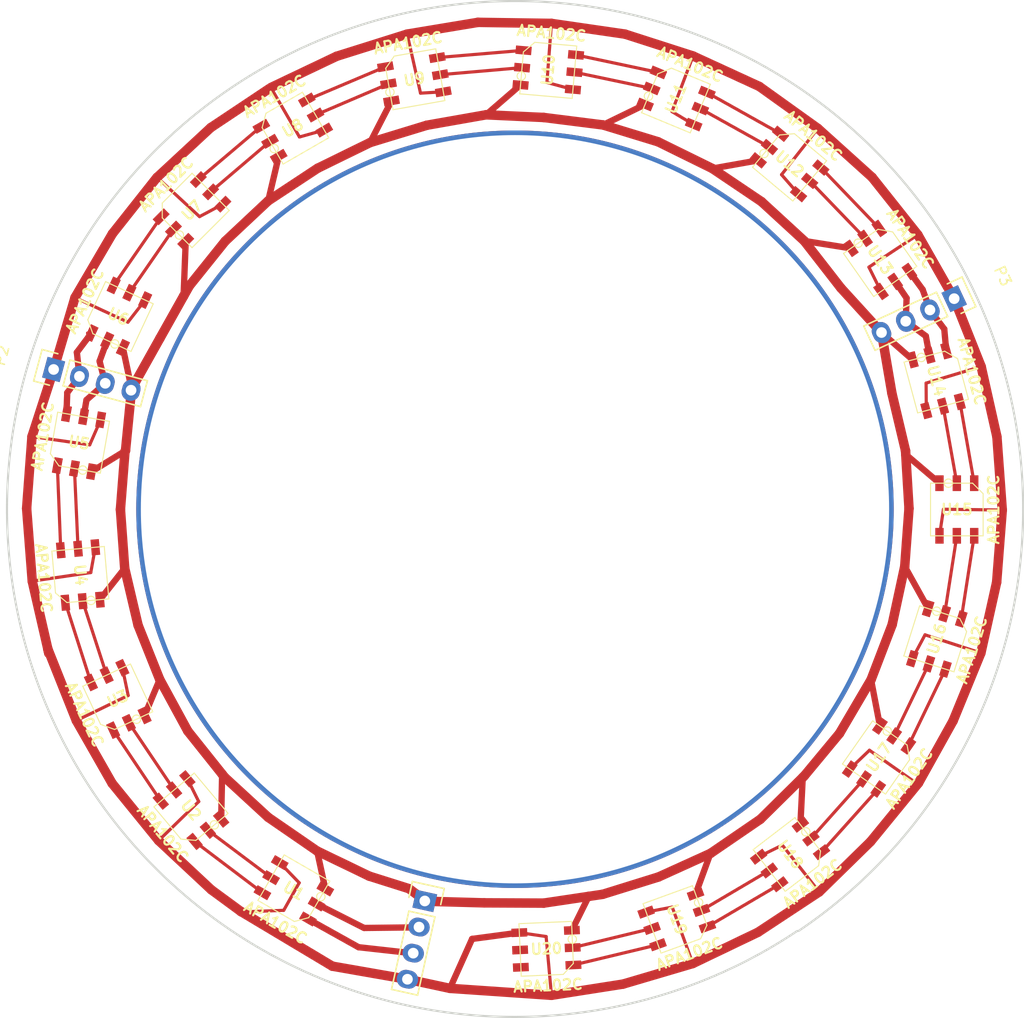
<source format=kicad_pcb>
(kicad_pcb (version 4) (host pcbnew 4.0.4-stable)

  (general
    (links 88)
    (no_connects 0)
    (area 97.920529 56.60079 196.901364 153.359911)
    (thickness 1.6)
    (drawings 1252)
    (tracks 216)
    (zones 0)
    (modules 24)
    (nets 45)
  )

  (page A4)
  (layers
    (0 F.Cu signal)
    (31 B.Cu signal hide)
    (32 B.Adhes user hide)
    (33 F.Adhes user hide)
    (34 B.Paste user hide)
    (35 F.Paste user hide)
    (36 B.SilkS user hide)
    (37 F.SilkS user hide)
    (38 B.Mask user hide)
    (39 F.Mask user hide)
    (40 Dwgs.User user hide)
    (41 Cmts.User user hide)
    (42 Eco1.User user hide)
    (43 Eco2.User user hide)
    (44 Edge.Cuts user)
    (45 Margin user hide)
    (46 B.CrtYd user hide)
    (47 F.CrtYd user hide)
    (48 B.Fab user)
    (49 F.Fab user)
  )

  (setup
    (last_trace_width 0.6)
    (user_trace_width 0.6)
    (user_trace_width 0.9)
    (trace_clearance 0.8)
    (zone_clearance 0.508)
    (zone_45_only no)
    (trace_min 0.2)
    (segment_width 0.2)
    (edge_width 0.2)
    (via_size 0.6)
    (via_drill 0.4)
    (via_min_size 0.4)
    (via_min_drill 0.3)
    (uvia_size 0.3)
    (uvia_drill 0.1)
    (uvias_allowed no)
    (uvia_min_size 0.2)
    (uvia_min_drill 0.1)
    (pcb_text_width 0.3)
    (pcb_text_size 1.5 1.5)
    (mod_edge_width 0.15)
    (mod_text_size 1 1)
    (mod_text_width 0.15)
    (pad_size 72 72)
    (pad_drill 71.12)
    (pad_to_mask_clearance 0.2)
    (aux_axis_origin 0 0)
    (grid_origin 121.3866 147.3708)
    (visible_elements 7FFFFFFF)
    (pcbplotparams
      (layerselection 0x01000_00000001)
      (usegerberextensions false)
      (excludeedgelayer true)
      (linewidth 0.100000)
      (plotframeref false)
      (viasonmask false)
      (mode 1)
      (useauxorigin false)
      (hpglpennumber 1)
      (hpglpenspeed 20)
      (hpglpendiameter 15)
      (hpglpenoverlay 2)
      (psnegative false)
      (psa4output false)
      (plotreference true)
      (plotvalue true)
      (plotinvisibletext false)
      (padsonsilk false)
      (subtractmaskfromsilk false)
      (outputformat 1)
      (mirror false)
      (drillshape 0)
      (scaleselection 1)
      (outputdirectory gerbers/))
  )

  (net 0 "")
  (net 1 GND)
  (net 2 "Net-(P1-Pad2)")
  (net 3 "Net-(P1-Pad3)")
  (net 4 VCC)
  (net 5 "Net-(U1-Pad5)")
  (net 6 "Net-(U1-Pad6)")
  (net 7 "Net-(U2-Pad5)")
  (net 8 "Net-(U2-Pad6)")
  (net 9 "Net-(U3-Pad5)")
  (net 10 "Net-(U3-Pad6)")
  (net 11 "Net-(U4-Pad5)")
  (net 12 "Net-(U4-Pad6)")
  (net 13 "Net-(U6-Pad5)")
  (net 14 "Net-(U6-Pad6)")
  (net 15 "Net-(U7-Pad5)")
  (net 16 "Net-(U7-Pad6)")
  (net 17 "Net-(U8-Pad5)")
  (net 18 "Net-(U8-Pad6)")
  (net 19 "Net-(U10-Pad2)")
  (net 20 "Net-(U10-Pad1)")
  (net 21 "Net-(U10-Pad5)")
  (net 22 "Net-(U10-Pad6)")
  (net 23 "Net-(U11-Pad5)")
  (net 24 "Net-(U11-Pad6)")
  (net 25 "Net-(U12-Pad5)")
  (net 26 "Net-(U12-Pad6)")
  (net 27 "Net-(U14-Pad5)")
  (net 28 "Net-(U14-Pad6)")
  (net 29 "Net-(U15-Pad5)")
  (net 30 "Net-(U15-Pad6)")
  (net 31 "Net-(U16-Pad5)")
  (net 32 "Net-(U16-Pad6)")
  (net 33 "Net-(U17-Pad5)")
  (net 34 "Net-(U17-Pad6)")
  (net 35 "Net-(U18-Pad5)")
  (net 36 "Net-(U18-Pad6)")
  (net 37 "Net-(U19-Pad5)")
  (net 38 "Net-(U19-Pad6)")
  (net 39 "Net-(U20-Pad5)")
  (net 40 "Net-(U20-Pad6)")
  (net 41 "Net-(P2-Pad3)")
  (net 42 "Net-(P3-Pad3)")
  (net 43 "Net-(P2-Pad2)")
  (net 44 "Net-(P3-Pad2)")

  (net_class Default "This is the default net class."
    (clearance 0.8)
    (trace_width 0.6)
    (via_dia 0.6)
    (via_drill 0.4)
    (uvia_dia 0.3)
    (uvia_drill 0.1)
    (add_net GND)
    (add_net "Net-(P1-Pad2)")
    (add_net "Net-(P1-Pad3)")
    (add_net "Net-(P2-Pad2)")
    (add_net "Net-(P2-Pad3)")
    (add_net "Net-(P3-Pad2)")
    (add_net "Net-(P3-Pad3)")
    (add_net "Net-(U1-Pad5)")
    (add_net "Net-(U1-Pad6)")
    (add_net "Net-(U10-Pad1)")
    (add_net "Net-(U10-Pad2)")
    (add_net "Net-(U10-Pad5)")
    (add_net "Net-(U10-Pad6)")
    (add_net "Net-(U11-Pad5)")
    (add_net "Net-(U11-Pad6)")
    (add_net "Net-(U12-Pad5)")
    (add_net "Net-(U12-Pad6)")
    (add_net "Net-(U14-Pad5)")
    (add_net "Net-(U14-Pad6)")
    (add_net "Net-(U15-Pad5)")
    (add_net "Net-(U15-Pad6)")
    (add_net "Net-(U16-Pad5)")
    (add_net "Net-(U16-Pad6)")
    (add_net "Net-(U17-Pad5)")
    (add_net "Net-(U17-Pad6)")
    (add_net "Net-(U18-Pad5)")
    (add_net "Net-(U18-Pad6)")
    (add_net "Net-(U19-Pad5)")
    (add_net "Net-(U19-Pad6)")
    (add_net "Net-(U2-Pad5)")
    (add_net "Net-(U2-Pad6)")
    (add_net "Net-(U20-Pad5)")
    (add_net "Net-(U20-Pad6)")
    (add_net "Net-(U3-Pad5)")
    (add_net "Net-(U3-Pad6)")
    (add_net "Net-(U4-Pad5)")
    (add_net "Net-(U4-Pad6)")
    (add_net "Net-(U6-Pad5)")
    (add_net "Net-(U6-Pad6)")
    (add_net "Net-(U7-Pad5)")
    (add_net "Net-(U7-Pad6)")
    (add_net "Net-(U8-Pad5)")
    (add_net "Net-(U8-Pad6)")
    (add_net VCC)
  )

  (net_class T.6 ""
    (clearance 0.8)
    (trace_width 0.6)
    (via_dia 0.6)
    (via_drill 0.4)
    (uvia_dia 0.3)
    (uvia_drill 0.1)
  )

  (net_class T.9 ""
    (clearance 0.8)
    (trace_width 0.6)
    (via_dia 0.9)
    (via_drill 0.4)
    (uvia_dia 0.3)
    (uvia_drill 0.1)
  )

  (module Pin_Headers:Pin_Header_Straight_1x04 (layer F.Cu) (tedit 0) (tstamp 58503F5A)
    (at 139.9286 142.24 347.5)
    (descr "Through hole pin header")
    (tags "pin header")
    (path /58500AB7)
    (fp_text reference P1 (at 0 -5.1 347.5) (layer F.SilkS)
      (effects (font (size 1 1) (thickness 0.15)))
    )
    (fp_text value CONN_01X04 (at 0 -3.1 347.5) (layer F.Fab)
      (effects (font (size 1 1) (thickness 0.15)))
    )
    (fp_line (start -1.75 -1.75) (end -1.75 9.4) (layer F.CrtYd) (width 0.05))
    (fp_line (start 1.75 -1.75) (end 1.75 9.4) (layer F.CrtYd) (width 0.05))
    (fp_line (start -1.75 -1.75) (end 1.75 -1.75) (layer F.CrtYd) (width 0.05))
    (fp_line (start -1.75 9.4) (end 1.75 9.4) (layer F.CrtYd) (width 0.05))
    (fp_line (start -1.27 1.27) (end -1.27 8.89) (layer F.SilkS) (width 0.15))
    (fp_line (start 1.27 1.27) (end 1.27 8.89) (layer F.SilkS) (width 0.15))
    (fp_line (start 1.55 -1.55) (end 1.55 0) (layer F.SilkS) (width 0.15))
    (fp_line (start -1.27 8.89) (end 1.27 8.89) (layer F.SilkS) (width 0.15))
    (fp_line (start 1.27 1.27) (end -1.27 1.27) (layer F.SilkS) (width 0.15))
    (fp_line (start -1.55 0) (end -1.55 -1.55) (layer F.SilkS) (width 0.15))
    (fp_line (start -1.55 -1.55) (end 1.55 -1.55) (layer F.SilkS) (width 0.15))
    (pad 1 thru_hole rect (at 0 0 347.5) (size 2.032 1.7272) (drill 1.016) (layers *.Cu *.Mask)
      (net 1 GND))
    (pad 2 thru_hole oval (at 0 2.54 347.5) (size 2.032 1.7272) (drill 1.016) (layers *.Cu *.Mask)
      (net 2 "Net-(P1-Pad2)"))
    (pad 3 thru_hole oval (at 0 5.08 347.5) (size 2.032 1.7272) (drill 1.016) (layers *.Cu *.Mask)
      (net 3 "Net-(P1-Pad3)"))
    (pad 4 thru_hole oval (at 0 7.62 347.5) (size 2.032 1.7272) (drill 1.016) (layers *.Cu *.Mask)
      (net 4 VCC))
    (model Pin_Headers.3dshapes/Pin_Header_Straight_1x04.wrl
      (at (xyz 0 -0.15 0))
      (scale (xyz 1 1 1))
      (rotate (xyz 0 0 90))
    )
  )

  (module moonbeam-kicad-footprints:APA102C-80 (layer F.Cu) (tedit 585040E1) (tstamp 58503F6A)
    (at 127.4826 141.2748 150)
    (path /58500AB8)
    (fp_text reference U1 (at 0 0 330) (layer F.SilkS)
      (effects (font (size 1 1) (thickness 0.2)))
    )
    (fp_text value APA102C (at 0 -3.5 150) (layer F.SilkS)
      (effects (font (size 1 1) (thickness 0.2)))
    )
    (fp_line (start -1.5 -2.5) (end -2.5 -1.5) (layer F.SilkS) (width 0.1))
    (fp_line (start -2.5 -1.5) (end -2.5 2.5) (layer F.SilkS) (width 0.1))
    (fp_line (start -2.5 2.5) (end 2.5 2.5) (layer F.SilkS) (width 0.1))
    (fp_line (start 2.5 2.5) (end 2.5 -2.5) (layer F.SilkS) (width 0.1))
    (fp_line (start 2.5 -2.5) (end -1.5 -2.5) (layer F.SilkS) (width 0.1))
    (fp_circle (center -2.5 0.8) (end -2.5 0.4) (layer F.SilkS) (width 0.1))
    (pad 1 smd rect (at -2.5 -1.65 240) (size 0.8 1.5) (layers F.Cu F.Paste F.Mask)
      (net 3 "Net-(P1-Pad3)"))
    (pad 2 smd rect (at -2.5 0 240) (size 0.8 1.5) (layers F.Cu F.Paste F.Mask)
      (net 2 "Net-(P1-Pad2)"))
    (pad 3 smd rect (at -2.5 1.65 240) (size 0.8 1.5) (layers F.Cu F.Paste F.Mask)
      (net 1 GND))
    (pad 4 smd rect (at 2.5 1.65 240) (size 0.8 1.5) (layers F.Cu F.Paste F.Mask)
      (net 4 VCC))
    (pad 5 smd rect (at 2.5 0 240) (size 0.8 1.5) (layers F.Cu F.Paste F.Mask)
      (net 5 "Net-(U1-Pad5)"))
    (pad 6 smd rect (at 2.5 -1.65 240) (size 0.8 1.5) (layers F.Cu F.Paste F.Mask)
      (net 6 "Net-(U1-Pad6)"))
  )

  (module moonbeam-kicad-footprints:APA102C-80 (layer F.Cu) (tedit 58504122) (tstamp 58503F7A)
    (at 117.7036 133.604 130)
    (path /58500AB9)
    (fp_text reference U2 (at 0 0 310) (layer F.SilkS)
      (effects (font (size 1 1) (thickness 0.2)))
    )
    (fp_text value APA102C (at 0 -3.5 130) (layer F.SilkS)
      (effects (font (size 1 1) (thickness 0.2)))
    )
    (fp_line (start -1.5 -2.5) (end -2.5 -1.5) (layer F.SilkS) (width 0.1))
    (fp_line (start -2.5 -1.5) (end -2.5 2.5) (layer F.SilkS) (width 0.1))
    (fp_line (start -2.5 2.5) (end 2.5 2.5) (layer F.SilkS) (width 0.1))
    (fp_line (start 2.5 2.5) (end 2.5 -2.5) (layer F.SilkS) (width 0.1))
    (fp_line (start 2.5 -2.5) (end -1.5 -2.5) (layer F.SilkS) (width 0.1))
    (fp_circle (center -2.5 0.8) (end -2.5 0.4) (layer F.SilkS) (width 0.1))
    (pad 1 smd rect (at -2.5 -1.65 220) (size 0.8 1.5) (layers F.Cu F.Paste F.Mask)
      (net 6 "Net-(U1-Pad6)"))
    (pad 2 smd rect (at -2.5 0 220) (size 0.8 1.5) (layers F.Cu F.Paste F.Mask)
      (net 5 "Net-(U1-Pad5)"))
    (pad 3 smd rect (at -2.5 1.65 220) (size 0.8 1.5) (layers F.Cu F.Paste F.Mask)
      (net 1 GND))
    (pad 4 smd rect (at 2.5 1.65 220) (size 0.8 1.5) (layers F.Cu F.Paste F.Mask)
      (net 4 VCC))
    (pad 5 smd rect (at 2.5 0 220) (size 0.8 1.5) (layers F.Cu F.Paste F.Mask)
      (net 7 "Net-(U2-Pad5)"))
    (pad 6 smd rect (at 2.5 -1.65 220) (size 0.8 1.5) (layers F.Cu F.Paste F.Mask)
      (net 8 "Net-(U2-Pad6)"))
  )

  (module moonbeam-kicad-footprints:APA102C-80 (layer F.Cu) (tedit 5850414F) (tstamp 58503F8A)
    (at 110.744 123.0376 115)
    (path /58500ABA)
    (fp_text reference U3 (at 0 0 385) (layer F.SilkS)
      (effects (font (size 1 1) (thickness 0.2)))
    )
    (fp_text value APA102C (at 0 -3.5 115) (layer F.SilkS)
      (effects (font (size 1 1) (thickness 0.2)))
    )
    (fp_line (start -1.5 -2.5) (end -2.5 -1.5) (layer F.SilkS) (width 0.1))
    (fp_line (start -2.5 -1.5) (end -2.5 2.5) (layer F.SilkS) (width 0.1))
    (fp_line (start -2.5 2.5) (end 2.5 2.5) (layer F.SilkS) (width 0.1))
    (fp_line (start 2.5 2.5) (end 2.5 -2.5) (layer F.SilkS) (width 0.1))
    (fp_line (start 2.5 -2.5) (end -1.5 -2.5) (layer F.SilkS) (width 0.1))
    (fp_circle (center -2.5 0.8) (end -2.5 0.4) (layer F.SilkS) (width 0.1))
    (pad 1 smd rect (at -2.5 -1.65 205) (size 0.8 1.5) (layers F.Cu F.Paste F.Mask)
      (net 8 "Net-(U2-Pad6)"))
    (pad 2 smd rect (at -2.5 0 205) (size 0.8 1.5) (layers F.Cu F.Paste F.Mask)
      (net 7 "Net-(U2-Pad5)"))
    (pad 3 smd rect (at -2.5 1.65 205) (size 0.8 1.5) (layers F.Cu F.Paste F.Mask)
      (net 1 GND))
    (pad 4 smd rect (at 2.5 1.65 205) (size 0.8 1.5) (layers F.Cu F.Paste F.Mask)
      (net 4 VCC))
    (pad 5 smd rect (at 2.5 0 205) (size 0.8 1.5) (layers F.Cu F.Paste F.Mask)
      (net 9 "Net-(U3-Pad5)"))
    (pad 6 smd rect (at 2.5 -1.65 205) (size 0.8 1.5) (layers F.Cu F.Paste F.Mask)
      (net 10 "Net-(U3-Pad6)"))
  )

  (module moonbeam-kicad-footprints:APA102C-80 (layer F.Cu) (tedit 5850416F) (tstamp 58503F9A)
    (at 107.188 111.252 95)
    (path /58500ABB)
    (fp_text reference U4 (at 0 0 95) (layer F.SilkS)
      (effects (font (size 1 1) (thickness 0.2)))
    )
    (fp_text value APA102C (at 0 -3.5 95) (layer F.SilkS)
      (effects (font (size 1 1) (thickness 0.2)))
    )
    (fp_line (start -1.5 -2.5) (end -2.5 -1.5) (layer F.SilkS) (width 0.1))
    (fp_line (start -2.5 -1.5) (end -2.5 2.5) (layer F.SilkS) (width 0.1))
    (fp_line (start -2.5 2.5) (end 2.5 2.5) (layer F.SilkS) (width 0.1))
    (fp_line (start 2.5 2.5) (end 2.5 -2.5) (layer F.SilkS) (width 0.1))
    (fp_line (start 2.5 -2.5) (end -1.5 -2.5) (layer F.SilkS) (width 0.1))
    (fp_circle (center -2.5 0.8) (end -2.5 0.4) (layer F.SilkS) (width 0.1))
    (pad 1 smd rect (at -2.5 -1.65 185) (size 0.8 1.5) (layers F.Cu F.Paste F.Mask)
      (net 10 "Net-(U3-Pad6)"))
    (pad 2 smd rect (at -2.5 0 185) (size 0.8 1.5) (layers F.Cu F.Paste F.Mask)
      (net 9 "Net-(U3-Pad5)"))
    (pad 3 smd rect (at -2.5 1.65 185) (size 0.8 1.5) (layers F.Cu F.Paste F.Mask)
      (net 1 GND))
    (pad 4 smd rect (at 2.5 1.65 185) (size 0.8 1.5) (layers F.Cu F.Paste F.Mask)
      (net 4 VCC))
    (pad 5 smd rect (at 2.5 0 185) (size 0.8 1.5) (layers F.Cu F.Paste F.Mask)
      (net 11 "Net-(U4-Pad5)"))
    (pad 6 smd rect (at 2.5 -1.65 185) (size 0.8 1.5) (layers F.Cu F.Paste F.Mask)
      (net 12 "Net-(U4-Pad6)"))
  )

  (module moonbeam-kicad-footprints:APA102C-80 (layer F.Cu) (tedit 58504159) (tstamp 58503FAA)
    (at 107.061 98.679 80)
    (path /58500ABC)
    (fp_text reference U5 (at 0 0 170) (layer F.SilkS)
      (effects (font (size 1 1) (thickness 0.2)))
    )
    (fp_text value APA102C (at 0 -3.5 80) (layer F.SilkS)
      (effects (font (size 1 1) (thickness 0.2)))
    )
    (fp_line (start -1.5 -2.5) (end -2.5 -1.5) (layer F.SilkS) (width 0.1))
    (fp_line (start -2.5 -1.5) (end -2.5 2.5) (layer F.SilkS) (width 0.1))
    (fp_line (start -2.5 2.5) (end 2.5 2.5) (layer F.SilkS) (width 0.1))
    (fp_line (start 2.5 2.5) (end 2.5 -2.5) (layer F.SilkS) (width 0.1))
    (fp_line (start 2.5 -2.5) (end -1.5 -2.5) (layer F.SilkS) (width 0.1))
    (fp_circle (center -2.5 0.8) (end -2.5 0.4) (layer F.SilkS) (width 0.1))
    (pad 1 smd rect (at -2.5 -1.65 170) (size 0.8 1.5) (layers F.Cu F.Paste F.Mask)
      (net 12 "Net-(U4-Pad6)"))
    (pad 2 smd rect (at -2.5 0 170) (size 0.8 1.5) (layers F.Cu F.Paste F.Mask)
      (net 11 "Net-(U4-Pad5)"))
    (pad 3 smd rect (at -2.5 1.65 170) (size 0.8 1.5) (layers F.Cu F.Paste F.Mask)
      (net 1 GND))
    (pad 4 smd rect (at 2.5 1.65 170) (size 0.8 1.5) (layers F.Cu F.Paste F.Mask)
      (net 4 VCC))
    (pad 5 smd rect (at 2.5 0 170) (size 0.8 1.5) (layers F.Cu F.Paste F.Mask)
      (net 41 "Net-(P2-Pad3)"))
    (pad 6 smd rect (at 2.5 -1.65 170) (size 0.8 1.5) (layers F.Cu F.Paste F.Mask)
      (net 43 "Net-(P2-Pad2)"))
  )

  (module moonbeam-kicad-footprints:APA102C-80 (layer F.Cu) (tedit 5850417D) (tstamp 58503FBA)
    (at 110.7948 86.6902 65)
    (path /58500ABD)
    (fp_text reference U6 (at 0 0 155) (layer F.SilkS)
      (effects (font (size 1 1) (thickness 0.2)))
    )
    (fp_text value APA102C (at 0 -3.5 65) (layer F.SilkS)
      (effects (font (size 1 1) (thickness 0.2)))
    )
    (fp_line (start -1.5 -2.5) (end -2.5 -1.5) (layer F.SilkS) (width 0.1))
    (fp_line (start -2.5 -1.5) (end -2.5 2.5) (layer F.SilkS) (width 0.1))
    (fp_line (start -2.5 2.5) (end 2.5 2.5) (layer F.SilkS) (width 0.1))
    (fp_line (start 2.5 2.5) (end 2.5 -2.5) (layer F.SilkS) (width 0.1))
    (fp_line (start 2.5 -2.5) (end -1.5 -2.5) (layer F.SilkS) (width 0.1))
    (fp_circle (center -2.5 0.8) (end -2.5 0.4) (layer F.SilkS) (width 0.1))
    (pad 1 smd rect (at -2.5 -1.65 155) (size 0.8 1.5) (layers F.Cu F.Paste F.Mask)
      (net 43 "Net-(P2-Pad2)"))
    (pad 2 smd rect (at -2.5 0 155) (size 0.8 1.5) (layers F.Cu F.Paste F.Mask)
      (net 41 "Net-(P2-Pad3)"))
    (pad 3 smd rect (at -2.5 1.65 155) (size 0.8 1.5) (layers F.Cu F.Paste F.Mask)
      (net 1 GND))
    (pad 4 smd rect (at 2.5 1.65 155) (size 0.8 1.5) (layers F.Cu F.Paste F.Mask)
      (net 4 VCC))
    (pad 5 smd rect (at 2.5 0 155) (size 0.8 1.5) (layers F.Cu F.Paste F.Mask)
      (net 13 "Net-(U6-Pad5)"))
    (pad 6 smd rect (at 2.5 -1.65 155) (size 0.8 1.5) (layers F.Cu F.Paste F.Mask)
      (net 14 "Net-(U6-Pad6)"))
  )

  (module moonbeam-kicad-footprints:APA102C-80 (layer F.Cu) (tedit 57EBF680) (tstamp 58503FCA)
    (at 117.8052 76.6064 45)
    (path /58500ABE)
    (fp_text reference U7 (at 0 0 45) (layer F.SilkS)
      (effects (font (size 1 1) (thickness 0.2)))
    )
    (fp_text value APA102C (at 0 -3.5 45) (layer F.SilkS)
      (effects (font (size 1 1) (thickness 0.2)))
    )
    (fp_line (start -1.5 -2.5) (end -2.5 -1.5) (layer F.SilkS) (width 0.1))
    (fp_line (start -2.5 -1.5) (end -2.5 2.5) (layer F.SilkS) (width 0.1))
    (fp_line (start -2.5 2.5) (end 2.5 2.5) (layer F.SilkS) (width 0.1))
    (fp_line (start 2.5 2.5) (end 2.5 -2.5) (layer F.SilkS) (width 0.1))
    (fp_line (start 2.5 -2.5) (end -1.5 -2.5) (layer F.SilkS) (width 0.1))
    (fp_circle (center -2.5 0.8) (end -2.5 0.4) (layer F.SilkS) (width 0.1))
    (pad 1 smd rect (at -2.5 -1.65 135) (size 0.8 1.5) (layers F.Cu F.Paste F.Mask)
      (net 14 "Net-(U6-Pad6)"))
    (pad 2 smd rect (at -2.5 0 135) (size 0.8 1.5) (layers F.Cu F.Paste F.Mask)
      (net 13 "Net-(U6-Pad5)"))
    (pad 3 smd rect (at -2.5 1.65 135) (size 0.8 1.5) (layers F.Cu F.Paste F.Mask)
      (net 1 GND))
    (pad 4 smd rect (at 2.5 1.65 135) (size 0.8 1.5) (layers F.Cu F.Paste F.Mask)
      (net 4 VCC))
    (pad 5 smd rect (at 2.5 0 135) (size 0.8 1.5) (layers F.Cu F.Paste F.Mask)
      (net 15 "Net-(U7-Pad5)"))
    (pad 6 smd rect (at 2.5 -1.65 135) (size 0.8 1.5) (layers F.Cu F.Paste F.Mask)
      (net 16 "Net-(U7-Pad6)"))
  )

  (module moonbeam-kicad-footprints:APA102C-80 (layer F.Cu) (tedit 57EBF680) (tstamp 58503FDA)
    (at 127.381 68.7832 30)
    (path /58500ABF)
    (fp_text reference U8 (at 0 0 30) (layer F.SilkS)
      (effects (font (size 1 1) (thickness 0.2)))
    )
    (fp_text value APA102C (at 0 -3.5 30) (layer F.SilkS)
      (effects (font (size 1 1) (thickness 0.2)))
    )
    (fp_line (start -1.5 -2.5) (end -2.5 -1.5) (layer F.SilkS) (width 0.1))
    (fp_line (start -2.5 -1.5) (end -2.5 2.5) (layer F.SilkS) (width 0.1))
    (fp_line (start -2.5 2.5) (end 2.5 2.5) (layer F.SilkS) (width 0.1))
    (fp_line (start 2.5 2.5) (end 2.5 -2.5) (layer F.SilkS) (width 0.1))
    (fp_line (start 2.5 -2.5) (end -1.5 -2.5) (layer F.SilkS) (width 0.1))
    (fp_circle (center -2.5 0.8) (end -2.5 0.4) (layer F.SilkS) (width 0.1))
    (pad 1 smd rect (at -2.5 -1.65 120) (size 0.8 1.5) (layers F.Cu F.Paste F.Mask)
      (net 16 "Net-(U7-Pad6)"))
    (pad 2 smd rect (at -2.5 0 120) (size 0.8 1.5) (layers F.Cu F.Paste F.Mask)
      (net 15 "Net-(U7-Pad5)"))
    (pad 3 smd rect (at -2.5 1.65 120) (size 0.8 1.5) (layers F.Cu F.Paste F.Mask)
      (net 1 GND))
    (pad 4 smd rect (at 2.5 1.65 120) (size 0.8 1.5) (layers F.Cu F.Paste F.Mask)
      (net 4 VCC))
    (pad 5 smd rect (at 2.5 0 120) (size 0.8 1.5) (layers F.Cu F.Paste F.Mask)
      (net 17 "Net-(U8-Pad5)"))
    (pad 6 smd rect (at 2.5 -1.65 120) (size 0.8 1.5) (layers F.Cu F.Paste F.Mask)
      (net 18 "Net-(U8-Pad6)"))
  )

  (module moonbeam-kicad-footprints:APA102C-80 (layer F.Cu) (tedit 57EBF680) (tstamp 58503FEA)
    (at 138.938 64.135 10)
    (path /58500AC0)
    (fp_text reference U9 (at 0 0 10) (layer F.SilkS)
      (effects (font (size 1 1) (thickness 0.2)))
    )
    (fp_text value APA102C (at 0 -3.5 10) (layer F.SilkS)
      (effects (font (size 1 1) (thickness 0.2)))
    )
    (fp_line (start -1.5 -2.5) (end -2.5 -1.5) (layer F.SilkS) (width 0.1))
    (fp_line (start -2.5 -1.5) (end -2.5 2.5) (layer F.SilkS) (width 0.1))
    (fp_line (start -2.5 2.5) (end 2.5 2.5) (layer F.SilkS) (width 0.1))
    (fp_line (start 2.5 2.5) (end 2.5 -2.5) (layer F.SilkS) (width 0.1))
    (fp_line (start 2.5 -2.5) (end -1.5 -2.5) (layer F.SilkS) (width 0.1))
    (fp_circle (center -2.5 0.8) (end -2.5 0.4) (layer F.SilkS) (width 0.1))
    (pad 1 smd rect (at -2.5 -1.65 100) (size 0.8 1.5) (layers F.Cu F.Paste F.Mask)
      (net 18 "Net-(U8-Pad6)"))
    (pad 2 smd rect (at -2.5 0 100) (size 0.8 1.5) (layers F.Cu F.Paste F.Mask)
      (net 17 "Net-(U8-Pad5)"))
    (pad 3 smd rect (at -2.5 1.65 100) (size 0.8 1.5) (layers F.Cu F.Paste F.Mask)
      (net 1 GND))
    (pad 4 smd rect (at 2.5 1.65 100) (size 0.8 1.5) (layers F.Cu F.Paste F.Mask)
      (net 4 VCC))
    (pad 5 smd rect (at 2.5 0 100) (size 0.8 1.5) (layers F.Cu F.Paste F.Mask)
      (net 19 "Net-(U10-Pad2)"))
    (pad 6 smd rect (at 2.5 -1.65 100) (size 0.8 1.5) (layers F.Cu F.Paste F.Mask)
      (net 20 "Net-(U10-Pad1)"))
  )

  (module moonbeam-kicad-footprints:APA102C-80 (layer F.Cu) (tedit 585041E4) (tstamp 58503FFA)
    (at 151.6634 63.246 355)
    (path /58500AC1)
    (fp_text reference U10 (at 0 0 445) (layer F.SilkS)
      (effects (font (size 1 1) (thickness 0.2)))
    )
    (fp_text value APA102C (at 0 -3.5 355) (layer F.SilkS)
      (effects (font (size 1 1) (thickness 0.2)))
    )
    (fp_line (start -1.5 -2.5) (end -2.5 -1.5) (layer F.SilkS) (width 0.1))
    (fp_line (start -2.5 -1.5) (end -2.5 2.5) (layer F.SilkS) (width 0.1))
    (fp_line (start -2.5 2.5) (end 2.5 2.5) (layer F.SilkS) (width 0.1))
    (fp_line (start 2.5 2.5) (end 2.5 -2.5) (layer F.SilkS) (width 0.1))
    (fp_line (start 2.5 -2.5) (end -1.5 -2.5) (layer F.SilkS) (width 0.1))
    (fp_circle (center -2.5 0.8) (end -2.5 0.4) (layer F.SilkS) (width 0.1))
    (pad 1 smd rect (at -2.5 -1.65 85) (size 0.8 1.5) (layers F.Cu F.Paste F.Mask)
      (net 20 "Net-(U10-Pad1)"))
    (pad 2 smd rect (at -2.5 0 85) (size 0.8 1.5) (layers F.Cu F.Paste F.Mask)
      (net 19 "Net-(U10-Pad2)"))
    (pad 3 smd rect (at -2.5 1.65 85) (size 0.8 1.5) (layers F.Cu F.Paste F.Mask)
      (net 1 GND))
    (pad 4 smd rect (at 2.5 1.65 85) (size 0.8 1.5) (layers F.Cu F.Paste F.Mask)
      (net 4 VCC))
    (pad 5 smd rect (at 2.5 0 85) (size 0.8 1.5) (layers F.Cu F.Paste F.Mask)
      (net 21 "Net-(U10-Pad5)"))
    (pad 6 smd rect (at 2.5 -1.65 85) (size 0.8 1.5) (layers F.Cu F.Paste F.Mask)
      (net 22 "Net-(U10-Pad6)"))
  )

  (module moonbeam-kicad-footprints:APA102C-80 (layer F.Cu) (tedit 585041FF) (tstamp 5850400A)
    (at 163.8046 65.9638 337.5)
    (path /58500AC2)
    (fp_text reference U11 (at 0 0 427.5) (layer F.SilkS)
      (effects (font (size 1 1) (thickness 0.2)))
    )
    (fp_text value APA102C (at 0 -3.5 337.5) (layer F.SilkS)
      (effects (font (size 1 1) (thickness 0.2)))
    )
    (fp_line (start -1.5 -2.5) (end -2.5 -1.5) (layer F.SilkS) (width 0.1))
    (fp_line (start -2.5 -1.5) (end -2.5 2.5) (layer F.SilkS) (width 0.1))
    (fp_line (start -2.5 2.5) (end 2.5 2.5) (layer F.SilkS) (width 0.1))
    (fp_line (start 2.5 2.5) (end 2.5 -2.5) (layer F.SilkS) (width 0.1))
    (fp_line (start 2.5 -2.5) (end -1.5 -2.5) (layer F.SilkS) (width 0.1))
    (fp_circle (center -2.5 0.8) (end -2.5 0.4) (layer F.SilkS) (width 0.1))
    (pad 1 smd rect (at -2.5 -1.65 67.5) (size 0.8 1.5) (layers F.Cu F.Paste F.Mask)
      (net 22 "Net-(U10-Pad6)"))
    (pad 2 smd rect (at -2.5 0 67.5) (size 0.8 1.5) (layers F.Cu F.Paste F.Mask)
      (net 21 "Net-(U10-Pad5)"))
    (pad 3 smd rect (at -2.5 1.65 67.5) (size 0.8 1.5) (layers F.Cu F.Paste F.Mask)
      (net 1 GND))
    (pad 4 smd rect (at 2.5 1.65 67.5) (size 0.8 1.5) (layers F.Cu F.Paste F.Mask)
      (net 4 VCC))
    (pad 5 smd rect (at 2.5 0 67.5) (size 0.8 1.5) (layers F.Cu F.Paste F.Mask)
      (net 23 "Net-(U11-Pad5)"))
    (pad 6 smd rect (at 2.5 -1.65 67.5) (size 0.8 1.5) (layers F.Cu F.Paste F.Mask)
      (net 24 "Net-(U11-Pad6)"))
  )

  (module moonbeam-kicad-footprints:APA102C-80 (layer F.Cu) (tedit 58504237) (tstamp 5850401A)
    (at 174.5996 72.1868 320)
    (path /58500AC3)
    (fp_text reference U12 (at 0 0 320) (layer F.SilkS)
      (effects (font (size 1 1) (thickness 0.2)))
    )
    (fp_text value APA102C (at 0 -3.5 320) (layer F.SilkS)
      (effects (font (size 1 1) (thickness 0.2)))
    )
    (fp_line (start -1.5 -2.5) (end -2.5 -1.5) (layer F.SilkS) (width 0.1))
    (fp_line (start -2.5 -1.5) (end -2.5 2.5) (layer F.SilkS) (width 0.1))
    (fp_line (start -2.5 2.5) (end 2.5 2.5) (layer F.SilkS) (width 0.1))
    (fp_line (start 2.5 2.5) (end 2.5 -2.5) (layer F.SilkS) (width 0.1))
    (fp_line (start 2.5 -2.5) (end -1.5 -2.5) (layer F.SilkS) (width 0.1))
    (fp_circle (center -2.5 0.8) (end -2.5 0.4) (layer F.SilkS) (width 0.1))
    (pad 1 smd rect (at -2.5 -1.65 50) (size 0.8 1.5) (layers F.Cu F.Paste F.Mask)
      (net 24 "Net-(U11-Pad6)"))
    (pad 2 smd rect (at -2.5 0 50) (size 0.8 1.5) (layers F.Cu F.Paste F.Mask)
      (net 23 "Net-(U11-Pad5)"))
    (pad 3 smd rect (at -2.5 1.65 50) (size 0.8 1.5) (layers F.Cu F.Paste F.Mask)
      (net 1 GND))
    (pad 4 smd rect (at 2.5 1.65 50) (size 0.8 1.5) (layers F.Cu F.Paste F.Mask)
      (net 4 VCC))
    (pad 5 smd rect (at 2.5 0 50) (size 0.8 1.5) (layers F.Cu F.Paste F.Mask)
      (net 25 "Net-(U12-Pad5)"))
    (pad 6 smd rect (at 2.5 -1.65 50) (size 0.8 1.5) (layers F.Cu F.Paste F.Mask)
      (net 26 "Net-(U12-Pad6)"))
  )

  (module moonbeam-kicad-footprints:APA102C-80 (layer F.Cu) (tedit 58504272) (tstamp 5850402A)
    (at 183.2102 81.3054 305)
    (path /58500AC4)
    (fp_text reference U13 (at 0 0 305) (layer F.SilkS)
      (effects (font (size 1 1) (thickness 0.2)))
    )
    (fp_text value APA102C (at 0 -3.5 305) (layer F.SilkS)
      (effects (font (size 1 1) (thickness 0.2)))
    )
    (fp_line (start -1.5 -2.5) (end -2.5 -1.5) (layer F.SilkS) (width 0.1))
    (fp_line (start -2.5 -1.5) (end -2.5 2.5) (layer F.SilkS) (width 0.1))
    (fp_line (start -2.5 2.5) (end 2.5 2.5) (layer F.SilkS) (width 0.1))
    (fp_line (start 2.5 2.5) (end 2.5 -2.5) (layer F.SilkS) (width 0.1))
    (fp_line (start 2.5 -2.5) (end -1.5 -2.5) (layer F.SilkS) (width 0.1))
    (fp_circle (center -2.5 0.8) (end -2.5 0.4) (layer F.SilkS) (width 0.1))
    (pad 1 smd rect (at -2.5 -1.65 35) (size 0.8 1.5) (layers F.Cu F.Paste F.Mask)
      (net 26 "Net-(U12-Pad6)"))
    (pad 2 smd rect (at -2.5 0 35) (size 0.8 1.5) (layers F.Cu F.Paste F.Mask)
      (net 25 "Net-(U12-Pad5)"))
    (pad 3 smd rect (at -2.5 1.65 35) (size 0.8 1.5) (layers F.Cu F.Paste F.Mask)
      (net 1 GND))
    (pad 4 smd rect (at 2.5 1.65 35) (size 0.8 1.5) (layers F.Cu F.Paste F.Mask)
      (net 4 VCC))
    (pad 5 smd rect (at 2.5 0 35) (size 0.8 1.5) (layers F.Cu F.Paste F.Mask)
      (net 42 "Net-(P3-Pad3)"))
    (pad 6 smd rect (at 2.5 -1.65 35) (size 0.8 1.5) (layers F.Cu F.Paste F.Mask)
      (net 44 "Net-(P3-Pad2)"))
  )

  (module moonbeam-kicad-footprints:APA102C-80 (layer F.Cu) (tedit 58504248) (tstamp 5850403A)
    (at 188.5442 92.7862 285)
    (path /58500AC5)
    (fp_text reference U14 (at 0 0 285) (layer F.SilkS)
      (effects (font (size 1 1) (thickness 0.2)))
    )
    (fp_text value APA102C (at 0 -3.5 285) (layer F.SilkS)
      (effects (font (size 1 1) (thickness 0.2)))
    )
    (fp_line (start -1.5 -2.5) (end -2.5 -1.5) (layer F.SilkS) (width 0.1))
    (fp_line (start -2.5 -1.5) (end -2.5 2.5) (layer F.SilkS) (width 0.1))
    (fp_line (start -2.5 2.5) (end 2.5 2.5) (layer F.SilkS) (width 0.1))
    (fp_line (start 2.5 2.5) (end 2.5 -2.5) (layer F.SilkS) (width 0.1))
    (fp_line (start 2.5 -2.5) (end -1.5 -2.5) (layer F.SilkS) (width 0.1))
    (fp_circle (center -2.5 0.8) (end -2.5 0.4) (layer F.SilkS) (width 0.1))
    (pad 1 smd rect (at -2.5 -1.65 15) (size 0.8 1.5) (layers F.Cu F.Paste F.Mask)
      (net 44 "Net-(P3-Pad2)"))
    (pad 2 smd rect (at -2.5 0 15) (size 0.8 1.5) (layers F.Cu F.Paste F.Mask)
      (net 42 "Net-(P3-Pad3)"))
    (pad 3 smd rect (at -2.5 1.65 15) (size 0.8 1.5) (layers F.Cu F.Paste F.Mask)
      (net 1 GND))
    (pad 4 smd rect (at 2.5 1.65 15) (size 0.8 1.5) (layers F.Cu F.Paste F.Mask)
      (net 4 VCC))
    (pad 5 smd rect (at 2.5 0 15) (size 0.8 1.5) (layers F.Cu F.Paste F.Mask)
      (net 27 "Net-(U14-Pad5)"))
    (pad 6 smd rect (at 2.5 -1.65 15) (size 0.8 1.5) (layers F.Cu F.Paste F.Mask)
      (net 28 "Net-(U14-Pad6)"))
  )

  (module moonbeam-kicad-footprints:APA102C-80 (layer F.Cu) (tedit 58504299) (tstamp 5850404A)
    (at 190.5 105.029 270)
    (path /58500AC6)
    (fp_text reference U15 (at 0 0 540) (layer F.SilkS)
      (effects (font (size 1 1) (thickness 0.2)))
    )
    (fp_text value APA102C (at 0 -3.5 270) (layer F.SilkS)
      (effects (font (size 1 1) (thickness 0.2)))
    )
    (fp_line (start -1.5 -2.5) (end -2.5 -1.5) (layer F.SilkS) (width 0.1))
    (fp_line (start -2.5 -1.5) (end -2.5 2.5) (layer F.SilkS) (width 0.1))
    (fp_line (start -2.5 2.5) (end 2.5 2.5) (layer F.SilkS) (width 0.1))
    (fp_line (start 2.5 2.5) (end 2.5 -2.5) (layer F.SilkS) (width 0.1))
    (fp_line (start 2.5 -2.5) (end -1.5 -2.5) (layer F.SilkS) (width 0.1))
    (fp_circle (center -2.5 0.8) (end -2.5 0.4) (layer F.SilkS) (width 0.1))
    (pad 1 smd rect (at -2.5 -1.65) (size 0.8 1.5) (layers F.Cu F.Paste F.Mask)
      (net 28 "Net-(U14-Pad6)"))
    (pad 2 smd rect (at -2.5 0) (size 0.8 1.5) (layers F.Cu F.Paste F.Mask)
      (net 27 "Net-(U14-Pad5)"))
    (pad 3 smd rect (at -2.5 1.65) (size 0.8 1.5) (layers F.Cu F.Paste F.Mask)
      (net 1 GND))
    (pad 4 smd rect (at 2.5 1.65) (size 0.8 1.5) (layers F.Cu F.Paste F.Mask)
      (net 4 VCC))
    (pad 5 smd rect (at 2.5 0) (size 0.8 1.5) (layers F.Cu F.Paste F.Mask)
      (net 29 "Net-(U15-Pad5)"))
    (pad 6 smd rect (at 2.5 -1.65) (size 0.8 1.5) (layers F.Cu F.Paste F.Mask)
      (net 30 "Net-(U15-Pad6)"))
  )

  (module moonbeam-kicad-footprints:APA102C-80 (layer F.Cu) (tedit 585042AE) (tstamp 5850405A)
    (at 188.595 117.3226 252.5)
    (path /58500AC7)
    (fp_text reference U16 (at 0 0 432.5) (layer F.SilkS)
      (effects (font (size 1 1) (thickness 0.2)))
    )
    (fp_text value APA102C (at 0 -3.5 252.5) (layer F.SilkS)
      (effects (font (size 1 1) (thickness 0.2)))
    )
    (fp_line (start -1.5 -2.5) (end -2.5 -1.5) (layer F.SilkS) (width 0.1))
    (fp_line (start -2.5 -1.5) (end -2.5 2.5) (layer F.SilkS) (width 0.1))
    (fp_line (start -2.5 2.5) (end 2.5 2.5) (layer F.SilkS) (width 0.1))
    (fp_line (start 2.5 2.5) (end 2.5 -2.5) (layer F.SilkS) (width 0.1))
    (fp_line (start 2.5 -2.5) (end -1.5 -2.5) (layer F.SilkS) (width 0.1))
    (fp_circle (center -2.5 0.8) (end -2.5 0.4) (layer F.SilkS) (width 0.1))
    (pad 1 smd rect (at -2.5 -1.65 342.5) (size 0.8 1.5) (layers F.Cu F.Paste F.Mask)
      (net 30 "Net-(U15-Pad6)"))
    (pad 2 smd rect (at -2.5 0 342.5) (size 0.8 1.5) (layers F.Cu F.Paste F.Mask)
      (net 29 "Net-(U15-Pad5)"))
    (pad 3 smd rect (at -2.5 1.65 342.5) (size 0.8 1.5) (layers F.Cu F.Paste F.Mask)
      (net 1 GND))
    (pad 4 smd rect (at 2.5 1.65 342.5) (size 0.8 1.5) (layers F.Cu F.Paste F.Mask)
      (net 4 VCC))
    (pad 5 smd rect (at 2.5 0 342.5) (size 0.8 1.5) (layers F.Cu F.Paste F.Mask)
      (net 31 "Net-(U16-Pad5)"))
    (pad 6 smd rect (at 2.5 -1.65 342.5) (size 0.8 1.5) (layers F.Cu F.Paste F.Mask)
      (net 32 "Net-(U16-Pad6)"))
  )

  (module moonbeam-kicad-footprints:APA102C-80 (layer F.Cu) (tedit 585042E0) (tstamp 5850406A)
    (at 183.1086 128.6002 235)
    (path /58500AC8)
    (fp_text reference U17 (at 0 0 415) (layer F.SilkS)
      (effects (font (size 1 1) (thickness 0.2)))
    )
    (fp_text value APA102C (at 0 -3.5 235) (layer F.SilkS)
      (effects (font (size 1 1) (thickness 0.2)))
    )
    (fp_line (start -1.5 -2.5) (end -2.5 -1.5) (layer F.SilkS) (width 0.1))
    (fp_line (start -2.5 -1.5) (end -2.5 2.5) (layer F.SilkS) (width 0.1))
    (fp_line (start -2.5 2.5) (end 2.5 2.5) (layer F.SilkS) (width 0.1))
    (fp_line (start 2.5 2.5) (end 2.5 -2.5) (layer F.SilkS) (width 0.1))
    (fp_line (start 2.5 -2.5) (end -1.5 -2.5) (layer F.SilkS) (width 0.1))
    (fp_circle (center -2.5 0.8) (end -2.5 0.4) (layer F.SilkS) (width 0.1))
    (pad 1 smd rect (at -2.5 -1.65 325) (size 0.8 1.5) (layers F.Cu F.Paste F.Mask)
      (net 32 "Net-(U16-Pad6)"))
    (pad 2 smd rect (at -2.5 0 325) (size 0.8 1.5) (layers F.Cu F.Paste F.Mask)
      (net 31 "Net-(U16-Pad5)"))
    (pad 3 smd rect (at -2.5 1.65 325) (size 0.8 1.5) (layers F.Cu F.Paste F.Mask)
      (net 1 GND))
    (pad 4 smd rect (at 2.5 1.65 325) (size 0.8 1.5) (layers F.Cu F.Paste F.Mask)
      (net 4 VCC))
    (pad 5 smd rect (at 2.5 0 325) (size 0.8 1.5) (layers F.Cu F.Paste F.Mask)
      (net 33 "Net-(U17-Pad5)"))
    (pad 6 smd rect (at 2.5 -1.65 325) (size 0.8 1.5) (layers F.Cu F.Paste F.Mask)
      (net 34 "Net-(U17-Pad6)"))
  )

  (module moonbeam-kicad-footprints:APA102C-80 (layer F.Cu) (tedit 58504350) (tstamp 5850407A)
    (at 174.6504 137.8204 217.5)
    (path /58500AC9)
    (fp_text reference U18 (at 0 0 487.5) (layer F.SilkS)
      (effects (font (size 1 1) (thickness 0.2)))
    )
    (fp_text value APA102C (at 0 -3.5 217.5) (layer F.SilkS)
      (effects (font (size 1 1) (thickness 0.2)))
    )
    (fp_line (start -1.5 -2.5) (end -2.5 -1.5) (layer F.SilkS) (width 0.1))
    (fp_line (start -2.5 -1.5) (end -2.5 2.5) (layer F.SilkS) (width 0.1))
    (fp_line (start -2.5 2.5) (end 2.5 2.5) (layer F.SilkS) (width 0.1))
    (fp_line (start 2.5 2.5) (end 2.5 -2.5) (layer F.SilkS) (width 0.1))
    (fp_line (start 2.5 -2.5) (end -1.5 -2.5) (layer F.SilkS) (width 0.1))
    (fp_circle (center -2.5 0.8) (end -2.5 0.4) (layer F.SilkS) (width 0.1))
    (pad 1 smd rect (at -2.5 -1.65 307.5) (size 0.8 1.5) (layers F.Cu F.Paste F.Mask)
      (net 34 "Net-(U17-Pad6)"))
    (pad 2 smd rect (at -2.5 0 307.5) (size 0.8 1.5) (layers F.Cu F.Paste F.Mask)
      (net 33 "Net-(U17-Pad5)"))
    (pad 3 smd rect (at -2.5 1.65 307.5) (size 0.8 1.5) (layers F.Cu F.Paste F.Mask)
      (net 1 GND))
    (pad 4 smd rect (at 2.5 1.65 307.5) (size 0.8 1.5) (layers F.Cu F.Paste F.Mask)
      (net 4 VCC))
    (pad 5 smd rect (at 2.5 0 307.5) (size 0.8 1.5) (layers F.Cu F.Paste F.Mask)
      (net 35 "Net-(U18-Pad5)"))
    (pad 6 smd rect (at 2.5 -1.65 307.5) (size 0.8 1.5) (layers F.Cu F.Paste F.Mask)
      (net 36 "Net-(U18-Pad6)"))
  )

  (module moonbeam-kicad-footprints:APA102C-80 (layer F.Cu) (tedit 5850433D) (tstamp 5850408A)
    (at 163.8808 143.9926 200)
    (path /58500ACA)
    (fp_text reference U19 (at 0 0 470) (layer F.SilkS)
      (effects (font (size 1 1) (thickness 0.2)))
    )
    (fp_text value APA102C (at 0 -3.5 200) (layer F.SilkS)
      (effects (font (size 1 1) (thickness 0.2)))
    )
    (fp_line (start -1.5 -2.5) (end -2.5 -1.5) (layer F.SilkS) (width 0.1))
    (fp_line (start -2.5 -1.5) (end -2.5 2.5) (layer F.SilkS) (width 0.1))
    (fp_line (start -2.5 2.5) (end 2.5 2.5) (layer F.SilkS) (width 0.1))
    (fp_line (start 2.5 2.5) (end 2.5 -2.5) (layer F.SilkS) (width 0.1))
    (fp_line (start 2.5 -2.5) (end -1.5 -2.5) (layer F.SilkS) (width 0.1))
    (fp_circle (center -2.5 0.8) (end -2.5 0.4) (layer F.SilkS) (width 0.1))
    (pad 1 smd rect (at -2.5 -1.65 290) (size 0.8 1.5) (layers F.Cu F.Paste F.Mask)
      (net 36 "Net-(U18-Pad6)"))
    (pad 2 smd rect (at -2.5 0 290) (size 0.8 1.5) (layers F.Cu F.Paste F.Mask)
      (net 35 "Net-(U18-Pad5)"))
    (pad 3 smd rect (at -2.5 1.65 290) (size 0.8 1.5) (layers F.Cu F.Paste F.Mask)
      (net 1 GND))
    (pad 4 smd rect (at 2.5 1.65 290) (size 0.8 1.5) (layers F.Cu F.Paste F.Mask)
      (net 4 VCC))
    (pad 5 smd rect (at 2.5 0 290) (size 0.8 1.5) (layers F.Cu F.Paste F.Mask)
      (net 37 "Net-(U19-Pad5)"))
    (pad 6 smd rect (at 2.5 -1.65 290) (size 0.8 1.5) (layers F.Cu F.Paste F.Mask)
      (net 38 "Net-(U19-Pad6)"))
  )

  (module moonbeam-kicad-footprints:APA102C-80 (layer F.Cu) (tedit 58504387) (tstamp 5850409A)
    (at 151.4856 146.7866 182.5)
    (path /58500ACB)
    (fp_text reference U20 (at 0 0 362.5) (layer F.SilkS)
      (effects (font (size 1 1) (thickness 0.2)))
    )
    (fp_text value APA102C (at 0 -3.5 182.5) (layer F.SilkS)
      (effects (font (size 1 1) (thickness 0.2)))
    )
    (fp_line (start -1.5 -2.5) (end -2.5 -1.5) (layer F.SilkS) (width 0.1))
    (fp_line (start -2.5 -1.5) (end -2.5 2.5) (layer F.SilkS) (width 0.1))
    (fp_line (start -2.5 2.5) (end 2.5 2.5) (layer F.SilkS) (width 0.1))
    (fp_line (start 2.5 2.5) (end 2.5 -2.5) (layer F.SilkS) (width 0.1))
    (fp_line (start 2.5 -2.5) (end -1.5 -2.5) (layer F.SilkS) (width 0.1))
    (fp_circle (center -2.5 0.8) (end -2.5 0.4) (layer F.SilkS) (width 0.1))
    (pad 1 smd rect (at -2.5 -1.65 272.5) (size 0.8 1.5) (layers F.Cu F.Paste F.Mask)
      (net 38 "Net-(U19-Pad6)"))
    (pad 2 smd rect (at -2.5 0 272.5) (size 0.8 1.5) (layers F.Cu F.Paste F.Mask)
      (net 37 "Net-(U19-Pad5)"))
    (pad 3 smd rect (at -2.5 1.65 272.5) (size 0.8 1.5) (layers F.Cu F.Paste F.Mask)
      (net 1 GND))
    (pad 4 smd rect (at 2.5 1.65 272.5) (size 0.8 1.5) (layers F.Cu F.Paste F.Mask)
      (net 4 VCC))
    (pad 5 smd rect (at 2.5 0 272.5) (size 0.8 1.5) (layers F.Cu F.Paste F.Mask)
      (net 39 "Net-(U20-Pad5)"))
    (pad 6 smd rect (at 2.5 -1.65 272.5) (size 0.8 1.5) (layers F.Cu F.Paste F.Mask)
      (net 40 "Net-(U20-Pad6)"))
  )

  (module Pin_Headers:Pin_Header_Straight_1x04 (layer F.Cu) (tedit 0) (tstamp 585040D4)
    (at 104.648 91.7194 75)
    (descr "Through hole pin header")
    (tags "pin header")
    (path /58509EE1)
    (fp_text reference P2 (at 0 -5.1 75) (layer F.SilkS)
      (effects (font (size 1 1) (thickness 0.15)))
    )
    (fp_text value CONN_01X04 (at 0 -3.1 75) (layer F.Fab)
      (effects (font (size 1 1) (thickness 0.15)))
    )
    (fp_line (start -1.75 -1.75) (end -1.75 9.4) (layer F.CrtYd) (width 0.05))
    (fp_line (start 1.75 -1.75) (end 1.75 9.4) (layer F.CrtYd) (width 0.05))
    (fp_line (start -1.75 -1.75) (end 1.75 -1.75) (layer F.CrtYd) (width 0.05))
    (fp_line (start -1.75 9.4) (end 1.75 9.4) (layer F.CrtYd) (width 0.05))
    (fp_line (start -1.27 1.27) (end -1.27 8.89) (layer F.SilkS) (width 0.15))
    (fp_line (start 1.27 1.27) (end 1.27 8.89) (layer F.SilkS) (width 0.15))
    (fp_line (start 1.55 -1.55) (end 1.55 0) (layer F.SilkS) (width 0.15))
    (fp_line (start -1.27 8.89) (end 1.27 8.89) (layer F.SilkS) (width 0.15))
    (fp_line (start 1.27 1.27) (end -1.27 1.27) (layer F.SilkS) (width 0.15))
    (fp_line (start -1.55 0) (end -1.55 -1.55) (layer F.SilkS) (width 0.15))
    (fp_line (start -1.55 -1.55) (end 1.55 -1.55) (layer F.SilkS) (width 0.15))
    (pad 1 thru_hole rect (at 0 0 75) (size 2.032 1.7272) (drill 1.016) (layers *.Cu *.Mask)
      (net 4 VCC))
    (pad 2 thru_hole oval (at 0 2.54 75) (size 2.032 1.7272) (drill 1.016) (layers *.Cu *.Mask)
      (net 43 "Net-(P2-Pad2)"))
    (pad 3 thru_hole oval (at 0 5.08 75) (size 2.032 1.7272) (drill 1.016) (layers *.Cu *.Mask)
      (net 41 "Net-(P2-Pad3)"))
    (pad 4 thru_hole oval (at 0 7.62 75) (size 2.032 1.7272) (drill 1.016) (layers *.Cu *.Mask)
      (net 1 GND))
    (model Pin_Headers.3dshapes/Pin_Header_Straight_1x04.wrl
      (at (xyz 0 -0.15 0))
      (scale (xyz 1 1 1))
      (rotate (xyz 0 0 90))
    )
  )

  (module Pin_Headers:Pin_Header_Straight_1x04 (layer F.Cu) (tedit 0) (tstamp 585040E7)
    (at 190.246 84.9884 295)
    (descr "Through hole pin header")
    (tags "pin header")
    (path /585054DE)
    (fp_text reference P3 (at 0 -5.1 295) (layer F.SilkS)
      (effects (font (size 1 1) (thickness 0.15)))
    )
    (fp_text value CONN_01X04 (at 0 -3.1 295) (layer F.Fab)
      (effects (font (size 1 1) (thickness 0.15)))
    )
    (fp_line (start -1.75 -1.75) (end -1.75 9.4) (layer F.CrtYd) (width 0.05))
    (fp_line (start 1.75 -1.75) (end 1.75 9.4) (layer F.CrtYd) (width 0.05))
    (fp_line (start -1.75 -1.75) (end 1.75 -1.75) (layer F.CrtYd) (width 0.05))
    (fp_line (start -1.75 9.4) (end 1.75 9.4) (layer F.CrtYd) (width 0.05))
    (fp_line (start -1.27 1.27) (end -1.27 8.89) (layer F.SilkS) (width 0.15))
    (fp_line (start 1.27 1.27) (end 1.27 8.89) (layer F.SilkS) (width 0.15))
    (fp_line (start 1.55 -1.55) (end 1.55 0) (layer F.SilkS) (width 0.15))
    (fp_line (start -1.27 8.89) (end 1.27 8.89) (layer F.SilkS) (width 0.15))
    (fp_line (start 1.27 1.27) (end -1.27 1.27) (layer F.SilkS) (width 0.15))
    (fp_line (start -1.55 0) (end -1.55 -1.55) (layer F.SilkS) (width 0.15))
    (fp_line (start -1.55 -1.55) (end 1.55 -1.55) (layer F.SilkS) (width 0.15))
    (pad 1 thru_hole rect (at 0 0 295) (size 2.032 1.7272) (drill 1.016) (layers *.Cu *.Mask)
      (net 4 VCC))
    (pad 2 thru_hole oval (at 0 2.54 295) (size 2.032 1.7272) (drill 1.016) (layers *.Cu *.Mask)
      (net 44 "Net-(P3-Pad2)"))
    (pad 3 thru_hole oval (at 0 5.08 295) (size 2.032 1.7272) (drill 1.016) (layers *.Cu *.Mask)
      (net 42 "Net-(P3-Pad3)"))
    (pad 4 thru_hole oval (at 0 7.62 295) (size 2.032 1.7272) (drill 1.016) (layers *.Cu *.Mask)
      (net 1 GND))
    (model Pin_Headers.3dshapes/Pin_Header_Straight_1x04.wrl
      (at (xyz 0 -0.15 0))
      (scale (xyz 1 1 1))
      (rotate (xyz 0 0 90))
    )
  )

  (module Mounting_Holes:MountingHole_3.2mm_M3 (layer F.Cu) (tedit 58509049) (tstamp 58508F51)
    (at 153.797 111.2012)
    (descr "Mounting Hole 3.2mm, no annular, M3")
    (tags "mounting hole 3.2mm no annular m3")
    (fp_text reference REF** (at 0 -4.2) (layer F.SilkS)
      (effects (font (size 1 1) (thickness 0.15)))
    )
    (fp_text value MountingHole_3.2mm_M3 (at 0 4.2) (layer F.Fab)
      (effects (font (size 1 1) (thickness 0.15)))
    )
    (fp_circle (center 0 0) (end 3.2 0) (layer Cmts.User) (width 0.15))
    (fp_circle (center 0 0) (end 3.45 0) (layer F.CrtYd) (width 0.05))
    (pad "" np_thru_hole circle (at -5.2959 -6.1976) (size 72 72) (drill 71.12) (layers *.Cu *.Mask))
  )

  (gr_arc (start 148.4884 105.0036) (end 188.5696 78.0288) (angle 90) (layer Edge.Cuts) (width 0.2))
  (gr_arc (start 148.5138 104.9782) (end 121.6406 64.8716) (angle 90) (layer Edge.Cuts) (width 0.2))
  (gr_arc (start 148.5138 105.0036) (end 108.3818 131.8768) (angle 90) (layer Edge.Cuts) (width 0.2))
  (gr_arc (start 148.463 105.0036) (end 175.3362 145.0848) (angle 90) (layer Edge.Cuts) (width 0.2))
  (gr_circle (center 148.5011 105.0036) (end 184.0611 105.0036) (layer Eco2.User) (width 0.1))
  (gr_circle (center 148.5011 105.0036) (end 196.7611 105.0036) (layer Eco2.User) (width 0.1))
  (gr_circle (center 148.5011 105.0036) (end 196.7611 105.0036) (layer Dwgs.User) (width 0.1))
  (gr_circle (center 148.5011 105.0036) (end 194.835672 105.0036) (layer Dwgs.User) (width 0.1))
  (gr_line (start 161.492627 71.901729) (end 166.132458 60.079633) (layer Dwgs.User) (width 0.1))
  (gr_circle (center 148.5011 105.0036) (end 184.0611 105.0036) (layer Dwgs.User) (width 0.1))
  (gr_circle (center 148.5011 105.0036) (end 185.986528 105.0036) (layer Dwgs.User) (width 0.1))
  (gr_line (start 183.665904 99.716808) (end 196.224762 97.828668) (layer Dwgs.User) (width 0.1))
  (gr_line (start 145.830436 140.463171) (end 144.876627 153.127303) (layer Dwgs.User) (width 0.1))
  (gr_line (start 151.158502 140.464167) (end 152.107574 153.128655) (layer Dwgs.User) (width 0.1))
  (gr_line (start 156.400978 139.674994) (end 159.222363 152.057634) (layer Dwgs.User) (width 0.1))
  (gr_line (start 187.881049 106.452338) (end 188.860461 107.472511) (layer Dwgs.User) (width 0.1))
  (gr_line (start 187.962569 102.453169) (end 187.881049 106.452338) (layer Dwgs.User) (width 0.1))
  (gr_line (start 192.961531 102.555069) (end 187.962569 102.453169) (layer Dwgs.User) (width 0.1))
  (gr_line (start 192.859631 107.554031) (end 192.961531 102.555069) (layer Dwgs.User) (width 0.1))
  (gr_line (start 188.860461 107.472511) (end 192.859631 107.554031) (layer Dwgs.User) (width 0.1))
  (gr_line (start 189.881536 101.542088) (end 189.842814 103.441694) (layer Dwgs.User) (width 0.1))
  (gr_line (start 191.081287 101.566545) (end 189.881536 101.542088) (layer Dwgs.User) (width 0.1))
  (gr_line (start 191.042565 103.46615) (end 191.081287 101.566545) (layer Dwgs.User) (width 0.1))
  (gr_line (start 189.842814 103.441694) (end 191.042565 103.46615) (layer Dwgs.User) (width 0.1))
  (gr_line (start 190.077418 101.746123) (end 190.046848 103.245811) (layer Dwgs.User) (width 0.1))
  (gr_line (start 190.877252 101.762427) (end 190.077418 101.746123) (layer Dwgs.User) (width 0.1))
  (gr_line (start 190.846682 103.262116) (end 190.877252 101.762427) (layer Dwgs.User) (width 0.1))
  (gr_line (start 190.046848 103.245811) (end 190.846682 103.262116) (layer Dwgs.User) (width 0.1))
  (gr_line (start 188.52774 101.714534) (end 188.49717 103.214222) (layer Dwgs.User) (width 0.1))
  (gr_line (start 189.327574 101.730838) (end 188.52774 101.714534) (layer Dwgs.User) (width 0.1))
  (gr_line (start 189.297004 103.230526) (end 189.327574 101.730838) (layer Dwgs.User) (width 0.1))
  (gr_line (start 188.49717 103.214222) (end 189.297004 103.230526) (layer Dwgs.User) (width 0.1))
  (gr_line (start 188.331858 101.510499) (end 188.293136 103.410105) (layer Dwgs.User) (width 0.1))
  (gr_line (start 189.531609 101.534955) (end 188.331858 101.510499) (layer Dwgs.User) (width 0.1))
  (gr_line (start 189.492886 103.434561) (end 189.531609 101.534955) (layer Dwgs.User) (width 0.1))
  (gr_line (start 188.293136 103.410105) (end 189.492886 103.434561) (layer Dwgs.User) (width 0.1))
  (gr_line (start 191.627096 101.777712) (end 191.596526 103.277401) (layer Dwgs.User) (width 0.1))
  (gr_line (start 192.42693 101.794016) (end 191.627096 101.777712) (layer Dwgs.User) (width 0.1))
  (gr_line (start 192.39636 103.293705) (end 192.42693 101.794016) (layer Dwgs.User) (width 0.1))
  (gr_line (start 191.596526 103.277401) (end 192.39636 103.293705) (layer Dwgs.User) (width 0.1))
  (gr_line (start 191.431214 101.573678) (end 191.392492 103.473283) (layer Dwgs.User) (width 0.1))
  (gr_line (start 192.630965 101.598134) (end 191.431214 101.573678) (layer Dwgs.User) (width 0.1))
  (gr_line (start 192.592243 103.497739) (end 192.630965 101.598134) (layer Dwgs.User) (width 0.1))
  (gr_line (start 191.392492 103.473283) (end 192.592243 103.497739) (layer Dwgs.User) (width 0.1))
  (gr_line (start 191.290591 108.472245) (end 191.329314 106.572639) (layer Dwgs.User) (width 0.1))
  (gr_line (start 192.490342 108.496701) (end 191.290591 108.472245) (layer Dwgs.User) (width 0.1))
  (gr_line (start 192.529064 106.597095) (end 192.490342 108.496701) (layer Dwgs.User) (width 0.1))
  (gr_line (start 191.329314 106.572639) (end 192.529064 106.597095) (layer Dwgs.User) (width 0.1))
  (gr_line (start 191.494626 108.276362) (end 191.525196 106.776674) (layer Dwgs.User) (width 0.1))
  (gr_line (start 192.29446 108.292666) (end 191.494626 108.276362) (layer Dwgs.User) (width 0.1))
  (gr_line (start 192.32503 106.792978) (end 192.29446 108.292666) (layer Dwgs.User) (width 0.1))
  (gr_line (start 191.525196 106.776674) (end 192.32503 106.792978) (layer Dwgs.User) (width 0.1))
  (gr_line (start 188.191235 108.409066) (end 188.229957 106.509461) (layer Dwgs.User) (width 0.1))
  (gr_line (start 189.390986 108.433522) (end 188.191235 108.409066) (layer Dwgs.User) (width 0.1))
  (gr_line (start 189.429708 106.533917) (end 189.390986 108.433522) (layer Dwgs.User) (width 0.1))
  (gr_line (start 188.229957 106.509461) (end 189.429708 106.533917) (layer Dwgs.User) (width 0.1))
  (gr_line (start 188.39527 108.213184) (end 188.42584 106.713495) (layer Dwgs.User) (width 0.1))
  (gr_line (start 189.195104 108.229488) (end 188.39527 108.213184) (layer Dwgs.User) (width 0.1))
  (gr_line (start 189.225674 106.729799) (end 189.195104 108.229488) (layer Dwgs.User) (width 0.1))
  (gr_line (start 188.42584 106.713495) (end 189.225674 106.729799) (layer Dwgs.User) (width 0.1))
  (gr_line (start 189.944948 108.244773) (end 189.975518 106.745084) (layer Dwgs.User) (width 0.1))
  (gr_line (start 190.744782 108.261077) (end 189.944948 108.244773) (layer Dwgs.User) (width 0.1))
  (gr_line (start 190.775352 106.761389) (end 190.744782 108.261077) (layer Dwgs.User) (width 0.1))
  (gr_line (start 189.975518 106.745084) (end 190.775352 106.761389) (layer Dwgs.User) (width 0.1))
  (gr_line (start 189.740913 108.440655) (end 189.779635 106.54105) (layer Dwgs.User) (width 0.1))
  (gr_line (start 190.940664 108.465112) (end 189.740913 108.440655) (layer Dwgs.User) (width 0.1))
  (gr_line (start 190.979386 106.565506) (end 190.940664 108.465112) (layer Dwgs.User) (width 0.1))
  (gr_line (start 189.779635 106.54105) (end 190.979386 106.565506) (layer Dwgs.User) (width 0.1))
  (gr_text 2 (at 190.152587 107.819186 358.8322263) (layer Dwgs.User)
    (effects (font (size 0.5 0.4) (thickness 0.1)) (justify left bottom))
  )
  (gr_text 1 (at 188.590975 107.799054 358.8322263) (layer Dwgs.User)
    (effects (font (size 0.5 0.4) (thickness 0.1)) (justify left bottom))
  )
  (gr_text "4\nvcc" (at 191.790489 103.52274 358.8322263) (layer Dwgs.User)
    (effects (font (size 0.5 0.4) (thickness 0.1)) (justify left bottom))
  )
  (gr_text "3\ngnd" (at 191.75873 108.524699 358.8322263) (layer Dwgs.User)
    (effects (font (size 0.5 0.4) (thickness 0.1)) (justify left bottom))
  )
  (gr_text 5 (at 190.250189 102.744084 358.8322263) (layer Dwgs.User)
    (effects (font (size 0.5 0.4) (thickness 0.1)) (justify left bottom))
  )
  (gr_text 6 (at 188.749563 102.781127 358.8322263) (layer Dwgs.User)
    (effects (font (size 0.5 0.4) (thickness 0.1)) (justify left bottom))
  )
  (gr_line (start 187.962569 102.453169) (end 192.859631 107.554031) (layer Dwgs.User) (width 0.1))
  (gr_line (start 185.457654 90.935005) (end 191.640658 94.365816) (layer Dwgs.User) (width 0.1))
  (gr_text 6 (at 186.306351 91.016423 15.97508346) (layer Dwgs.User)
    (effects (font (size 0.5 0.4) (thickness 0.1)) (justify left bottom))
  )
  (gr_text 5 (at 187.72939 90.538708 15.97508346) (layer Dwgs.User)
    (effects (font (size 0.5 0.4) (thickness 0.1)) (justify left bottom))
  )
  (gr_text "3\ngnd" (at 190.874777 95.617857 15.97508346) (layer Dwgs.User)
    (effects (font (size 0.5 0.4) (thickness 0.1)) (justify left bottom))
  )
  (gr_text "4\nvcc" (at 189.430771 90.828759 15.97508346) (layer Dwgs.User)
    (effects (font (size 0.5 0.4) (thickness 0.1)) (justify left bottom))
  )
  (gr_text 1 (at 187.633868 95.858161 15.97508346) (layer Dwgs.User)
    (effects (font (size 0.5 0.4) (thickness 0.1)) (justify left bottom))
  )
  (gr_text 2 (at 189.132036 95.417106 15.97508346) (layer Dwgs.User)
    (effects (font (size 0.5 0.4) (thickness 0.1)) (justify left bottom))
  )
  (gr_line (start 188.921834 96.132308) (end 188.398917 94.305684) (layer Dwgs.User) (width 0.1))
  (gr_line (start 190.075492 95.802045) (end 188.921834 96.132308) (layer Dwgs.User) (width 0.1))
  (gr_line (start 189.552575 93.97542) (end 190.075492 95.802045) (layer Dwgs.User) (width 0.1))
  (gr_line (start 188.398917 94.305684) (end 189.552575 93.97542) (layer Dwgs.User) (width 0.1))
  (gr_line (start 189.059066 95.884988) (end 188.646237 94.442916) (layer Dwgs.User) (width 0.1))
  (gr_line (start 189.828172 95.664813) (end 189.059066 95.884988) (layer Dwgs.User) (width 0.1))
  (gr_line (start 189.415343 94.22274) (end 189.828172 95.664813) (layer Dwgs.User) (width 0.1))
  (gr_line (start 188.646237 94.442916) (end 189.415343 94.22274) (layer Dwgs.User) (width 0.1))
  (gr_line (start 187.568925 96.311578) (end 187.156096 94.869506) (layer Dwgs.User) (width 0.1))
  (gr_line (start 188.33803 96.091403) (end 187.568925 96.311578) (layer Dwgs.User) (width 0.1))
  (gr_line (start 187.925201 94.64933) (end 188.33803 96.091403) (layer Dwgs.User) (width 0.1))
  (gr_line (start 187.156096 94.869506) (end 187.925201 94.64933) (layer Dwgs.User) (width 0.1))
  (gr_line (start 187.431693 96.558898) (end 186.908776 94.732273) (layer Dwgs.User) (width 0.1))
  (gr_line (start 188.58535 96.228635) (end 187.431693 96.558898) (layer Dwgs.User) (width 0.1))
  (gr_line (start 188.062434 94.40201) (end 188.58535 96.228635) (layer Dwgs.User) (width 0.1))
  (gr_line (start 186.908776 94.732273) (end 188.062434 94.40201) (layer Dwgs.User) (width 0.1))
  (gr_line (start 190.549208 95.458398) (end 190.136379 94.016326) (layer Dwgs.User) (width 0.1))
  (gr_line (start 191.318313 95.238223) (end 190.549208 95.458398) (layer Dwgs.User) (width 0.1))
  (gr_line (start 190.905484 93.796151) (end 191.318313 95.238223) (layer Dwgs.User) (width 0.1))
  (gr_line (start 190.136379 94.016326) (end 190.905484 93.796151) (layer Dwgs.User) (width 0.1))
  (gr_line (start 190.411975 95.705718) (end 189.889059 93.879094) (layer Dwgs.User) (width 0.1))
  (gr_line (start 191.565633 95.375455) (end 190.411975 95.705718) (layer Dwgs.User) (width 0.1))
  (gr_line (start 191.042716 93.54883) (end 191.565633 95.375455) (layer Dwgs.User) (width 0.1))
  (gr_line (start 189.889059 93.879094) (end 191.042716 93.54883) (layer Dwgs.User) (width 0.1))
  (gr_line (start 188.512962 89.072186) (end 189.035879 90.898811) (layer Dwgs.User) (width 0.1))
  (gr_line (start 189.66662 88.741923) (end 188.512962 89.072186) (layer Dwgs.User) (width 0.1))
  (gr_line (start 190.189537 90.568548) (end 189.66662 88.741923) (layer Dwgs.User) (width 0.1))
  (gr_line (start 189.035879 90.898811) (end 190.189537 90.568548) (layer Dwgs.User) (width 0.1))
  (gr_line (start 188.760282 89.209419) (end 189.173111 90.651491) (layer Dwgs.User) (width 0.1))
  (gr_line (start 189.529387 88.989243) (end 188.760282 89.209419) (layer Dwgs.User) (width 0.1))
  (gr_line (start 189.942216 90.431315) (end 189.529387 88.989243) (layer Dwgs.User) (width 0.1))
  (gr_line (start 189.173111 90.651491) (end 189.942216 90.431315) (layer Dwgs.User) (width 0.1))
  (gr_line (start 185.53268 89.925366) (end 186.055596 91.751991) (layer Dwgs.User) (width 0.1))
  (gr_line (start 186.686337 89.595103) (end 185.53268 89.925366) (layer Dwgs.User) (width 0.1))
  (gr_line (start 187.209254 91.421728) (end 186.686337 89.595103) (layer Dwgs.User) (width 0.1))
  (gr_line (start 186.055596 91.751991) (end 187.209254 91.421728) (layer Dwgs.User) (width 0.1))
  (gr_line (start 185.78 90.062598) (end 186.192829 91.504671) (layer Dwgs.User) (width 0.1))
  (gr_line (start 186.549105 89.842423) (end 185.78 90.062598) (layer Dwgs.User) (width 0.1))
  (gr_line (start 186.961934 91.284495) (end 186.549105 89.842423) (layer Dwgs.User) (width 0.1))
  (gr_line (start 186.192829 91.504671) (end 186.961934 91.284495) (layer Dwgs.User) (width 0.1))
  (gr_line (start 187.270141 89.636009) (end 187.68297 91.078081) (layer Dwgs.User) (width 0.1))
  (gr_line (start 188.039246 89.415833) (end 187.270141 89.636009) (layer Dwgs.User) (width 0.1))
  (gr_line (start 188.452075 90.857905) (end 188.039246 89.415833) (layer Dwgs.User) (width 0.1))
  (gr_line (start 187.68297 91.078081) (end 188.452075 90.857905) (layer Dwgs.User) (width 0.1))
  (gr_line (start 187.022821 89.498776) (end 187.545737 91.325401) (layer Dwgs.User) (width 0.1))
  (gr_line (start 188.176479 89.168513) (end 187.022821 89.498776) (layer Dwgs.User) (width 0.1))
  (gr_line (start 188.699395 90.995138) (end 188.176479 89.168513) (layer Dwgs.User) (width 0.1))
  (gr_line (start 187.545737 91.325401) (end 188.699395 90.995138) (layer Dwgs.User) (width 0.1))
  (gr_line (start 186.558532 94.780531) (end 187.795132 95.466693) (layer Dwgs.User) (width 0.1))
  (gr_line (start 185.457654 90.935005) (end 186.558532 94.780531) (layer Dwgs.User) (width 0.1))
  (gr_line (start 190.264562 89.558909) (end 185.457654 90.935005) (layer Dwgs.User) (width 0.1))
  (gr_line (start 191.640658 94.365816) (end 190.264562 89.558909) (layer Dwgs.User) (width 0.1))
  (gr_line (start 187.795132 95.466693) (end 191.640658 94.365816) (layer Dwgs.User) (width 0.1))
  (gr_line (start 179.668987 80.666898) (end 186.588547 82.122815) (layer Dwgs.User) (width 0.1))
  (gr_text 6 (at 180.503977 80.49454 33.1179406) (layer Dwgs.User)
    (effects (font (size 0.5 0.4) (thickness 0.1)) (justify left bottom))
  )
  (gr_text 5 (at 181.722985 79.618601 33.1179406) (layer Dwgs.User)
    (effects (font (size 0.5 0.4) (thickness 0.1)) (justify left bottom))
  )
  (gr_text "3\ngnd" (at 186.225737 83.544978 33.1179406) (layer Dwgs.User)
    (effects (font (size 0.5 0.4) (thickness 0.1)) (justify left bottom))
  )
  (gr_text "4\nvcc" (at 183.434273 79.394275 33.1179406) (layer Dwgs.User)
    (effects (font (size 0.5 0.4) (thickness 0.1)) (justify left bottom))
  )
  (gr_text 1 (at 183.199644 84.729882 33.1179406) (layer Dwgs.User)
    (effects (font (size 0.5 0.4) (thickness 0.1)) (justify left bottom))
  )
  (gr_text 2 (at 184.501249 83.866828 33.1179406) (layer Dwgs.User)
    (effects (font (size 0.5 0.4) (thickness 0.1)) (justify left bottom))
  )
  (gr_line (start 184.511195 84.612214) (end 183.473103 83.020874) (layer Dwgs.User) (width 0.1))
  (gr_line (start 185.516252 83.956577) (end 184.511195 84.612214) (layer Dwgs.User) (width 0.1))
  (gr_line (start 184.47816 82.365237) (end 185.516252 83.956577) (layer Dwgs.User) (width 0.1))
  (gr_line (start 183.473103 83.020874) (end 184.47816 82.365237) (layer Dwgs.User) (width 0.1))
  (gr_line (start 184.569432 84.335432) (end 183.749885 83.079111) (layer Dwgs.User) (width 0.1))
  (gr_line (start 185.23947 83.898341) (end 184.569432 84.335432) (layer Dwgs.User) (width 0.1))
  (gr_line (start 184.419924 82.642019) (end 185.23947 83.898341) (layer Dwgs.User) (width 0.1))
  (gr_line (start 183.749885 83.079111) (end 184.419924 82.642019) (layer Dwgs.User) (width 0.1))
  (gr_line (start 183.271233 85.182297) (end 182.451686 83.925975) (layer Dwgs.User) (width 0.1))
  (gr_line (start 183.941271 84.745205) (end 183.271233 85.182297) (layer Dwgs.User) (width 0.1))
  (gr_line (start 183.121725 83.488884) (end 183.941271 84.745205) (layer Dwgs.User) (width 0.1))
  (gr_line (start 182.451686 83.925975) (end 183.121725 83.488884) (layer Dwgs.User) (width 0.1))
  (gr_line (start 183.212996 85.459079) (end 182.174904 83.867738) (layer Dwgs.User) (width 0.1))
  (gr_line (start 184.218053 84.803442) (end 183.212996 85.459079) (layer Dwgs.User) (width 0.1))
  (gr_line (start 183.179961 83.212101) (end 184.218053 84.803442) (layer Dwgs.User) (width 0.1))
  (gr_line (start 182.174904 83.867738) (end 183.179961 83.212101) (layer Dwgs.User) (width 0.1))
  (gr_line (start 185.867631 83.488567) (end 185.048084 82.232246) (layer Dwgs.User) (width 0.1))
  (gr_line (start 186.537669 83.051476) (end 185.867631 83.488567) (layer Dwgs.User) (width 0.1))
  (gr_line (start 185.718122 81.795155) (end 186.537669 83.051476) (layer Dwgs.User) (width 0.1))
  (gr_line (start 185.048084 82.232246) (end 185.718122 81.795155) (layer Dwgs.User) (width 0.1))
  (gr_line (start 185.809394 83.76535) (end 184.771302 82.174009) (layer Dwgs.User) (width 0.1))
  (gr_line (start 186.814451 83.109713) (end 185.809394 83.76535) (layer Dwgs.User) (width 0.1))
  (gr_line (start 185.776359 81.518372) (end 186.814451 83.109713) (layer Dwgs.User) (width 0.1))
  (gr_line (start 184.771302 82.174009) (end 185.776359 81.518372) (layer Dwgs.User) (width 0.1))
  (gr_line (start 182.039481 77.986271) (end 183.077573 79.577611) (layer Dwgs.User) (width 0.1))
  (gr_line (start 183.044538 77.330634) (end 182.039481 77.986271) (layer Dwgs.User) (width 0.1))
  (gr_line (start 184.08263 78.921974) (end 183.044538 77.330634) (layer Dwgs.User) (width 0.1))
  (gr_line (start 183.077573 79.577611) (end 184.08263 78.921974) (layer Dwgs.User) (width 0.1))
  (gr_line (start 182.316263 78.044508) (end 183.135809 79.300829) (layer Dwgs.User) (width 0.1))
  (gr_line (start 182.986301 77.607416) (end 182.316263 78.044508) (layer Dwgs.User) (width 0.1))
  (gr_line (start 183.805848 78.863738) (end 182.986301 77.607416) (layer Dwgs.User) (width 0.1))
  (gr_line (start 183.135809 79.300829) (end 183.805848 78.863738) (layer Dwgs.User) (width 0.1))
  (gr_line (start 179.443083 79.68) (end 180.481175 81.271341) (layer Dwgs.User) (width 0.1))
  (gr_line (start 180.44814 79.024363) (end 179.443083 79.68) (layer Dwgs.User) (width 0.1))
  (gr_line (start 181.486232 80.615703) (end 180.44814 79.024363) (layer Dwgs.User) (width 0.1))
  (gr_line (start 180.481175 81.271341) (end 181.486232 80.615703) (layer Dwgs.User) (width 0.1))
  (gr_line (start 179.719865 79.738237) (end 180.539412 80.994558) (layer Dwgs.User) (width 0.1))
  (gr_line (start 180.389903 79.301145) (end 179.719865 79.738237) (layer Dwgs.User) (width 0.1))
  (gr_line (start 181.20945 80.557467) (end 180.389903 79.301145) (layer Dwgs.User) (width 0.1))
  (gr_line (start 180.539412 80.994558) (end 181.20945 80.557467) (layer Dwgs.User) (width 0.1))
  (gr_line (start 181.018064 78.891372) (end 181.837611 80.147694) (layer Dwgs.User) (width 0.1))
  (gr_line (start 181.688102 78.454281) (end 181.018064 78.891372) (layer Dwgs.User) (width 0.1))
  (gr_line (start 182.507649 79.710602) (end 181.688102 78.454281) (layer Dwgs.User) (width 0.1))
  (gr_line (start 181.837611 80.147694) (end 182.507649 79.710602) (layer Dwgs.User) (width 0.1))
  (gr_line (start 180.741282 78.833135) (end 181.779374 80.424476) (layer Dwgs.User) (width 0.1))
  (gr_line (start 181.746339 78.177498) (end 180.741282 78.833135) (layer Dwgs.User) (width 0.1))
  (gr_line (start 182.784431 79.768839) (end 181.746339 78.177498) (layer Dwgs.User) (width 0.1))
  (gr_line (start 181.779374 80.424476) (end 182.784431 79.768839) (layer Dwgs.User) (width 0.1))
  (gr_line (start 181.854444 84.017088) (end 183.238356 84.308272) (layer Dwgs.User) (width 0.1))
  (gr_line (start 179.668987 80.666898) (end 181.854444 84.017088) (layer Dwgs.User) (width 0.1))
  (gr_line (start 183.856726 77.935077) (end 179.668987 80.666898) (layer Dwgs.User) (width 0.1))
  (gr_line (start 186.588547 82.122815) (end 183.856726 77.935077) (layer Dwgs.User) (width 0.1))
  (gr_line (start 183.238356 84.308272) (end 186.588547 82.122815) (layer Dwgs.User) (width 0.1))
  (gr_line (start 171.110917 72.561213) (end 178.152199 71.912872) (layer Dwgs.User) (width 0.1))
  (gr_text 6 (at 171.858007 72.150396 50.26079775) (layer Dwgs.User)
    (effects (font (size 0.5 0.4) (thickness 0.1)) (justify left bottom))
  )
  (gr_text 5 (at 172.76467 70.954063 50.26079775) (layer Dwgs.User)
    (effects (font (size 0.5 0.4) (thickness 0.1)) (justify left bottom))
  )
  (gr_text "3\ngnd" (at 178.224697 73.378793 50.26079775) (layer Dwgs.User)
    (effects (font (size 0.5 0.4) (thickness 0.1)) (justify left bottom))
  )
  (gr_text "4\nvcc" (at 174.333809 70.235292 50.26079775) (layer Dwgs.User)
    (effects (font (size 0.5 0.4) (thickness 0.1)) (justify left bottom))
  )
  (gr_text 1 (at 175.682302 75.403011 50.26079775) (layer Dwgs.User)
    (effects (font (size 0.5 0.4) (thickness 0.1)) (justify left bottom))
  )
  (gr_text 2 (at 176.671691 74.194645 50.26079775) (layer Dwgs.User)
    (effects (font (size 0.5 0.4) (thickness 0.1)) (justify left bottom))
  )
  (gr_line (start 176.900901 74.903985) (end 175.439873 73.689326) (layer Dwgs.User) (width 0.1))
  (gr_line (start 177.668054 73.98123) (end 176.900901 74.903985) (layer Dwgs.User) (width 0.1))
  (gr_line (start 176.207026 72.766571) (end 177.668054 73.98123) (layer Dwgs.User) (width 0.1))
  (gr_line (start 175.439873 73.689326) (end 176.207026 72.766571) (layer Dwgs.User) (width 0.1))
  (gr_line (start 176.874968 74.622333) (end 175.721524 73.663392) (layer Dwgs.User) (width 0.1))
  (gr_line (start 177.386403 74.007163) (end 176.874968 74.622333) (layer Dwgs.User) (width 0.1))
  (gr_line (start 176.232959 73.048222) (end 177.386403 74.007163) (layer Dwgs.User) (width 0.1))
  (gr_line (start 175.721524 73.663392) (end 176.232959 73.048222) (layer Dwgs.User) (width 0.1))
  (gr_line (start 175.884062 75.814225) (end 174.730618 74.855284) (layer Dwgs.User) (width 0.1))
  (gr_line (start 176.395497 75.199055) (end 175.884062 75.814225) (layer Dwgs.User) (width 0.1))
  (gr_line (start 175.242053 74.240114) (end 176.395497 75.199055) (layer Dwgs.User) (width 0.1))
  (gr_line (start 174.730618 74.855284) (end 175.242053 74.240114) (layer Dwgs.User) (width 0.1))
  (gr_line (start 175.909995 76.095876) (end 174.448967 74.881217) (layer Dwgs.User) (width 0.1))
  (gr_line (start 176.677148 75.173121) (end 175.909995 76.095876) (layer Dwgs.User) (width 0.1))
  (gr_line (start 175.21612 73.958463) (end 176.677148 75.173121) (layer Dwgs.User) (width 0.1))
  (gr_line (start 174.448967 74.881217) (end 175.21612 73.958463) (layer Dwgs.User) (width 0.1))
  (gr_line (start 177.865873 73.430442) (end 176.71243 72.471501) (layer Dwgs.User) (width 0.1))
  (gr_line (start 178.377309 72.815272) (end 177.865873 73.430442) (layer Dwgs.User) (width 0.1))
  (gr_line (start 177.223865 71.856331) (end 178.377309 72.815272) (layer Dwgs.User) (width 0.1))
  (gr_line (start 176.71243 72.471501) (end 177.223865 71.856331) (layer Dwgs.User) (width 0.1))
  (gr_line (start 177.891807 73.712093) (end 176.430779 72.497434) (layer Dwgs.User) (width 0.1))
  (gr_line (start 178.65896 72.789338) (end 177.891807 73.712093) (layer Dwgs.User) (width 0.1))
  (gr_line (start 177.197932 71.574679) (end 178.65896 72.789338) (layer Dwgs.User) (width 0.1))
  (gr_line (start 176.430779 72.497434) (end 177.197932 71.574679) (layer Dwgs.User) (width 0.1))
  (gr_line (start 172.585967 69.300964) (end 174.046995 70.515623) (layer Dwgs.User) (width 0.1))
  (gr_line (start 173.35312 68.378209) (end 172.585967 69.300964) (layer Dwgs.User) (width 0.1))
  (gr_line (start 174.814148 69.592868) (end 173.35312 68.378209) (layer Dwgs.User) (width 0.1))
  (gr_line (start 174.046995 70.515623) (end 174.814148 69.592868) (layer Dwgs.User) (width 0.1))
  (gr_line (start 172.867618 69.27503) (end 174.021062 70.233971) (layer Dwgs.User) (width 0.1))
  (gr_line (start 173.379054 68.65986) (end 172.867618 69.27503) (layer Dwgs.User) (width 0.1))
  (gr_line (start 174.532497 69.618801) (end 173.379054 68.65986) (layer Dwgs.User) (width 0.1))
  (gr_line (start 174.021062 70.233971) (end 174.532497 69.618801) (layer Dwgs.User) (width 0.1))
  (gr_line (start 170.604155 71.684747) (end 172.065184 72.899406) (layer Dwgs.User) (width 0.1))
  (gr_line (start 171.371308 70.761992) (end 170.604155 71.684747) (layer Dwgs.User) (width 0.1))
  (gr_line (start 172.832337 71.976651) (end 171.371308 70.761992) (layer Dwgs.User) (width 0.1))
  (gr_line (start 172.065184 72.899406) (end 172.832337 71.976651) (layer Dwgs.User) (width 0.1))
  (gr_line (start 170.885807 71.658813) (end 172.03925 72.617754) (layer Dwgs.User) (width 0.1))
  (gr_line (start 171.397242 71.043643) (end 170.885807 71.658813) (layer Dwgs.User) (width 0.1))
  (gr_line (start 172.550685 72.002585) (end 171.397242 71.043643) (layer Dwgs.User) (width 0.1))
  (gr_line (start 172.03925 72.617754) (end 172.550685 72.002585) (layer Dwgs.User) (width 0.1))
  (gr_line (start 171.876712 70.466922) (end 173.030156 71.425863) (layer Dwgs.User) (width 0.1))
  (gr_line (start 172.388148 69.851752) (end 171.876712 70.466922) (layer Dwgs.User) (width 0.1))
  (gr_line (start 173.541591 70.810693) (end 172.388148 69.851752) (layer Dwgs.User) (width 0.1))
  (gr_line (start 173.030156 71.425863) (end 173.541591 70.810693) (layer Dwgs.User) (width 0.1))
  (gr_line (start 171.595061 70.492855) (end 173.05609 71.707514) (layer Dwgs.User) (width 0.1))
  (gr_line (start 172.362214 69.570101) (end 171.595061 70.492855) (layer Dwgs.User) (width 0.1))
  (gr_line (start 173.823242 70.784759) (end 172.362214 69.570101) (layer Dwgs.User) (width 0.1))
  (gr_line (start 173.05609 71.707514) (end 173.823242 70.784759) (layer Dwgs.User) (width 0.1))
  (gr_line (start 174.186766 75.11839) (end 175.595022 74.988721) (layer Dwgs.User) (width 0.1))
  (gr_line (start 171.110917 72.561213) (end 174.186766 75.11839) (layer Dwgs.User) (width 0.1))
  (gr_line (start 174.307387 68.716402) (end 171.110917 72.561213) (layer Dwgs.User) (width 0.1))
  (gr_line (start 178.152199 71.912872) (end 174.307387 68.716402) (layer Dwgs.User) (width 0.1))
  (gr_line (start 175.595022 74.988721) (end 178.152199 71.912872) (layer Dwgs.User) (width 0.1))
  (gr_line (start 160.543864 67.338177) (end 167.08122 64.643185) (layer Dwgs.User) (width 0.1))
  (gr_text 6 (at 161.136673 66.725402 67.40365489) (layer Dwgs.User)
    (effects (font (size 0.5 0.4) (thickness 0.1)) (justify left bottom))
  )
  (gr_text 5 (at 161.650431 65.314975 67.40365489) (layer Dwgs.User)
    (effects (font (size 0.5 0.4) (thickness 0.1)) (justify left bottom))
  )
  (gr_text "3\ngnd" (at 167.582586 66.02261 67.40365489) (layer Dwgs.User)
    (effects (font (size 0.5 0.4) (thickness 0.1)) (justify left bottom))
  )
  (gr_text "4\nvcc" (at 162.937996 64.165625 67.40365489) (layer Dwgs.User)
    (effects (font (size 0.5 0.4) (thickness 0.1)) (justify left bottom))
  )
  (gr_text 1 (at 165.74979 68.706282 67.40365489) (layer Dwgs.User)
    (effects (font (size 0.5 0.4) (thickness 0.1)) (justify left bottom))
  )
  (gr_text 2 (at 166.339052 67.259973 67.40365489) (layer Dwgs.User)
    (effects (font (size 0.5 0.4) (thickness 0.1)) (justify left bottom))
  )
  (gr_line (start 166.76716 67.870238) (end 165.013014 67.140188) (layer Dwgs.User) (width 0.1))
  (gr_line (start 167.228244 66.762356) (end 166.76716 67.870238) (layer Dwgs.User) (width 0.1))
  (gr_line (start 165.474098 66.032307) (end 167.228244 66.762356) (layer Dwgs.User) (width 0.1))
  (gr_line (start 165.013014 67.140188) (end 165.474098 66.032307) (layer Dwgs.User) (width 0.1))
  (gr_line (start 166.659361 67.608743) (end 165.274509 67.032389) (layer Dwgs.User) (width 0.1))
  (gr_line (start 166.96675 66.870156) (end 166.659361 67.608743) (layer Dwgs.User) (width 0.1))
  (gr_line (start 165.581898 66.293801) (end 166.96675 66.870156) (layer Dwgs.User) (width 0.1))
  (gr_line (start 165.274509 67.032389) (end 165.581898 66.293801) (layer Dwgs.User) (width 0.1))
  (gr_line (start 166.063794 69.039757) (end 164.678942 68.463403) (layer Dwgs.User) (width 0.1))
  (gr_line (start 166.371183 68.30117) (end 166.063794 69.039757) (layer Dwgs.User) (width 0.1))
  (gr_line (start 164.986331 67.724815) (end 166.371183 68.30117) (layer Dwgs.User) (width 0.1))
  (gr_line (start 164.678942 68.463403) (end 164.986331 67.724815) (layer Dwgs.User) (width 0.1))
  (gr_line (start 166.171594 69.301252) (end 164.417448 68.571202) (layer Dwgs.User) (width 0.1))
  (gr_line (start 166.632678 68.19337) (end 166.171594 69.301252) (layer Dwgs.User) (width 0.1))
  (gr_line (start 164.878532 67.463321) (end 166.632678 68.19337) (layer Dwgs.User) (width 0.1))
  (gr_line (start 164.417448 68.571202) (end 164.878532 67.463321) (layer Dwgs.User) (width 0.1))
  (gr_line (start 167.254927 66.17773) (end 165.870075 65.601375) (layer Dwgs.User) (width 0.1))
  (gr_line (start 167.562316 65.439142) (end 167.254927 66.17773) (layer Dwgs.User) (width 0.1))
  (gr_line (start 166.177464 64.862787) (end 167.562316 65.439142) (layer Dwgs.User) (width 0.1))
  (gr_line (start 165.870075 65.601375) (end 166.177464 64.862787) (layer Dwgs.User) (width 0.1))
  (gr_line (start 167.362727 66.439224) (end 165.608581 65.709175) (layer Dwgs.User) (width 0.1))
  (gr_line (start 167.82381 65.331342) (end 167.362727 66.439224) (layer Dwgs.User) (width 0.1))
  (gr_line (start 166.069664 64.601293) (end 167.82381 65.331342) (layer Dwgs.User) (width 0.1))
  (gr_line (start 165.608581 65.709175) (end 166.069664 64.601293) (layer Dwgs.User) (width 0.1))
  (gr_line (start 160.992407 63.787993) (end 162.746553 64.518042) (layer Dwgs.User) (width 0.1))
  (gr_line (start 161.453491 62.680111) (end 160.992407 63.787993) (layer Dwgs.User) (width 0.1))
  (gr_line (start 163.207637 63.41016) (end 161.453491 62.680111) (layer Dwgs.User) (width 0.1))
  (gr_line (start 162.746553 64.518042) (end 163.207637 63.41016) (layer Dwgs.User) (width 0.1))
  (gr_line (start 161.253901 63.680193) (end 162.638753 64.256548) (layer Dwgs.User) (width 0.1))
  (gr_line (start 161.561291 62.941605) (end 161.253901 63.680193) (layer Dwgs.User) (width 0.1))
  (gr_line (start 162.946143 63.51796) (end 161.561291 62.941605) (layer Dwgs.User) (width 0.1))
  (gr_line (start 162.638753 64.256548) (end 162.946143 63.51796) (layer Dwgs.User) (width 0.1))
  (gr_line (start 159.801274 66.65002) (end 161.55542 67.380069) (layer Dwgs.User) (width 0.1))
  (gr_line (start 160.262358 65.542139) (end 159.801274 66.65002) (layer Dwgs.User) (width 0.1))
  (gr_line (start 162.016504 66.272188) (end 160.262358 65.542139) (layer Dwgs.User) (width 0.1))
  (gr_line (start 161.55542 67.380069) (end 162.016504 66.272188) (layer Dwgs.User) (width 0.1))
  (gr_line (start 160.062768 66.542221) (end 161.447621 67.118575) (layer Dwgs.User) (width 0.1))
  (gr_line (start 160.370158 65.803633) (end 160.062768 66.542221) (layer Dwgs.User) (width 0.1))
  (gr_line (start 161.75501 66.379987) (end 160.370158 65.803633) (layer Dwgs.User) (width 0.1))
  (gr_line (start 161.447621 67.118575) (end 161.75501 66.379987) (layer Dwgs.User) (width 0.1))
  (gr_line (start 160.658335 65.111207) (end 162.043187 65.687561) (layer Dwgs.User) (width 0.1))
  (gr_line (start 160.965724 64.372619) (end 160.658335 65.111207) (layer Dwgs.User) (width 0.1))
  (gr_line (start 162.350576 64.948974) (end 160.965724 64.372619) (layer Dwgs.User) (width 0.1))
  (gr_line (start 162.043187 65.687561) (end 162.350576 64.948974) (layer Dwgs.User) (width 0.1))
  (gr_line (start 160.396841 65.219006) (end 162.150987 65.949056) (layer Dwgs.User) (width 0.1))
  (gr_line (start 160.857924 64.111125) (end 160.396841 65.219006) (layer Dwgs.User) (width 0.1))
  (gr_line (start 162.61207 64.841174) (end 160.857924 64.111125) (layer Dwgs.User) (width 0.1))
  (gr_line (start 162.150987 65.949056) (end 162.61207 64.841174) (layer Dwgs.User) (width 0.1))
  (gr_line (start 164.236803 68.875123) (end 165.544275 68.336124) (layer Dwgs.User) (width 0.1))
  (gr_line (start 160.543864 67.338177) (end 164.236803 68.875123) (layer Dwgs.User) (width 0.1))
  (gr_line (start 162.465047 62.722003) (end 160.543864 67.338177) (layer Dwgs.User) (width 0.1))
  (gr_line (start 167.08122 64.643185) (end 162.465047 62.722003) (layer Dwgs.User) (width 0.1))
  (gr_line (start 165.544275 68.336124) (end 167.08122 64.643185) (layer Dwgs.User) (width 0.1))
  (gr_line (start 148.90676 65.461879) (end 154.359317 60.959699) (layer Dwgs.User) (width 0.1))
  (gr_text 6 (at 149.292613 64.701594 84.54651203) (layer Dwgs.User)
    (effects (font (size 0.5 0.4) (thickness 0.1)) (justify left bottom))
  )
  (gr_text 5 (at 149.367815 63.202396 84.54651203) (layer Dwgs.User)
    (effects (font (size 0.5 0.4) (thickness 0.1)) (justify left bottom))
  )
  (gr_text "3\ngnd" (at 155.245 62.130059 84.54651203) (layer Dwgs.User)
    (effects (font (size 0.5 0.4) (thickness 0.1)) (justify left bottom))
  )
  (gr_text "4\nvcc" (at 150.259401 61.724592 84.54651203) (layer Dwgs.User)
    (effects (font (size 0.5 0.4) (thickness 0.1)) (justify left bottom))
  )
  (gr_text 1 (at 154.284657 65.234729 84.54651203) (layer Dwgs.User)
    (effects (font (size 0.5 0.4) (thickness 0.1)) (justify left bottom))
  )
  (gr_text 2 (at 154.421432 63.678988 84.54651203) (layer Dwgs.User)
    (effects (font (size 0.5 0.4) (thickness 0.1)) (justify left bottom))
  )
  (gr_line (start 155.0104 64.135953) (end 153.119 63.955381) (layer Dwgs.User) (width 0.1))
  (gr_line (start 155.124445 62.941385) (end 155.0104 64.135953) (layer Dwgs.User) (width 0.1))
  (gr_line (start 153.233045 62.760813) (end 155.124445 62.941385) (layer Dwgs.User) (width 0.1))
  (gr_line (start 153.119 63.955381) (end 153.233045 62.760813) (layer Dwgs.User) (width 0.1))
  (gr_line (start 154.830313 63.917851) (end 153.337102 63.775294) (layer Dwgs.User) (width 0.1))
  (gr_line (start 154.906343 63.121472) (end 154.830313 63.917851) (layer Dwgs.User) (width 0.1))
  (gr_line (start 153.413132 62.978915) (end 154.906343 63.121472) (layer Dwgs.User) (width 0.1))
  (gr_line (start 153.337102 63.775294) (end 153.413132 62.978915) (layer Dwgs.User) (width 0.1))
  (gr_line (start 154.683004 65.460835) (end 153.189794 65.318278) (layer Dwgs.User) (width 0.1))
  (gr_line (start 154.759034 64.664456) (end 154.683004 65.460835) (layer Dwgs.User) (width 0.1))
  (gr_line (start 153.265824 64.5219) (end 154.759034 64.664456) (layer Dwgs.User) (width 0.1))
  (gr_line (start 153.189794 65.318278) (end 153.265824 64.5219) (layer Dwgs.User) (width 0.1))
  (gr_line (start 154.863091 65.678937) (end 152.971691 65.498366) (layer Dwgs.User) (width 0.1))
  (gr_line (start 154.977137 64.484369) (end 154.863091 65.678937) (layer Dwgs.User) (width 0.1))
  (gr_line (start 153.085737 64.303797) (end 154.977137 64.484369) (layer Dwgs.User) (width 0.1))
  (gr_line (start 152.971691 65.498366) (end 153.085737 64.303797) (layer Dwgs.User) (width 0.1))
  (gr_line (start 154.977621 62.374867) (end 153.48441 62.23231) (layer Dwgs.User) (width 0.1))
  (gr_line (start 155.053651 61.578488) (end 154.977621 62.374867) (layer Dwgs.User) (width 0.1))
  (gr_line (start 153.560441 61.435931) (end 155.053651 61.578488) (layer Dwgs.User) (width 0.1))
  (gr_line (start 153.48441 62.23231) (end 153.560441 61.435931) (layer Dwgs.User) (width 0.1))
  (gr_line (start 155.157708 62.592969) (end 153.266308 62.412397) (layer Dwgs.User) (width 0.1))
  (gr_line (start 155.271753 61.3984) (end 155.157708 62.592969) (layer Dwgs.User) (width 0.1))
  (gr_line (start 153.380353 61.217829) (end 155.271753 61.3984) (layer Dwgs.User) (width 0.1))
  (gr_line (start 153.266308 62.412397) (end 153.380353 61.217829) (layer Dwgs.User) (width 0.1))
  (gr_line (start 148.28894 61.937209) (end 150.18034 62.11778) (layer Dwgs.User) (width 0.1))
  (gr_line (start 148.402985 60.74264) (end 148.28894 61.937209) (layer Dwgs.User) (width 0.1))
  (gr_line (start 150.294385 60.923212) (end 148.402985 60.74264) (layer Dwgs.User) (width 0.1))
  (gr_line (start 150.18034 62.11778) (end 150.294385 60.923212) (layer Dwgs.User) (width 0.1))
  (gr_line (start 148.507042 61.757122) (end 150.000253 61.899678) (layer Dwgs.User) (width 0.1))
  (gr_line (start 148.583072 60.960743) (end 148.507042 61.757122) (layer Dwgs.User) (width 0.1))
  (gr_line (start 150.076283 61.103299) (end 148.583072 60.960743) (layer Dwgs.User) (width 0.1))
  (gr_line (start 150.000253 61.899678) (end 150.076283 61.103299) (layer Dwgs.User) (width 0.1))
  (gr_line (start 147.994323 65.023177) (end 149.885723 65.203749) (layer Dwgs.User) (width 0.1))
  (gr_line (start 148.108368 63.828609) (end 147.994323 65.023177) (layer Dwgs.User) (width 0.1))
  (gr_line (start 149.999768 64.00918) (end 148.108368 63.828609) (layer Dwgs.User) (width 0.1))
  (gr_line (start 149.885723 65.203749) (end 149.999768 64.00918) (layer Dwgs.User) (width 0.1))
  (gr_line (start 148.212425 64.84309) (end 149.705636 64.985647) (layer Dwgs.User) (width 0.1))
  (gr_line (start 148.288455 64.046711) (end 148.212425 64.84309) (layer Dwgs.User) (width 0.1))
  (gr_line (start 149.781666 64.189268) (end 148.288455 64.046711) (layer Dwgs.User) (width 0.1))
  (gr_line (start 149.705636 64.985647) (end 149.781666 64.189268) (layer Dwgs.User) (width 0.1))
  (gr_line (start 148.359734 63.300106) (end 149.852944 63.442662) (layer Dwgs.User) (width 0.1))
  (gr_line (start 148.435764 62.503727) (end 148.359734 63.300106) (layer Dwgs.User) (width 0.1))
  (gr_line (start 149.928974 62.646283) (end 148.435764 62.503727) (layer Dwgs.User) (width 0.1))
  (gr_line (start 149.852944 63.442662) (end 149.928974 62.646283) (layer Dwgs.User) (width 0.1))
  (gr_line (start 148.141631 63.480193) (end 150.033031 63.660765) (layer Dwgs.User) (width 0.1))
  (gr_line (start 148.255677 62.285625) (end 148.141631 63.480193) (layer Dwgs.User) (width 0.1))
  (gr_line (start 150.147077 62.466196) (end 148.255677 62.285625) (layer Dwgs.User) (width 0.1))
  (gr_line (start 150.033031 63.660765) (end 150.147077 62.466196) (layer Dwgs.User) (width 0.1))
  (gr_line (start 152.888655 65.84203) (end 153.979166 64.941594) (layer Dwgs.User) (width 0.1))
  (gr_line (start 148.90676 65.461879) (end 152.888655 65.84203) (layer Dwgs.User) (width 0.1))
  (gr_line (start 149.381948 60.48451) (end 148.90676 65.461879) (layer Dwgs.User) (width 0.1))
  (gr_line (start 154.359317 60.959699) (end 149.381948 60.48451) (layer Dwgs.User) (width 0.1))
  (gr_line (start 153.979166 64.941594) (end 154.359317 60.959699) (layer Dwgs.User) (width 0.1))
  (gr_line (start 137.233611 67.099036) (end 141.116885 61.189706) (layer Dwgs.User) (width 0.1))
  (gr_text 6 (at 137.378224 66.258797 101.6893692) (layer Dwgs.User)
    (effects (font (size 0.5 0.4) (thickness 0.1)) (justify left bottom))
  )
  (gr_text 5 (at 137.008188 64.804038 101.6893692) (layer Dwgs.User)
    (effects (font (size 0.5 0.4) (thickness 0.1)) (justify left bottom))
  )
  (gr_text "3\ngnd" (at 142.30819 62.047011 101.6893692) (layer Dwgs.User)
    (effects (font (size 0.5 0.4) (thickness 0.1)) (justify left bottom))
  )
  (gr_text "4\nvcc" (at 137.424573 63.129089 101.6893692) (layer Dwgs.User)
    (effects (font (size 0.5 0.4) (thickness 0.1)) (justify left bottom))
  )
  (gr_text 1 (at 142.305629 65.296815 101.6893692) (layer Dwgs.User)
    (effects (font (size 0.5 0.4) (thickness 0.1)) (justify left bottom))
  )
  (gr_text 2 (at 141.977765 63.769876 101.6893692) (layer Dwgs.User)
    (effects (font (size 0.5 0.4) (thickness 0.1)) (justify left bottom))
  )
  (gr_line (start 142.675259 64.032938) (end 140.814665 64.417889) (layer Dwgs.User) (width 0.1))
  (gr_line (start 142.432133 62.857826) (end 142.675259 64.032938) (layer Dwgs.User) (width 0.1))
  (gr_line (start 140.571538 63.242776) (end 142.432133 62.857826) (layer Dwgs.User) (width 0.1))
  (gr_line (start 140.814665 64.417889) (end 140.571538 63.242776) (layer Dwgs.User) (width 0.1))
  (gr_line (start 142.438886 63.877607) (end 140.969996 64.181516) (layer Dwgs.User) (width 0.1))
  (gr_line (start 142.276802 63.094199) (end 142.438886 63.877607) (layer Dwgs.User) (width 0.1))
  (gr_line (start 140.807911 63.398107) (end 142.276802 63.094199) (layer Dwgs.User) (width 0.1))
  (gr_line (start 140.969996 64.181516) (end 140.807911 63.398107) (layer Dwgs.User) (width 0.1))
  (gr_line (start 142.752925 65.395461) (end 141.284034 65.699369) (layer Dwgs.User) (width 0.1))
  (gr_line (start 142.59084 64.612052) (end 142.752925 65.395461) (layer Dwgs.User) (width 0.1))
  (gr_line (start 141.12195 64.915961) (end 142.59084 64.612052) (layer Dwgs.User) (width 0.1))
  (gr_line (start 141.284034 65.699369) (end 141.12195 64.915961) (layer Dwgs.User) (width 0.1))
  (gr_line (start 142.989298 65.550792) (end 141.128703 65.935742) (layer Dwgs.User) (width 0.1))
  (gr_line (start 142.746171 64.375679) (end 142.989298 65.550792) (layer Dwgs.User) (width 0.1))
  (gr_line (start 140.885577 64.76063) (end 142.746171 64.375679) (layer Dwgs.User) (width 0.1))
  (gr_line (start 141.128703 65.935742) (end 140.885577 64.76063) (layer Dwgs.User) (width 0.1))
  (gr_line (start 142.124848 62.359754) (end 140.655957 62.663662) (layer Dwgs.User) (width 0.1))
  (gr_line (start 141.962763 61.576345) (end 142.124848 62.359754) (layer Dwgs.User) (width 0.1))
  (gr_line (start 140.493872 61.880254) (end 141.962763 61.576345) (layer Dwgs.User) (width 0.1))
  (gr_line (start 140.655957 62.663662) (end 140.493872 61.880254) (layer Dwgs.User) (width 0.1))
  (gr_line (start 142.361221 62.515084) (end 140.500626 62.900035) (layer Dwgs.User) (width 0.1))
  (gr_line (start 142.118094 61.339972) (end 142.361221 62.515084) (layer Dwgs.User) (width 0.1))
  (gr_line (start 140.257499 61.724923) (end 142.118094 61.339972) (layer Dwgs.User) (width 0.1))
  (gr_line (start 140.500626 62.900035) (end 140.257499 61.724923) (layer Dwgs.User) (width 0.1))
  (gr_line (start 135.604324 63.913063) (end 137.464919 63.528112) (layer Dwgs.User) (width 0.1))
  (gr_line (start 135.361197 62.737951) (end 135.604324 63.913063) (layer Dwgs.User) (width 0.1))
  (gr_line (start 137.221792 62.353) (end 135.361197 62.737951) (layer Dwgs.User) (width 0.1))
  (gr_line (start 137.464919 63.528112) (end 137.221792 62.353) (layer Dwgs.User) (width 0.1))
  (gr_line (start 135.759655 63.67669) (end 137.228545 63.372782) (layer Dwgs.User) (width 0.1))
  (gr_line (start 135.59757 62.893282) (end 135.759655 63.67669) (layer Dwgs.User) (width 0.1))
  (gr_line (start 137.066461 62.589373) (end 135.59757 62.893282) (layer Dwgs.User) (width 0.1))
  (gr_line (start 137.228545 63.372782) (end 137.066461 62.589373) (layer Dwgs.User) (width 0.1))
  (gr_line (start 136.232401 66.94877) (end 138.092996 66.56382) (layer Dwgs.User) (width 0.1))
  (gr_line (start 135.989275 65.773658) (end 136.232401 66.94877) (layer Dwgs.User) (width 0.1))
  (gr_line (start 137.849869 65.388707) (end 135.989275 65.773658) (layer Dwgs.User) (width 0.1))
  (gr_line (start 138.092996 66.56382) (end 137.849869 65.388707) (layer Dwgs.User) (width 0.1))
  (gr_line (start 136.387732 66.712397) (end 137.856623 66.408489) (layer Dwgs.User) (width 0.1))
  (gr_line (start 136.225648 65.928989) (end 136.387732 66.712397) (layer Dwgs.User) (width 0.1))
  (gr_line (start 137.694538 65.62508) (end 136.225648 65.928989) (layer Dwgs.User) (width 0.1))
  (gr_line (start 137.856623 66.408489) (end 137.694538 65.62508) (layer Dwgs.User) (width 0.1))
  (gr_line (start 136.073694 65.194544) (end 137.542584 64.890635) (layer Dwgs.User) (width 0.1))
  (gr_line (start 135.911609 64.411135) (end 136.073694 65.194544) (layer Dwgs.User) (width 0.1))
  (gr_line (start 137.3805 64.107227) (end 135.911609 64.411135) (layer Dwgs.User) (width 0.1))
  (gr_line (start 137.542584 64.890635) (end 137.3805 64.107227) (layer Dwgs.User) (width 0.1))
  (gr_line (start 135.918363 65.430917) (end 137.778957 65.045966) (layer Dwgs.User) (width 0.1))
  (gr_line (start 135.675236 64.255804) (end 135.918363 65.430917) (layer Dwgs.User) (width 0.1))
  (gr_line (start 137.535831 63.870854) (end 135.675236 64.255804) (layer Dwgs.User) (width 0.1))
  (gr_line (start 137.778957 65.045966) (end 137.535831 63.870854) (layer Dwgs.User) (width 0.1))
  (gr_line (start 141.150652 66.288614) (end 141.927307 65.106748) (layer Dwgs.User) (width 0.1))
  (gr_line (start 137.233611 67.099036) (end 141.150652 66.288614) (layer Dwgs.User) (width 0.1))
  (gr_line (start 136.220583 62.202734) (end 137.233611 67.099036) (layer Dwgs.User) (width 0.1))
  (gr_line (start 141.116885 61.189706) (end 136.220583 62.202734) (layer Dwgs.User) (width 0.1))
  (gr_line (start 141.927307 65.106748) (end 141.116885 61.189706) (layer Dwgs.User) (width 0.1))
  (gr_line (start 126.561627 72.10418) (end 128.530573 65.31277) (layer Dwgs.User) (width 0.1))
  (gr_text 6 (at 126.452151 71.258645 118.8322263) (layer Dwgs.User)
    (effects (font (size 0.5 0.4) (thickness 0.1)) (justify left bottom))
  )
  (gr_text 5 (at 125.669757 69.977586 118.8322263) (layer Dwgs.User)
    (effects (font (size 0.5 0.4) (thickness 0.1)) (justify left bottom))
  )
  (gr_text "3\ngnd" (at 129.921647 65.780844 118.8322263) (layer Dwgs.User)
    (effects (font (size 0.5 0.4) (thickness 0.1)) (justify left bottom))
  )
  (gr_text "4\nvcc" (at 125.573943 68.25432 118.8322263) (layer Dwgs.User)
    (effects (font (size 0.5 0.4) (thickness 0.1)) (justify left bottom))
  )
  (gr_text 1 (at 130.877096 68.887023 118.8322263) (layer Dwgs.User)
    (effects (font (size 0.5 0.4) (thickness 0.1)) (justify left bottom))
  )
  (gr_text 2 (at 130.113725 67.524562 118.8322263) (layer Dwgs.User)
    (effects (font (size 0.5 0.4) (thickness 0.1)) (justify left bottom))
  )
  (gr_line (start 130.857771 67.570346) (end 129.193303 68.486615) (layer Dwgs.User) (width 0.1))
  (gr_line (start 130.279075 66.519104) (end 130.857771 67.570346) (layer Dwgs.User) (width 0.1))
  (gr_line (start 128.614607 67.435372) (end 130.279075 66.519104) (layer Dwgs.User) (width 0.1))
  (gr_line (start 129.193303 68.486615) (end 128.614607 67.435372) (layer Dwgs.User) (width 0.1))
  (gr_line (start 130.586114 67.491588) (end 129.272061 68.214958) (layer Dwgs.User) (width 0.1))
  (gr_line (start 130.200317 66.79076) (end 130.586114 67.491588) (layer Dwgs.User) (width 0.1))
  (gr_line (start 128.886264 67.51413) (end 130.200317 66.79076) (layer Dwgs.User) (width 0.1))
  (gr_line (start 129.272061 68.214958) (end 128.886264 67.51413) (layer Dwgs.User) (width 0.1))
  (gr_line (start 131.333596 68.849444) (end 130.019543 69.572813) (layer Dwgs.User) (width 0.1))
  (gr_line (start 130.947799 68.148615) (end 131.333596 68.849444) (layer Dwgs.User) (width 0.1))
  (gr_line (start 129.633746 68.871985) (end 130.947799 68.148615) (layer Dwgs.User) (width 0.1))
  (gr_line (start 130.019543 69.572813) (end 129.633746 68.871985) (layer Dwgs.User) (width 0.1))
  (gr_line (start 131.605253 68.928201) (end 129.940785 69.84447) (layer Dwgs.User) (width 0.1))
  (gr_line (start 131.026557 67.876959) (end 131.605253 68.928201) (layer Dwgs.User) (width 0.1))
  (gr_line (start 129.362089 68.793227) (end 131.026557 67.876959) (layer Dwgs.User) (width 0.1))
  (gr_line (start 129.940785 69.84447) (end 129.362089 68.793227) (layer Dwgs.User) (width 0.1))
  (gr_line (start 129.838632 66.133733) (end 128.524579 66.857103) (layer Dwgs.User) (width 0.1))
  (gr_line (start 129.452835 65.432905) (end 129.838632 66.133733) (layer Dwgs.User) (width 0.1))
  (gr_line (start 128.138782 66.156275) (end 129.452835 65.432905) (layer Dwgs.User) (width 0.1))
  (gr_line (start 128.524579 66.857103) (end 128.138782 66.156275) (layer Dwgs.User) (width 0.1))
  (gr_line (start 130.110289 66.212491) (end 128.445821 67.128759) (layer Dwgs.User) (width 0.1))
  (gr_line (start 129.531593 65.161248) (end 130.110289 66.212491) (layer Dwgs.User) (width 0.1))
  (gr_line (start 127.867125 66.077517) (end 129.531593 65.161248) (layer Dwgs.User) (width 0.1))
  (gr_line (start 128.445821 67.128759) (end 127.867125 66.077517) (layer Dwgs.User) (width 0.1))
  (gr_line (start 124.065643 69.539992) (end 125.730111 68.623724) (layer Dwgs.User) (width 0.1))
  (gr_line (start 123.486947 68.488749) (end 124.065643 69.539992) (layer Dwgs.User) (width 0.1))
  (gr_line (start 125.151415 67.572481) (end 123.486947 68.488749) (layer Dwgs.User) (width 0.1))
  (gr_line (start 125.730111 68.623724) (end 125.151415 67.572481) (layer Dwgs.User) (width 0.1))
  (gr_line (start 124.144401 69.268335) (end 125.458454 68.544966) (layer Dwgs.User) (width 0.1))
  (gr_line (start 123.758604 68.567507) (end 124.144401 69.268335) (layer Dwgs.User) (width 0.1))
  (gr_line (start 125.072657 67.844137) (end 123.758604 68.567507) (layer Dwgs.User) (width 0.1))
  (gr_line (start 125.458454 68.544966) (end 125.072657 67.844137) (layer Dwgs.User) (width 0.1))
  (gr_line (start 125.560607 72.255702) (end 127.225075 71.339434) (layer Dwgs.User) (width 0.1))
  (gr_line (start 124.981911 71.204459) (end 125.560607 72.255702) (layer Dwgs.User) (width 0.1))
  (gr_line (start 126.646379 70.288191) (end 124.981911 71.204459) (layer Dwgs.User) (width 0.1))
  (gr_line (start 127.225075 71.339434) (end 126.646379 70.288191) (layer Dwgs.User) (width 0.1))
  (gr_line (start 125.639365 71.984046) (end 126.953418 71.260676) (layer Dwgs.User) (width 0.1))
  (gr_line (start 125.253568 71.283217) (end 125.639365 71.984046) (layer Dwgs.User) (width 0.1))
  (gr_line (start 126.567621 70.559848) (end 125.253568 71.283217) (layer Dwgs.User) (width 0.1))
  (gr_line (start 126.953418 71.260676) (end 126.567621 70.559848) (layer Dwgs.User) (width 0.1))
  (gr_line (start 124.891883 70.626191) (end 126.205936 69.902821) (layer Dwgs.User) (width 0.1))
  (gr_line (start 124.506086 69.925362) (end 124.891883 70.626191) (layer Dwgs.User) (width 0.1))
  (gr_line (start 125.820139 69.201992) (end 124.506086 69.925362) (layer Dwgs.User) (width 0.1))
  (gr_line (start 126.205936 69.902821) (end 125.820139 69.201992) (layer Dwgs.User) (width 0.1))
  (gr_line (start 124.813125 70.897847) (end 126.477593 69.981579) (layer Dwgs.User) (width 0.1))
  (gr_line (start 124.234429 69.846604) (end 124.813125 70.897847) (layer Dwgs.User) (width 0.1))
  (gr_line (start 125.898897 68.930336) (end 124.234429 69.846604) (layer Dwgs.User) (width 0.1))
  (gr_line (start 126.477593 69.981579) (end 125.898897 68.930336) (layer Dwgs.User) (width 0.1))
  (gr_line (start 130.06577 70.175195) (end 130.459559 68.816912) (layer Dwgs.User) (width 0.1))
  (gr_line (start 126.561627 72.10418) (end 130.06577 70.175195) (layer Dwgs.User) (width 0.1))
  (gr_line (start 124.150395 67.724003) (end 126.561627 72.10418) (layer Dwgs.User) (width 0.1))
  (gr_line (start 128.530573 65.31277) (end 124.150395 67.724003) (layer Dwgs.User) (width 0.1))
  (gr_line (start 130.459559 68.816912) (end 128.530573 65.31277) (layer Dwgs.User) (width 0.1))
  (gr_line (start 117.839062 80.032582) (end 117.71873 72.962539) (layer Dwgs.User) (width 0.1))
  (gr_text 6 (at 117.485224 79.256881 135.9750835) (layer Dwgs.User)
    (effects (font (size 0.5 0.4) (thickness 0.1)) (justify left bottom))
  )
  (gr_text 5 (at 116.359991 78.26335 135.9750835) (layer Dwgs.User)
    (effects (font (size 0.5 0.4) (thickness 0.1)) (justify left bottom))
  )
  (gr_text "3\ngnd" (at 119.185969 72.999791 135.9750835) (layer Dwgs.User)
    (effects (font (size 0.5 0.4) (thickness 0.1)) (justify left bottom))
  )
  (gr_text "4\nvcc" (at 115.760492 76.644885 135.9750835) (layer Dwgs.User)
    (effects (font (size 0.5 0.4) (thickness 0.1)) (justify left bottom))
  )
  (gr_text 1 (at 121.014534 75.686348 135.9750835) (layer Dwgs.User)
    (effects (font (size 0.5 0.4) (thickness 0.1)) (justify left bottom))
  )
  (gr_text 2 (at 119.883484 74.609424 135.9750835) (layer Dwgs.User)
    (effects (font (size 0.5 0.4) (thickness 0.1)) (justify left bottom))
  )
  (gr_line (start 120.607969 74.433863) (end 119.287524 75.800035) (layer Dwgs.User) (width 0.1))
  (gr_line (start 119.745124 73.599898) (end 120.607969 74.433863) (layer Dwgs.User) (width 0.1))
  (gr_line (start 118.424679 74.96607) (end 119.745124 73.599898) (layer Dwgs.User) (width 0.1))
  (gr_line (start 119.287524 75.800035) (end 118.424679 74.96607) (layer Dwgs.User) (width 0.1))
  (gr_line (start 120.325167 74.438677) (end 119.282711 75.517233) (layer Dwgs.User) (width 0.1))
  (gr_line (start 119.749937 73.8827) (end 120.325167 74.438677) (layer Dwgs.User) (width 0.1))
  (gr_line (start 118.70748 74.961256) (end 119.749937 73.8827) (layer Dwgs.User) (width 0.1))
  (gr_line (start 119.282711 75.517233) (end 118.70748 74.961256) (layer Dwgs.User) (width 0.1))
  (gr_line (start 121.439676 75.515882) (end 120.397219 76.594438) (layer Dwgs.User) (width 0.1))
  (gr_line (start 120.864446 74.959905) (end 121.439676 75.515882) (layer Dwgs.User) (width 0.1))
  (gr_line (start 119.821989 76.038461) (end 120.864446 74.959905) (layer Dwgs.User) (width 0.1))
  (gr_line (start 120.397219 76.594438) (end 119.821989 76.038461) (layer Dwgs.User) (width 0.1))
  (gr_line (start 121.722477 75.511069) (end 120.402032 76.87724) (layer Dwgs.User) (width 0.1))
  (gr_line (start 120.859632 74.677103) (end 121.722477 75.511069) (layer Dwgs.User) (width 0.1))
  (gr_line (start 119.539187 76.043275) (end 120.859632 74.677103) (layer Dwgs.User) (width 0.1))
  (gr_line (start 120.402032 76.87724) (end 119.539187 76.043275) (layer Dwgs.User) (width 0.1))
  (gr_line (start 119.210659 73.361471) (end 118.168202 74.440028) (layer Dwgs.User) (width 0.1))
  (gr_line (start 118.635429 72.805495) (end 119.210659 73.361471) (layer Dwgs.User) (width 0.1))
  (gr_line (start 117.592972 73.884051) (end 118.635429 72.805495) (layer Dwgs.User) (width 0.1))
  (gr_line (start 118.168202 74.440028) (end 117.592972 73.884051) (layer Dwgs.User) (width 0.1))
  (gr_line (start 119.493461 73.356658) (end 118.173016 74.72283) (layer Dwgs.User) (width 0.1))
  (gr_line (start 118.630616 72.522693) (end 119.493461 73.356658) (layer Dwgs.User) (width 0.1))
  (gr_line (start 117.31017 73.888864) (end 118.630616 72.522693) (layer Dwgs.User) (width 0.1))
  (gr_line (start 118.173016 74.72283) (end 117.31017 73.888864) (layer Dwgs.User) (width 0.1))
  (gr_line (start 114.69816 78.318018) (end 116.018605 76.951846) (layer Dwgs.User) (width 0.1))
  (gr_line (start 113.835315 77.484053) (end 114.69816 78.318018) (layer Dwgs.User) (width 0.1))
  (gr_line (start 115.15576 76.117881) (end 113.835315 77.484053) (layer Dwgs.User) (width 0.1))
  (gr_line (start 116.018605 76.951846) (end 115.15576 76.117881) (layer Dwgs.User) (width 0.1))
  (gr_line (start 114.693347 78.035216) (end 115.735803 76.95666) (layer Dwgs.User) (width 0.1))
  (gr_line (start 114.118116 77.479239) (end 114.693347 78.035216) (layer Dwgs.User) (width 0.1))
  (gr_line (start 115.160573 76.400683) (end 114.118116 77.479239) (layer Dwgs.User) (width 0.1))
  (gr_line (start 115.735803 76.95666) (end 115.160573 76.400683) (layer Dwgs.User) (width 0.1))
  (gr_line (start 116.927177 80.472428) (end 118.247622 79.106257) (layer Dwgs.User) (width 0.1))
  (gr_line (start 116.064331 79.638463) (end 116.927177 80.472428) (layer Dwgs.User) (width 0.1))
  (gr_line (start 117.384777 78.272291) (end 116.064331 79.638463) (layer Dwgs.User) (width 0.1))
  (gr_line (start 118.247622 79.106257) (end 117.384777 78.272291) (layer Dwgs.User) (width 0.1))
  (gr_line (start 116.922363 80.189627) (end 117.96482 79.11107) (layer Dwgs.User) (width 0.1))
  (gr_line (start 116.347133 79.63365) (end 116.922363 80.189627) (layer Dwgs.User) (width 0.1))
  (gr_line (start 117.38959 78.555093) (end 116.347133 79.63365) (layer Dwgs.User) (width 0.1))
  (gr_line (start 117.96482 79.11107) (end 117.38959 78.555093) (layer Dwgs.User) (width 0.1))
  (gr_line (start 115.807855 79.112421) (end 116.850312 78.033865) (layer Dwgs.User) (width 0.1))
  (gr_line (start 115.232625 78.556444) (end 115.807855 79.112421) (layer Dwgs.User) (width 0.1))
  (gr_line (start 116.275082 77.477888) (end 115.232625 78.556444) (layer Dwgs.User) (width 0.1))
  (gr_line (start 116.850312 78.033865) (end 116.275082 77.477888) (layer Dwgs.User) (width 0.1))
  (gr_line (start 115.812668 79.395223) (end 117.133113 78.029052) (layer Dwgs.User) (width 0.1))
  (gr_line (start 114.949823 78.561258) (end 115.812668 79.395223) (layer Dwgs.User) (width 0.1))
  (gr_line (start 116.270268 77.195086) (end 114.949823 78.561258) (layer Dwgs.User) (width 0.1))
  (gr_line (start 117.133113 78.029052) (end 116.270268 77.195086) (layer Dwgs.User) (width 0.1))
  (gr_line (start 120.618947 77.156432) (end 120.59488 75.742423) (layer Dwgs.User) (width 0.1))
  (gr_line (start 117.839062 80.032582) (end 120.618947 77.156432) (layer Dwgs.User) (width 0.1))
  (gr_line (start 114.243874 76.557727) (end 117.839062 80.032582) (layer Dwgs.User) (width 0.1))
  (gr_line (start 117.71873 72.962539) (end 114.243874 76.557727) (layer Dwgs.User) (width 0.1))
  (gr_line (start 120.59488 75.742423) (end 117.71873 72.962539) (layer Dwgs.User) (width 0.1))
  (gr_line (start 111.840954 90.179769) (end 109.642035 83.459296) (layer Dwgs.User) (width 0.1))
  (gr_text 6 (at 111.274193 89.542825 153.1179406) (layer Dwgs.User)
    (effects (font (size 0.5 0.4) (thickness 0.1)) (justify left bottom))
  )
  (gr_text 5 (at 109.906103 88.925103 153.1179406) (layer Dwgs.User)
    (effects (font (size 0.5 0.4) (thickness 0.1)) (justify left bottom))
  )
  (gr_text "3\ngnd" (at 111.05507 83.062417 153.1179406) (layer Dwgs.User)
    (effects (font (size 0.5 0.4) (thickness 0.1)) (justify left bottom))
  )
  (gr_text "4\nvcc" (at 108.856187 87.555247 153.1179406) (layer Dwgs.User)
    (effects (font (size 0.5 0.4) (thickness 0.1)) (justify left bottom))
  )
  (gr_text 1 (at 113.594273 85.090639 153.1179406) (layer Dwgs.User)
    (effects (font (size 0.5 0.4) (thickness 0.1)) (justify left bottom))
  )
  (gr_text 2 (at 112.196044 84.394942 153.1179406) (layer Dwgs.User)
    (effects (font (size 0.5 0.4) (thickness 0.1)) (justify left bottom))
  )
  (gr_line (start 112.836595 84.013636) (end 111.977499 85.70832) (layer Dwgs.User) (width 0.1))
  (gr_line (start 111.766268 83.471049) (end 112.836595 84.013636) (layer Dwgs.User) (width 0.1))
  (gr_line (start 110.907172 85.165734) (end 111.766268 83.471049) (layer Dwgs.User) (width 0.1))
  (gr_line (start 111.977499 85.70832) (end 110.907172 85.165734) (layer Dwgs.User) (width 0.1))
  (gr_line (start 112.567776 84.101592) (end 111.889542 85.439501) (layer Dwgs.User) (width 0.1))
  (gr_line (start 111.854224 83.739868) (end 112.567776 84.101592) (layer Dwgs.User) (width 0.1))
  (gr_line (start 111.175991 85.077777) (end 111.854224 83.739868) (layer Dwgs.User) (width 0.1))
  (gr_line (start 111.889542 85.439501) (end 111.175991 85.077777) (layer Dwgs.User) (width 0.1))
  (gr_line (start 113.950281 84.802433) (end 113.272048 86.140342) (layer Dwgs.User) (width 0.1))
  (gr_line (start 113.23673 84.440709) (end 113.950281 84.802433) (layer Dwgs.User) (width 0.1))
  (gr_line (start 112.558497 85.778618) (end 113.23673 84.440709) (layer Dwgs.User) (width 0.1))
  (gr_line (start 113.272048 86.140342) (end 112.558497 85.778618) (layer Dwgs.User) (width 0.1))
  (gr_line (start 114.2191 84.714477) (end 113.360005 86.409161) (layer Dwgs.User) (width 0.1))
  (gr_line (start 113.148773 84.17189) (end 114.2191 84.714477) (layer Dwgs.User) (width 0.1))
  (gr_line (start 112.289678 85.866574) (end 113.148773 84.17189) (layer Dwgs.User) (width 0.1))
  (gr_line (start 113.360005 86.409161) (end 112.289678 85.866574) (layer Dwgs.User) (width 0.1))
  (gr_line (start 111.18527 83.400751) (end 110.507037 84.73866) (layer Dwgs.User) (width 0.1))
  (gr_line (start 110.471719 83.039027) (end 111.18527 83.400751) (layer Dwgs.User) (width 0.1))
  (gr_line (start 109.793485 84.376936) (end 110.471719 83.039027) (layer Dwgs.User) (width 0.1))
  (gr_line (start 110.507037 84.73866) (end 109.793485 84.376936) (layer Dwgs.User) (width 0.1))
  (gr_line (start 111.454089 83.312795) (end 110.594993 85.007479) (layer Dwgs.User) (width 0.1))
  (gr_line (start 110.383762 82.770208) (end 111.454089 83.312795) (layer Dwgs.User) (width 0.1))
  (gr_line (start 109.524667 84.464893) (end 110.383762 82.770208) (layer Dwgs.User) (width 0.1))
  (gr_line (start 110.594993 85.007479) (end 109.524667 84.464893) (layer Dwgs.User) (width 0.1))
  (gr_line (start 108.334216 89.467175) (end 109.193312 87.772491) (layer Dwgs.User) (width 0.1))
  (gr_line (start 107.263889 88.924588) (end 108.334216 89.467175) (layer Dwgs.User) (width 0.1))
  (gr_line (start 108.122985 87.229904) (end 107.263889 88.924588) (layer Dwgs.User) (width 0.1))
  (gr_line (start 109.193312 87.772491) (end 108.122985 87.229904) (layer Dwgs.User) (width 0.1))
  (gr_line (start 108.24626 89.198356) (end 108.924493 87.860447) (layer Dwgs.User) (width 0.1))
  (gr_line (start 107.532708 88.836632) (end 108.24626 89.198356) (layer Dwgs.User) (width 0.1))
  (gr_line (start 108.210941 87.498723) (end 107.532708 88.836632) (layer Dwgs.User) (width 0.1))
  (gr_line (start 108.924493 87.860447) (end 108.210941 87.498723) (layer Dwgs.User) (width 0.1))
  (gr_line (start 111.099228 90.868857) (end 111.958323 89.174172) (layer Dwgs.User) (width 0.1))
  (gr_line (start 110.028901 90.32627) (end 111.099228 90.868857) (layer Dwgs.User) (width 0.1))
  (gr_line (start 110.887996 88.631586) (end 110.028901 90.32627) (layer Dwgs.User) (width 0.1))
  (gr_line (start 111.958323 89.174172) (end 110.887996 88.631586) (layer Dwgs.User) (width 0.1))
  (gr_line (start 111.011271 90.600038) (end 111.689504 89.262129) (layer Dwgs.User) (width 0.1))
  (gr_line (start 110.29772 90.238314) (end 111.011271 90.600038) (layer Dwgs.User) (width 0.1))
  (gr_line (start 110.975953 88.900405) (end 110.29772 90.238314) (layer Dwgs.User) (width 0.1))
  (gr_line (start 111.689504 89.262129) (end 110.975953 88.900405) (layer Dwgs.User) (width 0.1))
  (gr_line (start 109.628765 89.899197) (end 110.306998 88.561288) (layer Dwgs.User) (width 0.1))
  (gr_line (start 108.915214 89.537473) (end 109.628765 89.899197) (layer Dwgs.User) (width 0.1))
  (gr_line (start 109.593447 88.199564) (end 108.915214 89.537473) (layer Dwgs.User) (width 0.1))
  (gr_line (start 110.306998 88.561288) (end 109.593447 88.199564) (layer Dwgs.User) (width 0.1))
  (gr_line (start 109.716722 90.168016) (end 110.575817 88.473331) (layer Dwgs.User) (width 0.1))
  (gr_line (start 108.646395 89.625429) (end 109.716722 90.168016) (layer Dwgs.User) (width 0.1))
  (gr_line (start 109.50549 87.930745) (end 108.646395 89.625429) (layer Dwgs.User) (width 0.1))
  (gr_line (start 110.575817 88.473331) (end 109.50549 87.930745) (layer Dwgs.User) (width 0.1))
  (gr_line (start 113.649576 86.612012) (end 113.209792 85.267918) (layer Dwgs.User) (width 0.1))
  (gr_line (start 111.840954 90.179769) (end 113.649576 86.612012) (layer Dwgs.User) (width 0.1))
  (gr_line (start 107.381258 87.918992) (end 111.840954 90.179769) (layer Dwgs.User) (width 0.1))
  (gr_line (start 109.642035 83.459296) (end 107.381258 87.918992) (layer Dwgs.User) (width 0.1))
  (gr_line (start 113.209792 85.267918) (end 109.642035 83.459296) (layer Dwgs.User) (width 0.1))
  (gr_line (start 109.100261 101.644118) (end 105.01814 95.870359) (layer Dwgs.User) (width 0.1))
  (gr_text 6 (at 108.370937 101.202528 170.2607977) (layer Dwgs.User)
    (effects (font (size 0.5 0.4) (thickness 0.1)) (justify left bottom))
  )
  (gr_text 5 (at 106.88155 101.0155 170.2607977) (layer Dwgs.User)
    (effects (font (size 0.5 0.4) (thickness 0.1)) (justify left bottom))
  )
  (gr_text "3\ngnd" (at 106.251415 95.074613 170.2607977) (layer Dwgs.User)
    (effects (font (size 0.5 0.4) (thickness 0.1)) (justify left bottom))
  )
  (gr_text "4\nvcc" (at 105.474507 100.015972 170.2607977) (layer Dwgs.User)
    (effects (font (size 0.5 0.4) (thickness 0.1)) (justify left bottom))
  )
  (gr_text 1 (at 109.275637 96.264284 170.2607977) (layer Dwgs.User)
    (effects (font (size 0.5 0.4) (thickness 0.1)) (justify left bottom))
  )
  (gr_text 2 (at 107.734467 96.01163 170.2607977) (layer Dwgs.User)
    (effects (font (size 0.5 0.4) (thickness 0.1)) (justify left bottom))
  )
  (gr_line (start 108.234168 95.458458) (end 107.912757 97.331076) (layer Dwgs.User) (width 0.1))
  (gr_line (start 107.051462 95.255462) (end 108.234168 95.458458) (layer Dwgs.User) (width 0.1))
  (gr_line (start 106.730051 97.128079) (end 107.051462 95.255462) (layer Dwgs.User) (width 0.1))
  (gr_line (start 107.912757 97.331076) (end 106.730051 97.128079) (layer Dwgs.User) (width 0.1))
  (gr_line (start 108.003217 95.621743) (end 107.749472 97.100125) (layer Dwgs.User) (width 0.1))
  (gr_line (start 107.214747 95.486412) (end 108.003217 95.621743) (layer Dwgs.User) (width 0.1))
  (gr_line (start 106.961001 96.964794) (end 107.214747 95.486412) (layer Dwgs.User) (width 0.1))
  (gr_line (start 107.749472 97.100125) (end 106.961001 96.964794) (layer Dwgs.User) (width 0.1))
  (gr_line (start 109.530879 95.883947) (end 109.277133 97.362329) (layer Dwgs.User) (width 0.1))
  (gr_line (start 108.742408 95.748616) (end 109.530879 95.883947) (layer Dwgs.User) (width 0.1))
  (gr_line (start 108.488663 97.226998) (end 108.742408 95.748616) (layer Dwgs.User) (width 0.1))
  (gr_line (start 109.277133 97.362329) (end 108.488663 97.226998) (layer Dwgs.User) (width 0.1))
  (gr_line (start 109.761829 95.720662) (end 109.440418 97.593279) (layer Dwgs.User) (width 0.1))
  (gr_line (start 108.579124 95.517666) (end 109.761829 95.720662) (layer Dwgs.User) (width 0.1))
  (gr_line (start 108.257712 97.390283) (end 108.579124 95.517666) (layer Dwgs.User) (width 0.1))
  (gr_line (start 109.440418 97.593279) (end 108.257712 97.390283) (layer Dwgs.User) (width 0.1))
  (gr_line (start 106.475556 95.359539) (end 106.221811 96.837921) (layer Dwgs.User) (width 0.1))
  (gr_line (start 105.687086 95.224208) (end 106.475556 95.359539) (layer Dwgs.User) (width 0.1))
  (gr_line (start 105.43334 96.70259) (end 105.687086 95.224208) (layer Dwgs.User) (width 0.1))
  (gr_line (start 106.221811 96.837921) (end 105.43334 96.70259) (layer Dwgs.User) (width 0.1))
  (gr_line (start 106.706507 95.196255) (end 106.385095 97.068872) (layer Dwgs.User) (width 0.1))
  (gr_line (start 105.523801 94.993258) (end 106.706507 95.196255) (layer Dwgs.User) (width 0.1))
  (gr_line (start 105.20239 96.865875) (end 105.523801 94.993258) (layer Dwgs.User) (width 0.1))
  (gr_line (start 106.385095 97.068872) (end 105.20239 96.865875) (layer Dwgs.User) (width 0.1))
  (gr_line (start 105.539277 101.996811) (end 105.860688 100.124194) (layer Dwgs.User) (width 0.1))
  (gr_line (start 104.356571 101.793815) (end 105.539277 101.996811) (layer Dwgs.User) (width 0.1))
  (gr_line (start 104.677982 99.921198) (end 104.356571 101.793815) (layer Dwgs.User) (width 0.1))
  (gr_line (start 105.860688 100.124194) (end 104.677982 99.921198) (layer Dwgs.User) (width 0.1))
  (gr_line (start 105.375992 101.765861) (end 105.629737 100.287479) (layer Dwgs.User) (width 0.1))
  (gr_line (start 104.587521 101.63053) (end 105.375992 101.765861) (layer Dwgs.User) (width 0.1))
  (gr_line (start 104.841267 100.152148) (end 104.587521 101.63053) (layer Dwgs.User) (width 0.1))
  (gr_line (start 105.629737 100.287479) (end 104.841267 100.152148) (layer Dwgs.User) (width 0.1))
  (gr_line (start 108.594599 102.521219) (end 108.91601 100.648602) (layer Dwgs.User) (width 0.1))
  (gr_line (start 107.411894 102.318223) (end 108.594599 102.521219) (layer Dwgs.User) (width 0.1))
  (gr_line (start 107.733305 100.445606) (end 107.411894 102.318223) (layer Dwgs.User) (width 0.1))
  (gr_line (start 108.91601 100.648602) (end 107.733305 100.445606) (layer Dwgs.User) (width 0.1))
  (gr_line (start 108.431314 102.290269) (end 108.68506 100.811887) (layer Dwgs.User) (width 0.1))
  (gr_line (start 107.642844 102.154938) (end 108.431314 102.290269) (layer Dwgs.User) (width 0.1))
  (gr_line (start 107.89659 100.676556) (end 107.642844 102.154938) (layer Dwgs.User) (width 0.1))
  (gr_line (start 108.68506 100.811887) (end 107.89659 100.676556) (layer Dwgs.User) (width 0.1))
  (gr_line (start 106.903653 102.028065) (end 107.157399 100.549683) (layer Dwgs.User) (width 0.1))
  (gr_line (start 106.115183 101.892734) (end 106.903653 102.028065) (layer Dwgs.User) (width 0.1))
  (gr_line (start 106.368928 100.414352) (end 106.115183 101.892734) (layer Dwgs.User) (width 0.1))
  (gr_line (start 107.157399 100.549683) (end 106.368928 100.414352) (layer Dwgs.User) (width 0.1))
  (gr_line (start 107.066938 102.259015) (end 107.388349 100.386398) (layer Dwgs.User) (width 0.1))
  (gr_line (start 105.884232 102.056019) (end 107.066938 102.259015) (layer Dwgs.User) (width 0.1))
  (gr_line (start 106.205643 100.183402) (end 105.884232 102.056019) (layer Dwgs.User) (width 0.1))
  (gr_line (start 107.388349 100.386398) (end 106.205643 100.183402) (layer Dwgs.User) (width 0.1))
  (gr_line (start 109.776916 97.701766) (end 108.960491 96.547014) (layer Dwgs.User) (width 0.1))
  (gr_line (start 109.100261 101.644118) (end 109.776916 97.701766) (layer Dwgs.User) (width 0.1))
  (gr_line (start 104.172321 100.798299) (end 109.100261 101.644118) (layer Dwgs.User) (width 0.1))
  (gr_line (start 105.01814 95.870359) (end 104.172321 100.798299) (layer Dwgs.User) (width 0.1))
  (gr_line (start 108.960491 96.547014) (end 105.01814 95.870359) (layer Dwgs.User) (width 0.1))
  (gr_line (start 109.860505 113.406972) (end 104.257896 109.092951) (layer Dwgs.User) (width 0.1))
  (gr_text 6 (at 109.033422 113.199972 187.4036549) (layer Dwgs.User)
    (effects (font (size 0.5 0.4) (thickness 0.1)) (justify left bottom))
  )
  (gr_text 5 (at 107.555077 113.460258 187.4036549) (layer Dwgs.User)
    (effects (font (size 0.5 0.4) (thickness 0.1)) (justify left bottom))
  )
  (gr_text "3\ngnd" (at 105.20183 107.969043 187.4036549) (layer Dwgs.User)
    (effects (font (size 0.5 0.4) (thickness 0.1)) (justify left bottom))
  )
  (gr_text "4\nvcc" (at 105.915929 112.919869 187.4036549) (layer Dwgs.User)
    (effects (font (size 0.5 0.4) (thickness 0.1)) (justify left bottom))
  )
  (gr_text 1 (at 108.442355 108.214455 187.4036549) (layer Dwgs.User)
    (effects (font (size 0.5 0.4) (thickness 0.1)) (justify left bottom))
  )
  (gr_text 2 (at 106.895185 108.427294 187.4036549) (layer Dwgs.User)
    (effects (font (size 0.5 0.4) (thickness 0.1)) (justify left bottom))
  )
  (gr_line (start 107.209635 107.751409) (end 107.454467 109.635568) (layer Dwgs.User) (width 0.1))
  (gr_line (start 106.019639 107.90604) (end 107.209635 107.751409) (layer Dwgs.User) (width 0.1))
  (gr_line (start 106.264471 109.790199) (end 106.019639 107.90604) (layer Dwgs.User) (width 0.1))
  (gr_line (start 107.454467 109.635568) (end 106.264471 109.790199) (layer Dwgs.User) (width 0.1))
  (gr_line (start 107.037074 107.975513) (end 107.230362 109.463008) (layer Dwgs.User) (width 0.1))
  (gr_line (start 106.243744 108.0786) (end 107.037074 107.975513) (layer Dwgs.User) (width 0.1))
  (gr_line (start 106.437032 109.566095) (end 106.243744 108.0786) (layer Dwgs.User) (width 0.1))
  (gr_line (start 107.230362 109.463008) (end 106.437032 109.566095) (layer Dwgs.User) (width 0.1))
  (gr_line (start 108.574152 107.775782) (end 108.76744 109.263276) (layer Dwgs.User) (width 0.1))
  (gr_line (start 107.780821 107.878869) (end 108.574152 107.775782) (layer Dwgs.User) (width 0.1))
  (gr_line (start 107.974109 109.366364) (end 107.780821 107.878869) (layer Dwgs.User) (width 0.1))
  (gr_line (start 108.76744 109.263276) (end 107.974109 109.366364) (layer Dwgs.User) (width 0.1))
  (gr_line (start 108.746712 107.551678) (end 108.991544 109.435837) (layer Dwgs.User) (width 0.1))
  (gr_line (start 107.556717 107.706308) (end 108.746712 107.551678) (layer Dwgs.User) (width 0.1))
  (gr_line (start 107.801549 109.590468) (end 107.556717 107.706308) (layer Dwgs.User) (width 0.1))
  (gr_line (start 108.991544 109.435837) (end 107.801549 109.590468) (layer Dwgs.User) (width 0.1))
  (gr_line (start 105.499996 108.175244) (end 105.693285 109.662739) (layer Dwgs.User) (width 0.1))
  (gr_line (start 104.706666 108.278332) (end 105.499996 108.175244) (layer Dwgs.User) (width 0.1))
  (gr_line (start 104.899954 109.765826) (end 104.706666 108.278332) (layer Dwgs.User) (width 0.1))
  (gr_line (start 105.693285 109.662739) (end 104.899954 109.765826) (layer Dwgs.User) (width 0.1))
  (gr_line (start 105.672557 107.95114) (end 105.917389 109.8353) (layer Dwgs.User) (width 0.1))
  (gr_line (start 104.482562 108.105771) (end 105.672557 107.95114) (layer Dwgs.User) (width 0.1))
  (gr_line (start 104.727394 109.98993) (end 104.482562 108.105771) (layer Dwgs.User) (width 0.1))
  (gr_line (start 105.917389 109.8353) (end 104.727394 109.98993) (layer Dwgs.User) (width 0.1))
  (gr_line (start 106.561683 114.793614) (end 106.316852 112.909455) (layer Dwgs.User) (width 0.1))
  (gr_line (start 105.371688 114.948245) (end 106.561683 114.793614) (layer Dwgs.User) (width 0.1))
  (gr_line (start 105.126856 113.064085) (end 105.371688 114.948245) (layer Dwgs.User) (width 0.1))
  (gr_line (start 106.316852 112.909455) (end 105.126856 113.064085) (layer Dwgs.User) (width 0.1))
  (gr_line (start 106.337579 114.621054) (end 106.144291 113.133559) (layer Dwgs.User) (width 0.1))
  (gr_line (start 105.544249 114.724141) (end 106.337579 114.621054) (layer Dwgs.User) (width 0.1))
  (gr_line (start 105.35096 113.236646) (end 105.544249 114.724141) (layer Dwgs.User) (width 0.1))
  (gr_line (start 106.144291 113.133559) (end 105.35096 113.236646) (layer Dwgs.User) (width 0.1))
  (gr_line (start 109.635838 114.394152) (end 109.391007 112.509992) (layer Dwgs.User) (width 0.1))
  (gr_line (start 108.445843 114.548783) (end 109.635838 114.394152) (layer Dwgs.User) (width 0.1))
  (gr_line (start 108.201011 112.664623) (end 108.445843 114.548783) (layer Dwgs.User) (width 0.1))
  (gr_line (start 109.391007 112.509992) (end 108.201011 112.664623) (layer Dwgs.User) (width 0.1))
  (gr_line (start 109.411734 114.221591) (end 109.218446 112.734097) (layer Dwgs.User) (width 0.1))
  (gr_line (start 108.618404 114.324678) (end 109.411734 114.221591) (layer Dwgs.User) (width 0.1))
  (gr_line (start 108.425115 112.837184) (end 108.618404 114.324678) (layer Dwgs.User) (width 0.1))
  (gr_line (start 109.218446 112.734097) (end 108.425115 112.837184) (layer Dwgs.User) (width 0.1))
  (gr_line (start 107.874657 114.421322) (end 107.681368 112.933828) (layer Dwgs.User) (width 0.1))
  (gr_line (start 107.081326 114.524409) (end 107.874657 114.421322) (layer Dwgs.User) (width 0.1))
  (gr_line (start 106.888038 113.036915) (end 107.081326 114.524409) (layer Dwgs.User) (width 0.1))
  (gr_line (start 107.681368 112.933828) (end 106.888038 113.036915) (layer Dwgs.User) (width 0.1))
  (gr_line (start 108.098761 114.593883) (end 107.853929 112.709724) (layer Dwgs.User) (width 0.1))
  (gr_line (start 106.908765 114.748514) (end 108.098761 114.593883) (layer Dwgs.User) (width 0.1))
  (gr_line (start 106.663934 112.864354) (end 106.908765 114.748514) (layer Dwgs.User) (width 0.1))
  (gr_line (start 107.853929 112.709724) (end 106.663934 112.864354) (layer Dwgs.User) (width 0.1))
  (gr_line (start 109.345069 109.44032) (end 108.224547 108.577516) (layer Dwgs.User) (width 0.1))
  (gr_line (start 109.860505 113.406972) (end 109.345069 109.44032) (layer Dwgs.User) (width 0.1))
  (gr_line (start 104.90219 114.051266) (end 109.860505 113.406972) (layer Dwgs.User) (width 0.1))
  (gr_line (start 104.257896 109.092951) (end 104.90219 114.051266) (layer Dwgs.User) (width 0.1))
  (gr_line (start 108.224547 108.577516) (end 104.257896 109.092951) (layer Dwgs.User) (width 0.1))
  (gr_line (start 114.054135 124.423149) (end 107.428854 121.952186) (layer Dwgs.User) (width 0.1))
  (gr_text 6 (at 113.202783 124.469132 204.546512) (layer Dwgs.User)
    (effects (font (size 0.5 0.4) (thickness 0.1)) (justify left bottom))
  )
  (gr_text 5 (at 111.866838 125.153605 204.546512) (layer Dwgs.User)
    (effects (font (size 0.5 0.4) (thickness 0.1)) (justify left bottom))
  )
  (gr_text "3\ngnd" (at 107.999575 120.599981 204.546512) (layer Dwgs.User)
    (effects (font (size 0.5 0.4) (thickness 0.1)) (justify left bottom))
  )
  (gr_text "4\nvcc" (at 110.14123 125.120371 204.546512) (layer Dwgs.User)
    (effects (font (size 0.5 0.4) (thickness 0.1)) (justify left bottom))
  )
  (gr_text 1 (at 111.168469 119.879328 204.546512) (layer Dwgs.User)
    (effects (font (size 0.5 0.4) (thickness 0.1)) (justify left bottom))
  )
  (gr_text 2 (at 109.75277 120.538748 204.546512) (layer Dwgs.User)
    (effects (font (size 0.5 0.4) (thickness 0.1)) (justify left bottom))
  )
  (gr_line (start 109.85403 119.800204) (end 110.64335 121.528491) (layer Dwgs.User) (width 0.1))
  (gr_line (start 108.76248 120.298723) (end 109.85403 119.800204) (layer Dwgs.User) (width 0.1))
  (gr_line (start 109.551801 122.027009) (end 108.76248 120.298723) (layer Dwgs.User) (width 0.1))
  (gr_line (start 110.64335 121.528491) (end 109.551801 122.027009) (layer Dwgs.User) (width 0.1))
  (gr_line (start 109.755191 120.065216) (end 110.378339 121.429652) (layer Dwgs.User) (width 0.1))
  (gr_line (start 109.027492 120.397561) (end 109.755191 120.065216) (layer Dwgs.User) (width 0.1))
  (gr_line (start 109.650639 121.761998) (end 109.027492 120.397561) (layer Dwgs.User) (width 0.1))
  (gr_line (start 110.378339 121.429652) (end 109.650639 121.761998) (layer Dwgs.User) (width 0.1))
  (gr_line (start 111.165109 119.421296) (end 111.788257 120.785733) (layer Dwgs.User) (width 0.1))
  (gr_line (start 110.437409 119.753642) (end 111.165109 119.421296) (layer Dwgs.User) (width 0.1))
  (gr_line (start 111.060557 121.118078) (end 110.437409 119.753642) (layer Dwgs.User) (width 0.1))
  (gr_line (start 111.788257 120.785733) (end 111.060557 121.118078) (layer Dwgs.User) (width 0.1))
  (gr_line (start 111.263947 119.156285) (end 112.053268 120.884571) (layer Dwgs.User) (width 0.1))
  (gr_line (start 110.172398 119.654803) (end 111.263947 119.156285) (layer Dwgs.User) (width 0.1))
  (gr_line (start 110.961719 121.38309) (end 110.172398 119.654803) (layer Dwgs.User) (width 0.1))
  (gr_line (start 112.053268 120.884571) (end 110.961719 121.38309) (layer Dwgs.User) (width 0.1))
  (gr_line (start 108.345273 120.709135) (end 108.968421 122.073572) (layer Dwgs.User) (width 0.1))
  (gr_line (start 107.617574 121.04148) (end 108.345273 120.709135) (layer Dwgs.User) (width 0.1))
  (gr_line (start 108.240722 122.405917) (end 107.617574 121.04148) (layer Dwgs.User) (width 0.1))
  (gr_line (start 108.968421 122.073572) (end 108.240722 122.405917) (layer Dwgs.User) (width 0.1))
  (gr_line (start 108.444112 120.444124) (end 109.233432 122.17241) (layer Dwgs.User) (width 0.1))
  (gr_line (start 107.352563 120.942642) (end 108.444112 120.444124) (layer Dwgs.User) (width 0.1))
  (gr_line (start 108.141883 122.670928) (end 107.352563 120.942642) (layer Dwgs.User) (width 0.1))
  (gr_line (start 109.233432 122.17241) (end 108.141883 122.670928) (layer Dwgs.User) (width 0.1))
  (gr_line (start 111.310591 126.720532) (end 110.521271 124.992245) (layer Dwgs.User) (width 0.1))
  (gr_line (start 110.219042 127.21905) (end 111.310591 126.720532) (layer Dwgs.User) (width 0.1))
  (gr_line (start 109.429722 125.490764) (end 110.219042 127.21905) (layer Dwgs.User) (width 0.1))
  (gr_line (start 110.521271 124.992245) (end 109.429722 125.490764) (layer Dwgs.User) (width 0.1))
  (gr_line (start 111.04558 126.621693) (end 110.422432 125.257257) (layer Dwgs.User) (width 0.1))
  (gr_line (start 110.317881 126.954039) (end 111.04558 126.621693) (layer Dwgs.User) (width 0.1))
  (gr_line (start 109.694733 125.589602) (end 110.317881 126.954039) (layer Dwgs.User) (width 0.1))
  (gr_line (start 110.422432 125.257257) (end 109.694733 125.589602) (layer Dwgs.User) (width 0.1))
  (gr_line (start 114.130427 125.432693) (end 113.341106 123.704407) (layer Dwgs.User) (width 0.1))
  (gr_line (start 113.038878 125.931211) (end 114.130427 125.432693) (layer Dwgs.User) (width 0.1))
  (gr_line (start 112.249557 124.202925) (end 113.038878 125.931211) (layer Dwgs.User) (width 0.1))
  (gr_line (start 113.341106 123.704407) (end 112.249557 124.202925) (layer Dwgs.User) (width 0.1))
  (gr_line (start 113.865416 125.333855) (end 113.242268 123.969418) (layer Dwgs.User) (width 0.1))
  (gr_line (start 113.137716 125.6662) (end 113.865416 125.333855) (layer Dwgs.User) (width 0.1))
  (gr_line (start 112.514568 124.301764) (end 113.137716 125.6662) (layer Dwgs.User) (width 0.1))
  (gr_line (start 113.242268 123.969418) (end 112.514568 124.301764) (layer Dwgs.User) (width 0.1))
  (gr_line (start 112.455498 125.977774) (end 111.83235 124.613337) (layer Dwgs.User) (width 0.1))
  (gr_line (start 111.727798 126.310119) (end 112.455498 125.977774) (layer Dwgs.User) (width 0.1))
  (gr_line (start 111.104651 124.945683) (end 111.727798 126.310119) (layer Dwgs.User) (width 0.1))
  (gr_line (start 111.83235 124.613337) (end 111.104651 124.945683) (layer Dwgs.User) (width 0.1))
  (gr_line (start 112.720509 126.076612) (end 111.931189 124.348326) (layer Dwgs.User) (width 0.1))
  (gr_line (start 111.62896 126.575131) (end 112.720509 126.076612) (layer Dwgs.User) (width 0.1))
  (gr_line (start 110.839639 124.846844) (end 111.62896 126.575131) (layer Dwgs.User) (width 0.1))
  (gr_line (start 111.931189 124.348326) (end 110.839639 124.846844) (layer Dwgs.User) (width 0.1))
  (gr_line (start 112.392408 120.784652) (end 111.067352 120.290459) (layer Dwgs.User) (width 0.1))
  (gr_line (start 114.054135 124.423149) (end 112.392408 120.784652) (layer Dwgs.User) (width 0.1))
  (gr_line (start 109.506013 126.500308) (end 114.054135 124.423149) (layer Dwgs.User) (width 0.1))
  (gr_line (start 107.428854 121.952186) (end 109.506013 126.500308) (layer Dwgs.User) (width 0.1))
  (gr_line (start 111.067352 120.290459) (end 107.428854 121.952186) (layer Dwgs.User) (width 0.1))
  (gr_line (start 121.30853 133.713814) (end 114.249263 133.305465) (layer Dwgs.User) (width 0.1))
  (gr_text 6 (at 120.508554 134.008695 221.6893692) (layer Dwgs.User)
    (effects (font (size 0.5 0.4) (thickness 0.1)) (justify left bottom))
  )
  (gr_text 5 (at 119.433714 135.056535 221.6893692) (layer Dwgs.User)
    (effects (font (size 0.5 0.4) (thickness 0.1)) (justify left bottom))
  )
  (gr_text "3\ngnd" (at 114.396058 131.845112 221.6893692) (layer Dwgs.User)
    (effects (font (size 0.5 0.4) (thickness 0.1)) (justify left bottom))
  )
  (gr_text "4\nvcc" (at 117.774973 135.53341 221.6893692) (layer Dwgs.User)
    (effects (font (size 0.5 0.4) (thickness 0.1)) (justify left bottom))
  )
  (gr_text 1 (at 117.211751 130.222427 221.6893692) (layer Dwgs.User)
    (effects (font (size 0.5 0.4) (thickness 0.1)) (justify left bottom))
  )
  (gr_text 2 (at 116.053315 131.269835 221.6893692) (layer Dwgs.User)
    (effects (font (size 0.5 0.4) (thickness 0.1)) (justify left bottom))
  )
  (gr_line (start 115.932386 130.534257) (end 117.196061 131.953104) (layer Dwgs.User) (width 0.1))
  (gr_line (start 115.036272 131.332367) (end 115.932386 130.534257) (layer Dwgs.User) (width 0.1))
  (gr_line (start 116.299947 132.751214) (end 115.036272 131.332367) (layer Dwgs.User) (width 0.1))
  (gr_line (start 117.196061 131.953104) (end 116.299947 132.751214) (layer Dwgs.User) (width 0.1))
  (gr_line (start 115.916052 130.816628) (end 116.91369 131.93677) (layer Dwgs.User) (width 0.1))
  (gr_line (start 115.318643 131.348701) (end 115.916052 130.816628) (layer Dwgs.User) (width 0.1))
  (gr_line (start 116.316281 132.468843) (end 115.318643 131.348701) (layer Dwgs.User) (width 0.1))
  (gr_line (start 116.91369 131.93677) (end 116.316281 132.468843) (layer Dwgs.User) (width 0.1))
  (gr_line (start 117.073533 129.785735) (end 118.071171 130.905878) (layer Dwgs.User) (width 0.1))
  (gr_line (start 116.476124 130.317809) (end 117.073533 129.785735) (layer Dwgs.User) (width 0.1))
  (gr_line (start 117.473761 131.437951) (end 116.476124 130.317809) (layer Dwgs.User) (width 0.1))
  (gr_line (start 118.071171 130.905878) (end 117.473761 131.437951) (layer Dwgs.User) (width 0.1))
  (gr_line (start 117.089867 129.503365) (end 118.353541 130.922212) (layer Dwgs.User) (width 0.1))
  (gr_line (start 116.193753 130.301475) (end 117.089867 129.503365) (layer Dwgs.User) (width 0.1))
  (gr_line (start 117.457427 131.720322) (end 116.193753 130.301475) (layer Dwgs.User) (width 0.1))
  (gr_line (start 118.353541 130.922212) (end 117.457427 131.720322) (layer Dwgs.User) (width 0.1))
  (gr_line (start 114.758572 131.84752) (end 115.75621 132.967662) (layer Dwgs.User) (width 0.1))
  (gr_line (start 114.161163 132.379593) (end 114.758572 131.84752) (layer Dwgs.User) (width 0.1))
  (gr_line (start 115.1588 133.499736) (end 114.161163 132.379593) (layer Dwgs.User) (width 0.1))
  (gr_line (start 115.75621 132.967662) (end 115.1588 133.499736) (layer Dwgs.User) (width 0.1))
  (gr_line (start 114.774906 131.565149) (end 116.03858 132.983996) (layer Dwgs.User) (width 0.1))
  (gr_line (start 113.878792 132.363259) (end 114.774906 131.565149) (layer Dwgs.User) (width 0.1))
  (gr_line (start 115.142466 133.782106) (end 113.878792 132.363259) (layer Dwgs.User) (width 0.1))
  (gr_line (start 116.03858 132.983996) (end 115.142466 133.782106) (layer Dwgs.User) (width 0.1))
  (gr_line (start 119.364039 136.717804) (end 118.100365 135.298957) (layer Dwgs.User) (width 0.1))
  (gr_line (start 118.467925 137.515914) (end 119.364039 136.717804) (layer Dwgs.User) (width 0.1))
  (gr_line (start 117.204251 136.097067) (end 118.467925 137.515914) (layer Dwgs.User) (width 0.1))
  (gr_line (start 118.100365 135.298957) (end 117.204251 136.097067) (layer Dwgs.User) (width 0.1))
  (gr_line (start 119.081669 136.70147) (end 118.084031 135.581328) (layer Dwgs.User) (width 0.1))
  (gr_line (start 118.484259 137.233544) (end 119.081669 136.70147) (layer Dwgs.User) (width 0.1))
  (gr_line (start 117.486622 136.113401) (end 118.484259 137.233544) (layer Dwgs.User) (width 0.1))
  (gr_line (start 118.084031 135.581328) (end 117.486622 136.113401) (layer Dwgs.User) (width 0.1))
  (gr_line (start 121.679 134.65602) (end 120.415326 133.237173) (layer Dwgs.User) (width 0.1))
  (gr_line (start 120.782886 135.45413) (end 121.679 134.65602) (layer Dwgs.User) (width 0.1))
  (gr_line (start 119.519212 134.035283) (end 120.782886 135.45413) (layer Dwgs.User) (width 0.1))
  (gr_line (start 120.415326 133.237173) (end 119.519212 134.035283) (layer Dwgs.User) (width 0.1))
  (gr_line (start 121.39663 134.639686) (end 120.398992 133.519543) (layer Dwgs.User) (width 0.1))
  (gr_line (start 120.79922 135.171759) (end 121.39663 134.639686) (layer Dwgs.User) (width 0.1))
  (gr_line (start 119.801583 134.051617) (end 120.79922 135.171759) (layer Dwgs.User) (width 0.1))
  (gr_line (start 120.398992 133.519543) (end 119.801583 134.051617) (layer Dwgs.User) (width 0.1))
  (gr_line (start 120.239149 135.670578) (end 119.241511 134.550436) (layer Dwgs.User) (width 0.1))
  (gr_line (start 119.64174 136.202651) (end 120.239149 135.670578) (layer Dwgs.User) (width 0.1))
  (gr_line (start 118.644102 135.082509) (end 119.64174 136.202651) (layer Dwgs.User) (width 0.1))
  (gr_line (start 119.241511 134.550436) (end 118.644102 135.082509) (layer Dwgs.User) (width 0.1))
  (gr_line (start 120.52152 135.686912) (end 119.257845 134.268065) (layer Dwgs.User) (width 0.1))
  (gr_line (start 119.625406 136.485022) (end 120.52152 135.686912) (layer Dwgs.User) (width 0.1))
  (gr_line (start 118.361731 135.066175) (end 119.625406 136.485022) (layer Dwgs.User) (width 0.1))
  (gr_line (start 119.257845 134.268065) (end 118.361731 135.066175) (layer Dwgs.User) (width 0.1))
  (gr_line (start 118.648162 130.726768) (end 117.236309 130.645098) (layer Dwgs.User) (width 0.1))
  (gr_line (start 121.30853 133.713814) (end 118.648162 130.726768) (layer Dwgs.User) (width 0.1))
  (gr_line (start 117.574722 137.039273) (end 121.30853 133.713814) (layer Dwgs.User) (width 0.1))
  (gr_line (start 114.249263 133.305465) (end 117.574722 137.039273) (layer Dwgs.User) (width 0.1))
  (gr_line (start 117.236309 130.645098) (end 114.249263 133.305465) (layer Dwgs.User) (width 0.1))
  (gr_line (start 130.979103 140.453451) (end 124.113097 142.143999) (layer Dwgs.User) (width 0.1))
  (gr_text 6 (at 130.301587 140.971028 238.8322263) (layer Dwgs.User)
    (effects (font (size 0.5 0.4) (thickness 0.1)) (justify left bottom))
  )
  (gr_text 5 (at 129.583354 142.28913 238.8322263) (layer Dwgs.User)
    (effects (font (size 0.5 0.4) (thickness 0.1)) (justify left bottom))
  )
  (gr_text "3\ngnd" (at 123.822924 140.705257 238.8322263) (layer Dwgs.User)
    (effects (font (size 0.5 0.4) (thickness 0.1)) (justify left bottom))
  )
  (gr_text "4\nvcc" (at 128.138868 143.233741 238.8322263) (layer Dwgs.User)
    (effects (font (size 0.5 0.4) (thickness 0.1)) (justify left bottom))
  )
  (gr_text 1 (at 126.035229 138.324723 238.8322263) (layer Dwgs.User)
    (effects (font (size 0.5 0.4) (thickness 0.1)) (justify left bottom))
  )
  (gr_text 2 (at 125.236988 139.667053 238.8322263) (layer Dwgs.User)
    (effects (font (size 0.5 0.4) (thickness 0.1)) (justify left bottom))
  )
  (gr_line (start 124.904616 138.999798) (end 126.530361 139.983135) (layer Dwgs.User) (width 0.1))
  (gr_line (start 124.283561 140.026585) (end 124.904616 138.999798) (layer Dwgs.User) (width 0.1))
  (gr_line (start 125.909306 141.009922) (end 124.283561 140.026585) (layer Dwgs.User) (width 0.1))
  (gr_line (start 126.530361 139.983135) (end 125.909306 141.009922) (layer Dwgs.User) (width 0.1))
  (gr_line (start 124.972238 139.274439) (end 126.255721 140.050757) (layer Dwgs.User) (width 0.1))
  (gr_line (start 124.558201 139.958963) (end 124.972238 139.274439) (layer Dwgs.User) (width 0.1))
  (gr_line (start 125.841685 140.735282) (end 124.558201 139.958963) (layer Dwgs.User) (width 0.1))
  (gr_line (start 126.255721 140.050757) (end 125.841685 140.735282) (layer Dwgs.User) (width 0.1))
  (gr_line (start 125.774434 137.948173) (end 127.057917 138.724491) (layer Dwgs.User) (width 0.1))
  (gr_line (start 125.360397 138.632697) (end 125.774434 137.948173) (layer Dwgs.User) (width 0.1))
  (gr_line (start 126.643881 139.409016) (end 125.360397 138.632697) (layer Dwgs.User) (width 0.1))
  (gr_line (start 127.057917 138.724491) (end 126.643881 139.409016) (layer Dwgs.User) (width 0.1))
  (gr_line (start 125.706812 137.673532) (end 127.332558 138.656869) (layer Dwgs.User) (width 0.1))
  (gr_line (start 125.085757 138.700319) (end 125.706812 137.673532) (layer Dwgs.User) (width 0.1))
  (gr_line (start 126.711503 139.683656) (end 125.085757 138.700319) (layer Dwgs.User) (width 0.1))
  (gr_line (start 127.332558 138.656869) (end 126.711503 139.683656) (layer Dwgs.User) (width 0.1))
  (gr_line (start 124.170042 140.600705) (end 125.453525 141.377023) (layer Dwgs.User) (width 0.1))
  (gr_line (start 123.756005 141.285229) (end 124.170042 140.600705) (layer Dwgs.User) (width 0.1))
  (gr_line (start 125.039489 142.061548) (end 123.756005 141.285229) (layer Dwgs.User) (width 0.1))
  (gr_line (start 125.453525 141.377023) (end 125.039489 142.061548) (layer Dwgs.User) (width 0.1))
  (gr_line (start 124.10242 140.326064) (end 125.728165 141.309401) (layer Dwgs.User) (width 0.1))
  (gr_line (start 123.481365 141.352851) (end 124.10242 140.326064) (layer Dwgs.User) (width 0.1))
  (gr_line (start 125.10711 142.336188) (end 123.481365 141.352851) (layer Dwgs.User) (width 0.1))
  (gr_line (start 125.728165 141.309401) (end 125.10711 142.336188) (layer Dwgs.User) (width 0.1))
  (gr_line (start 130.006443 143.89713) (end 128.380697 142.913793) (layer Dwgs.User) (width 0.1))
  (gr_line (start 129.385388 144.923917) (end 130.006443 143.89713) (layer Dwgs.User) (width 0.1))
  (gr_line (start 127.759642 143.94058) (end 129.385388 144.923917) (layer Dwgs.User) (width 0.1))
  (gr_line (start 128.380697 142.913793) (end 127.759642 143.94058) (layer Dwgs.User) (width 0.1))
  (gr_line (start 129.731803 143.964752) (end 128.448319 143.188434) (layer Dwgs.User) (width 0.1))
  (gr_line (start 129.317766 144.649277) (end 129.731803 143.964752) (layer Dwgs.User) (width 0.1))
  (gr_line (start 128.034283 143.872958) (end 129.317766 144.649277) (layer Dwgs.User) (width 0.1))
  (gr_line (start 128.448319 143.188434) (end 128.034283 143.872958) (layer Dwgs.User) (width 0.1))
  (gr_line (start 131.610835 141.244598) (end 129.98509 140.261261) (layer Dwgs.User) (width 0.1))
  (gr_line (start 130.98978 142.271385) (end 131.610835 141.244598) (layer Dwgs.User) (width 0.1))
  (gr_line (start 129.364035 141.288048) (end 130.98978 142.271385) (layer Dwgs.User) (width 0.1))
  (gr_line (start 129.98509 140.261261) (end 129.364035 141.288048) (layer Dwgs.User) (width 0.1))
  (gr_line (start 131.336195 141.31222) (end 130.052711 140.535902) (layer Dwgs.User) (width 0.1))
  (gr_line (start 130.922158 141.996745) (end 131.336195 141.31222) (layer Dwgs.User) (width 0.1))
  (gr_line (start 129.638675 141.220426) (end 130.922158 141.996745) (layer Dwgs.User) (width 0.1))
  (gr_line (start 130.052711 140.535902) (end 129.638675 141.220426) (layer Dwgs.User) (width 0.1))
  (gr_line (start 130.533999 142.638486) (end 129.250515 141.862168) (layer Dwgs.User) (width 0.1))
  (gr_line (start 130.119962 143.323011) (end 130.533999 142.638486) (layer Dwgs.User) (width 0.1))
  (gr_line (start 128.836479 142.546692) (end 130.119962 143.323011) (layer Dwgs.User) (width 0.1))
  (gr_line (start 129.250515 141.862168) (end 128.836479 142.546692) (layer Dwgs.User) (width 0.1))
  (gr_line (start 130.808639 142.570864) (end 129.182894 141.587527) (layer Dwgs.User) (width 0.1))
  (gr_line (start 130.187584 143.597651) (end 130.808639 142.570864) (layer Dwgs.User) (width 0.1))
  (gr_line (start 128.561839 142.614314) (end 130.187584 143.597651) (layer Dwgs.User) (width 0.1))
  (gr_line (start 129.182894 141.587527) (end 128.561839 142.614314) (layer Dwgs.User) (width 0.1))
  (gr_line (start 127.556481 138.383267) (end 126.18328 138.721377) (layer Dwgs.User) (width 0.1))
  (gr_line (start 130.979103 140.453451) (end 127.556481 138.383267) (layer Dwgs.User) (width 0.1))
  (gr_line (start 128.391374 144.731728) (end 130.979103 140.453451) (layer Dwgs.User) (width 0.1))
  (gr_line (start 124.113097 142.143999) (end 128.391374 144.731728) (layer Dwgs.User) (width 0.1))
  (gr_line (start 126.18328 138.721377) (end 124.113097 142.143999) (layer Dwgs.User) (width 0.1))
  (gr_line (start 153.993359 144.164133) (end 149.272718 149.428689) (layer Dwgs.User) (width 0.1))
  (gr_text 6 (at 153.72513 144.973434 273.1179406) (layer Dwgs.User)
    (effects (font (size 0.5 0.4) (thickness 0.1)) (justify left bottom))
  )
  (gr_text 5 (at 153.874212 146.467096 273.1179406) (layer Dwgs.User)
    (effects (font (size 0.5 0.4) (thickness 0.1)) (justify left bottom))
  )
  (gr_text "3\ngnd" (at 148.222493 148.403405 273.1179406) (layer Dwgs.User)
    (effects (font (size 0.5 0.4) (thickness 0.1)) (justify left bottom))
  )
  (gr_text "4\nvcc" (at 153.21284 148.061278 273.1179406) (layer Dwgs.User)
    (effects (font (size 0.5 0.4) (thickness 0.1)) (justify left bottom))
  )
  (gr_text 1 (at 148.709383 145.19028 273.1179406) (layer Dwgs.User)
    (effects (font (size 0.5 0.4) (thickness 0.1)) (justify left bottom))
  )
  (gr_text 2 (at 148.806007 146.74903 273.1179406) (layer Dwgs.User)
    (effects (font (size 0.5 0.4) (thickness 0.1)) (justify left bottom))
  )
  (gr_line (start 148.15551 146.38495) (end 150.052698 146.281606) (layer Dwgs.User) (width 0.1))
  (gr_line (start 148.22078 147.583174) (end 148.15551 146.38495) (layer Dwgs.User) (width 0.1))
  (gr_line (start 150.117968 147.47983) (end 148.22078 147.583174) (layer Dwgs.User) (width 0.1))
  (gr_line (start 150.052698 146.281606) (end 150.117968 147.47983) (layer Dwgs.User) (width 0.1))
  (gr_line (start 148.366093 146.573776) (end 149.863872 146.492188) (layer Dwgs.User) (width 0.1))
  (gr_line (start 148.409606 147.372591) (end 148.366093 146.573776) (layer Dwgs.User) (width 0.1))
  (gr_line (start 149.907385 147.291004) (end 148.409606 147.372591) (layer Dwgs.User) (width 0.1))
  (gr_line (start 149.863872 146.492188) (end 149.907385 147.291004) (layer Dwgs.User) (width 0.1))
  (gr_line (start 148.281786 145.02607) (end 149.779565 144.944483) (layer Dwgs.User) (width 0.1))
  (gr_line (start 148.325299 145.824886) (end 148.281786 145.02607) (layer Dwgs.User) (width 0.1))
  (gr_line (start 149.823079 145.743299) (end 148.325299 145.824886) (layer Dwgs.User) (width 0.1))
  (gr_line (start 149.779565 144.944483) (end 149.823079 145.743299) (layer Dwgs.User) (width 0.1))
  (gr_line (start 148.071204 144.837244) (end 149.968391 144.733901) (layer Dwgs.User) (width 0.1))
  (gr_line (start 148.136473 146.035468) (end 148.071204 144.837244) (layer Dwgs.User) (width 0.1))
  (gr_line (start 150.033661 145.932124) (end 148.136473 146.035468) (layer Dwgs.User) (width 0.1))
  (gr_line (start 149.968391 144.733901) (end 150.033661 145.932124) (layer Dwgs.User) (width 0.1))
  (gr_line (start 148.450399 148.121481) (end 149.948179 148.039894) (layer Dwgs.User) (width 0.1))
  (gr_line (start 148.493913 148.920297) (end 148.450399 148.121481) (layer Dwgs.User) (width 0.1))
  (gr_line (start 149.991692 148.83871) (end 148.493913 148.920297) (layer Dwgs.User) (width 0.1))
  (gr_line (start 149.948179 148.039894) (end 149.991692 148.83871) (layer Dwgs.User) (width 0.1))
  (gr_line (start 148.239817 147.932655) (end 150.137005 147.829312) (layer Dwgs.User) (width 0.1))
  (gr_line (start 148.305087 149.130879) (end 148.239817 147.932655) (layer Dwgs.User) (width 0.1))
  (gr_line (start 150.202274 149.027535) (end 148.305087 149.130879) (layer Dwgs.User) (width 0.1))
  (gr_line (start 150.137005 147.829312) (end 150.202274 149.027535) (layer Dwgs.User) (width 0.1))
  (gr_line (start 155.129603 147.557354) (end 153.232416 147.660698) (layer Dwgs.User) (width 0.1))
  (gr_line (start 155.194873 148.755578) (end 155.129603 147.557354) (layer Dwgs.User) (width 0.1))
  (gr_line (start 153.297685 148.858922) (end 155.194873 148.755578) (layer Dwgs.User) (width 0.1))
  (gr_line (start 153.232416 147.660698) (end 153.297685 148.858922) (layer Dwgs.User) (width 0.1))
  (gr_line (start 154.940777 147.767936) (end 153.442998 147.849524) (layer Dwgs.User) (width 0.1))
  (gr_line (start 154.984291 148.566752) (end 154.940777 147.767936) (layer Dwgs.User) (width 0.1))
  (gr_line (start 153.486511 148.648339) (end 154.984291 148.566752) (layer Dwgs.User) (width 0.1))
  (gr_line (start 153.442998 147.849524) (end 153.486511 148.648339) (layer Dwgs.User) (width 0.1))
  (gr_line (start 154.960989 144.461943) (end 153.063802 144.565287) (layer Dwgs.User) (width 0.1))
  (gr_line (start 155.026259 145.660167) (end 154.960989 144.461943) (layer Dwgs.User) (width 0.1))
  (gr_line (start 153.129072 145.763511) (end 155.026259 145.660167) (layer Dwgs.User) (width 0.1))
  (gr_line (start 153.063802 144.565287) (end 153.129072 145.763511) (layer Dwgs.User) (width 0.1))
  (gr_line (start 154.772164 144.672525) (end 153.274384 144.754113) (layer Dwgs.User) (width 0.1))
  (gr_line (start 154.815677 145.471341) (end 154.772164 144.672525) (layer Dwgs.User) (width 0.1))
  (gr_line (start 153.317897 145.552928) (end 154.815677 145.471341) (layer Dwgs.User) (width 0.1))
  (gr_line (start 153.274384 144.754113) (end 153.317897 145.552928) (layer Dwgs.User) (width 0.1))
  (gr_line (start 154.856471 146.220231) (end 153.358691 146.301818) (layer Dwgs.User) (width 0.1))
  (gr_line (start 154.899984 147.019047) (end 154.856471 146.220231) (layer Dwgs.User) (width 0.1))
  (gr_line (start 153.402204 147.100634) (end 154.899984 147.019047) (layer Dwgs.User) (width 0.1))
  (gr_line (start 153.358691 146.301818) (end 153.402204 147.100634) (layer Dwgs.User) (width 0.1))
  (gr_line (start 155.045296 146.009649) (end 153.148109 146.112993) (layer Dwgs.User) (width 0.1))
  (gr_line (start 155.110566 147.207872) (end 155.045296 146.009649) (layer Dwgs.User) (width 0.1))
  (gr_line (start 153.213379 147.311216) (end 155.110566 147.207872) (layer Dwgs.User) (width 0.1))
  (gr_line (start 153.148109 146.112993) (end 153.213379 147.311216) (layer Dwgs.User) (width 0.1))
  (gr_line (start 149.99928 144.381699) (end 149.055152 145.43461) (layer Dwgs.User) (width 0.1))
  (gr_line (start 153.993359 144.164133) (end 149.99928 144.381699) (layer Dwgs.User) (width 0.1))
  (gr_line (start 154.265316 149.156732) (end 153.993359 144.164133) (layer Dwgs.User) (width 0.1))
  (gr_line (start 149.272718 149.428689) (end 154.265316 149.156732) (layer Dwgs.User) (width 0.1))
  (gr_line (start 149.055152 145.43461) (end 149.272718 149.428689) (layer Dwgs.User) (width 0.1))
  (gr_line (start 165.292123 140.805469) (end 162.332962 147.227569) (layer Dwgs.User) (width 0.1))
  (gr_text 6 (at 165.274356 141.657877 290.2607977) (layer Dwgs.User)
    (effects (font (size 0.5 0.4) (thickness 0.1)) (justify left bottom))
  )
  (gr_text 5 (at 165.857079 143.041237 290.2607977) (layer Dwgs.User)
    (effects (font (size 0.5 0.4) (thickness 0.1)) (justify left bottom))
  )
  (gr_text "3\ngnd" (at 161.027188 146.557394 290.2607977) (layer Dwgs.User)
    (effects (font (size 0.5 0.4) (thickness 0.1)) (justify left bottom))
  )
  (gr_text "4\nvcc" (at 165.694984 144.759537 290.2607977) (layer Dwgs.User)
    (effects (font (size 0.5 0.4) (thickness 0.1)) (justify left bottom))
  )
  (gr_text 1 (at 160.545362 143.343506 290.2607977) (layer Dwgs.User)
    (effects (font (size 0.5 0.4) (thickness 0.1)) (justify left bottom))
  )
  (gr_text 2 (at 161.097142 144.804524 290.2607977) (layer Dwgs.User)
    (effects (font (size 0.5 0.4) (thickness 0.1)) (justify left bottom))
  )
  (gr_line (start 160.368231 144.648357) (end 162.150671 143.990399) (layer Dwgs.User) (width 0.1))
  (gr_line (start 160.783784 145.774108) (end 160.368231 144.648357) (layer Dwgs.User) (width 0.1))
  (gr_line (start 162.566223 145.11615) (end 160.783784 145.774108) (layer Dwgs.User) (width 0.1))
  (gr_line (start 162.150671 143.990399) (end 162.566223 145.11615) (layer Dwgs.User) (width 0.1))
  (gr_line (start 160.625115 144.766723) (end 162.032304 144.247283) (layer Dwgs.User) (width 0.1))
  (gr_line (start 160.90215 145.517224) (end 160.625115 144.766723) (layer Dwgs.User) (width 0.1))
  (gr_line (start 162.309339 144.997783) (end 160.90215 145.517224) (layer Dwgs.User) (width 0.1))
  (gr_line (start 162.032304 144.247283) (end 162.309339 144.997783) (layer Dwgs.User) (width 0.1))
  (gr_line (start 160.08836 143.312628) (end 161.495549 142.793187) (layer Dwgs.User) (width 0.1))
  (gr_line (start 160.365395 144.063129) (end 160.08836 143.312628) (layer Dwgs.User) (width 0.1))
  (gr_line (start 161.772584 143.543688) (end 160.365395 144.063129) (layer Dwgs.User) (width 0.1))
  (gr_line (start 161.495549 142.793187) (end 161.772584 143.543688) (layer Dwgs.User) (width 0.1))
  (gr_line (start 159.831476 143.194262) (end 161.613915 142.536303) (layer Dwgs.User) (width 0.1))
  (gr_line (start 160.247028 144.320013) (end 159.831476 143.194262) (layer Dwgs.User) (width 0.1))
  (gr_line (start 162.029468 143.662055) (end 160.247028 144.320013) (layer Dwgs.User) (width 0.1))
  (gr_line (start 161.613915 142.536303) (end 162.029468 143.662055) (layer Dwgs.User) (width 0.1))
  (gr_line (start 161.16187 146.220819) (end 162.56906 145.701378) (layer Dwgs.User) (width 0.1))
  (gr_line (start 161.438906 146.97132) (end 161.16187 146.220819) (layer Dwgs.User) (width 0.1))
  (gr_line (start 162.846095 146.451879) (end 161.438906 146.97132) (layer Dwgs.User) (width 0.1))
  (gr_line (start 162.56906 145.701378) (end 162.846095 146.451879) (layer Dwgs.User) (width 0.1))
  (gr_line (start 160.904986 146.102452) (end 162.687426 145.444494) (layer Dwgs.User) (width 0.1))
  (gr_line (start 161.320539 147.228204) (end 160.904986 146.102452) (layer Dwgs.User) (width 0.1))
  (gr_line (start 163.102979 146.570245) (end 161.320539 147.228204) (layer Dwgs.User) (width 0.1))
  (gr_line (start 162.687426 145.444494) (end 163.102979 146.570245) (layer Dwgs.User) (width 0.1))
  (gr_line (start 167.378057 143.713025) (end 165.595617 144.370983) (layer Dwgs.User) (width 0.1))
  (gr_line (start 167.793609 144.838776) (end 167.378057 143.713025) (layer Dwgs.User) (width 0.1))
  (gr_line (start 166.01117 145.496734) (end 167.793609 144.838776) (layer Dwgs.User) (width 0.1))
  (gr_line (start 165.595617 144.370983) (end 166.01117 145.496734) (layer Dwgs.User) (width 0.1))
  (gr_line (start 167.25969 143.969909) (end 165.852501 144.48935) (layer Dwgs.User) (width 0.1))
  (gr_line (start 167.536725 144.72041) (end 167.25969 143.969909) (layer Dwgs.User) (width 0.1))
  (gr_line (start 166.129536 145.23985) (end 167.536725 144.72041) (layer Dwgs.User) (width 0.1))
  (gr_line (start 165.852501 144.48935) (end 166.129536 145.23985) (layer Dwgs.User) (width 0.1))
  (gr_line (start 166.304546 140.804834) (end 164.522106 141.462792) (layer Dwgs.User) (width 0.1))
  (gr_line (start 166.720098 141.930585) (end 166.304546 140.804834) (layer Dwgs.User) (width 0.1))
  (gr_line (start 164.937659 142.588544) (end 166.720098 141.930585) (layer Dwgs.User) (width 0.1))
  (gr_line (start 164.522106 141.462792) (end 164.937659 142.588544) (layer Dwgs.User) (width 0.1))
  (gr_line (start 166.186179 141.061718) (end 164.77899 141.581159) (layer Dwgs.User) (width 0.1))
  (gr_line (start 166.463214 141.812219) (end 166.186179 141.061718) (layer Dwgs.User) (width 0.1))
  (gr_line (start 165.056025 142.33166) (end 166.463214 141.812219) (layer Dwgs.User) (width 0.1))
  (gr_line (start 164.77899 141.581159) (end 165.056025 142.33166) (layer Dwgs.User) (width 0.1))
  (gr_line (start 166.722935 142.515813) (end 165.315745 143.035254) (layer Dwgs.User) (width 0.1))
  (gr_line (start 166.99997 143.266314) (end 166.722935 142.515813) (layer Dwgs.User) (width 0.1))
  (gr_line (start 165.592781 143.785755) (end 166.99997 143.266314) (layer Dwgs.User) (width 0.1))
  (gr_line (start 165.315745 143.035254) (end 165.592781 143.785755) (layer Dwgs.User) (width 0.1))
  (gr_line (start 166.841301 142.258929) (end 165.058861 142.916888) (layer Dwgs.User) (width 0.1))
  (gr_line (start 167.256854 143.384681) (end 166.841301 142.258929) (layer Dwgs.User) (width 0.1))
  (gr_line (start 165.474414 144.042639) (end 167.256854 143.384681) (layer Dwgs.User) (width 0.1))
  (gr_line (start 165.058861 142.916888) (end 165.474414 144.042639) (layer Dwgs.User) (width 0.1))
  (gr_line (start 161.539619 142.190644) (end 160.947786 143.475064) (layer Dwgs.User) (width 0.1))
  (gr_line (start 165.292123 140.805469) (end 161.539619 142.190644) (layer Dwgs.User) (width 0.1))
  (gr_line (start 167.023592 145.496099) (end 165.292123 140.805469) (layer Dwgs.User) (width 0.1))
  (gr_line (start 162.332962 147.227569) (end 167.023592 145.496099) (layer Dwgs.User) (width 0.1))
  (gr_line (start 160.947786 143.475064) (end 162.332962 147.227569) (layer Dwgs.User) (width 0.1))
  (gr_line (start 175.098931 134.265651) (end 174.164184 141.274663) (layer Dwgs.User) (width 0.1))
  (gr_text 6 (at 175.333205 135.085426 307.4036549) (layer Dwgs.User)
    (effects (font (size 0.5 0.4) (thickness 0.1)) (justify left bottom))
  )
  (gr_text 5 (at 176.297792 136.235567 307.4036549) (layer Dwgs.User)
    (effects (font (size 0.5 0.4) (thickness 0.1)) (justify left bottom))
  )
  (gr_text "3\ngnd" (at 172.718885 141.019146 307.4036549) (layer Dwgs.User)
    (effects (font (size 0.5 0.4) (thickness 0.1)) (justify left bottom))
  )
  (gr_text "4\nvcc" (at 176.649376 137.925306 307.4036549) (layer Dwgs.User)
    (effects (font (size 0.5 0.4) (thickness 0.1)) (justify left bottom))
  )
  (gr_text 1 (at 171.311154 138.090063 307.4036549) (layer Dwgs.User)
    (effects (font (size 0.5 0.4) (thickness 0.1)) (justify left bottom))
  )
  (gr_text 2 (at 172.269064 139.323532 307.4036549) (layer Dwgs.User)
    (effects (font (size 0.5 0.4) (thickness 0.1)) (justify left bottom))
  )
  (gr_line (start 171.526505 139.389153) (end 173.035819 138.235043) (layer Dwgs.User) (width 0.1))
  (gr_line (start 172.255417 140.342404) (end 171.526505 139.389153) (layer Dwgs.User) (width 0.1))
  (gr_line (start 173.764731 139.188294) (end 172.255417 140.342404) (layer Dwgs.User) (width 0.1))
  (gr_line (start 173.035819 138.235043) (end 173.764731 139.188294) (layer Dwgs.User) (width 0.1))
  (gr_line (start 171.806865 139.426543) (end 172.998429 138.515403) (layer Dwgs.User) (width 0.1))
  (gr_line (start 172.292807 140.062044) (end 171.806865 139.426543) (layer Dwgs.User) (width 0.1))
  (gr_line (start 173.48437 139.150904) (end 172.292807 140.062044) (layer Dwgs.User) (width 0.1))
  (gr_line (start 172.998429 138.515403) (end 173.48437 139.150904) (layer Dwgs.User) (width 0.1))
  (gr_line (start 170.865354 138.195261) (end 172.056918 137.284121) (layer Dwgs.User) (width 0.1))
  (gr_line (start 171.351296 138.830761) (end 170.865354 138.195261) (layer Dwgs.User) (width 0.1))
  (gr_line (start 172.542859 137.919622) (end 171.351296 138.830761) (layer Dwgs.User) (width 0.1))
  (gr_line (start 172.056918 137.284121) (end 172.542859 137.919622) (layer Dwgs.User) (width 0.1))
  (gr_line (start 170.584994 138.157871) (end 172.094308 137.00376) (layer Dwgs.User) (width 0.1))
  (gr_line (start 171.313906 139.111122) (end 170.584994 138.157871) (layer Dwgs.User) (width 0.1))
  (gr_line (start 172.82322 137.957011) (end 171.313906 139.111122) (layer Dwgs.User) (width 0.1))
  (gr_line (start 172.094308 137.00376) (end 172.82322 137.957011) (layer Dwgs.User) (width 0.1))
  (gr_line (start 172.748376 140.657826) (end 173.93994 139.746686) (layer Dwgs.User) (width 0.1))
  (gr_line (start 173.234318 141.293327) (end 172.748376 140.657826) (layer Dwgs.User) (width 0.1))
  (gr_line (start 174.425882 140.382187) (end 173.234318 141.293327) (layer Dwgs.User) (width 0.1))
  (gr_line (start 173.93994 139.746686) (end 174.425882 140.382187) (layer Dwgs.User) (width 0.1))
  (gr_line (start 172.468016 140.620436) (end 173.97733 139.466326) (layer Dwgs.User) (width 0.1))
  (gr_line (start 173.196928 141.573687) (end 172.468016 140.620436) (layer Dwgs.User) (width 0.1))
  (gr_line (start 174.706242 140.419577) (end 173.196928 141.573687) (layer Dwgs.User) (width 0.1))
  (gr_line (start 173.97733 139.466326) (end 174.706242 140.419577) (layer Dwgs.User) (width 0.1))
  (gr_line (start 177.94921 136.429193) (end 176.439895 137.583303) (layer Dwgs.User) (width 0.1))
  (gr_line (start 178.678121 137.382444) (end 177.94921 136.429193) (layer Dwgs.User) (width 0.1))
  (gr_line (start 177.168807 138.536554) (end 178.678121 137.382444) (layer Dwgs.User) (width 0.1))
  (gr_line (start 176.439895 137.583303) (end 177.168807 138.536554) (layer Dwgs.User) (width 0.1))
  (gr_line (start 177.91182 136.709554) (end 176.720256 137.620693) (layer Dwgs.User) (width 0.1))
  (gr_line (start 178.397761 137.345054) (end 177.91182 136.709554) (layer Dwgs.User) (width 0.1))
  (gr_line (start 177.206197 138.256194) (end 178.397761 137.345054) (layer Dwgs.User) (width 0.1))
  (gr_line (start 176.720256 137.620693) (end 177.206197 138.256194) (layer Dwgs.User) (width 0.1))
  (gr_line (start 176.066187 133.966628) (end 174.556873 135.120738) (layer Dwgs.User) (width 0.1))
  (gr_line (start 176.795099 134.919879) (end 176.066187 133.966628) (layer Dwgs.User) (width 0.1))
  (gr_line (start 175.285785 136.073989) (end 176.795099 134.919879) (layer Dwgs.User) (width 0.1))
  (gr_line (start 174.556873 135.120738) (end 175.285785 136.073989) (layer Dwgs.User) (width 0.1))
  (gr_line (start 176.028797 134.246988) (end 174.837234 135.158128) (layer Dwgs.User) (width 0.1))
  (gr_line (start 176.514739 134.882489) (end 176.028797 134.246988) (layer Dwgs.User) (width 0.1))
  (gr_line (start 175.323175 135.793629) (end 176.514739 134.882489) (layer Dwgs.User) (width 0.1))
  (gr_line (start 174.837234 135.158128) (end 175.323175 135.793629) (layer Dwgs.User) (width 0.1))
  (gr_line (start 176.970309 135.478271) (end 175.778745 136.389411) (layer Dwgs.User) (width 0.1))
  (gr_line (start 177.45625 136.113772) (end 176.970309 135.478271) (layer Dwgs.User) (width 0.1))
  (gr_line (start 176.264686 137.024911) (end 177.45625 136.113772) (layer Dwgs.User) (width 0.1))
  (gr_line (start 175.778745 136.389411) (end 176.264686 137.024911) (layer Dwgs.User) (width 0.1))
  (gr_line (start 177.007698 135.19791) (end 175.498384 136.352021) (layer Dwgs.User) (width 0.1))
  (gr_line (start 177.73661 136.151161) (end 177.007698 135.19791) (layer Dwgs.User) (width 0.1))
  (gr_line (start 176.227296 137.305272) (end 177.73661 136.151161) (layer Dwgs.User) (width 0.1))
  (gr_line (start 175.498384 136.352021) (end 176.227296 137.305272) (layer Dwgs.User) (width 0.1))
  (gr_line (start 171.921427 136.695358) (end 171.734478 138.09716) (layer Dwgs.User) (width 0.1))
  (gr_line (start 175.098931 134.265651) (end 171.921427 136.695358) (layer Dwgs.User) (width 0.1))
  (gr_line (start 178.136064 138.237531) (end 175.098931 134.265651) (layer Dwgs.User) (width 0.1))
  (gr_line (start 174.164184 141.274663) (end 178.136064 138.237531) (layer Dwgs.User) (width 0.1))
  (gr_line (start 171.734478 138.09716) (end 174.164184 141.274663) (layer Dwgs.User) (width 0.1))
  (gr_line (start 182.542405 125.125772) (end 183.715129 132.098915) (layer Dwgs.User) (width 0.1))
  (gr_text 6 (at 183.007904 125.840073 324.546512) (layer Dwgs.User)
    (effects (font (size 0.5 0.4) (thickness 0.1)) (justify left bottom))
  )
  (gr_text 5 (at 184.268647 126.654799 324.546512) (layer Dwgs.User)
    (effects (font (size 0.5 0.4) (thickness 0.1)) (justify left bottom))
  )
  (gr_text "3\ngnd" (at 182.258725 132.280759 324.546512) (layer Dwgs.User)
    (effects (font (size 0.5 0.4) (thickness 0.1)) (justify left bottom))
  )
  (gr_text "4\nvcc" (at 185.10267 128.165837 324.546512) (layer Dwgs.User)
    (effects (font (size 0.5 0.4) (thickness 0.1)) (justify left bottom))
  )
  (gr_text 1 (at 180.050174 129.896743 324.546512) (layer Dwgs.User)
    (effects (font (size 0.5 0.4) (thickness 0.1)) (justify left bottom))
  )
  (gr_text 2 (at 181.329097 130.793064 324.546512) (layer Dwgs.User)
    (effects (font (size 0.5 0.4) (thickness 0.1)) (justify left bottom))
  )
  (gr_line (start 180.638871 131.074642) (end 181.74095 129.526928) (layer Dwgs.User) (width 0.1))
  (gr_line (start 181.616375 131.770693) (end 180.638871 131.074642) (layer Dwgs.User) (width 0.1))
  (gr_line (start 182.718454 130.222978) (end 181.616375 131.770693) (layer Dwgs.User) (width 0.1))
  (gr_line (start 181.74095 129.526928) (end 182.718454 130.222978) (layer Dwgs.User) (width 0.1))
  (gr_line (start 180.917796 131.027734) (end 181.787859 129.805854) (layer Dwgs.User) (width 0.1))
  (gr_line (start 181.569466 131.491767) (end 180.917796 131.027734) (layer Dwgs.User) (width 0.1))
  (gr_line (start 182.439528 130.269887) (end 181.569466 131.491767) (layer Dwgs.User) (width 0.1))
  (gr_line (start 181.787859 129.805854) (end 182.439528 130.269887) (layer Dwgs.User) (width 0.1))
  (gr_line (start 179.655187 130.128669) (end 180.52525 128.906789) (layer Dwgs.User) (width 0.1))
  (gr_line (start 180.306856 130.592702) (end 179.655187 130.128669) (layer Dwgs.User) (width 0.1))
  (gr_line (start 181.176919 129.370822) (end 180.306856 130.592702) (layer Dwgs.User) (width 0.1))
  (gr_line (start 180.52525 128.906789) (end 181.176919 129.370822) (layer Dwgs.User) (width 0.1))
  (gr_line (start 179.376261 130.175578) (end 180.478341 128.627863) (layer Dwgs.User) (width 0.1))
  (gr_line (start 180.353765 130.871628) (end 179.376261 130.175578) (layer Dwgs.User) (width 0.1))
  (gr_line (start 181.455845 129.323913) (end 180.353765 130.871628) (layer Dwgs.User) (width 0.1))
  (gr_line (start 180.478341 128.627863) (end 181.455845 129.323913) (layer Dwgs.User) (width 0.1))
  (gr_line (start 182.180406 131.926798) (end 183.050468 130.704918) (layer Dwgs.User) (width 0.1))
  (gr_line (start 182.832075 132.390832) (end 182.180406 131.926798) (layer Dwgs.User) (width 0.1))
  (gr_line (start 183.702138 131.168952) (end 182.832075 132.390832) (layer Dwgs.User) (width 0.1))
  (gr_line (start 183.050468 130.704918) (end 183.702138 131.168952) (layer Dwgs.User) (width 0.1))
  (gr_line (start 181.90148 131.973707) (end 183.003559 130.425993) (layer Dwgs.User) (width 0.1))
  (gr_line (start 182.878984 132.669758) (end 181.90148 131.973707) (layer Dwgs.User) (width 0.1))
  (gr_line (start 183.981063 131.122043) (end 182.878984 132.669758) (layer Dwgs.User) (width 0.1))
  (gr_line (start 183.003559 130.425993) (end 183.981063 131.122043) (layer Dwgs.User) (width 0.1))
  (gr_line (start 185.903769 126.353059) (end 184.801689 127.900774) (layer Dwgs.User) (width 0.1))
  (gr_line (start 186.881273 127.04911) (end 185.903769 126.353059) (layer Dwgs.User) (width 0.1))
  (gr_line (start 185.779193 128.596824) (end 186.881273 127.04911) (layer Dwgs.User) (width 0.1))
  (gr_line (start 184.801689 127.900774) (end 185.779193 128.596824) (layer Dwgs.User) (width 0.1))
  (gr_line (start 185.950678 126.631985) (end 185.080615 127.853865) (layer Dwgs.User) (width 0.1))
  (gr_line (start 186.602347 127.096019) (end 185.950678 126.631985) (layer Dwgs.User) (width 0.1))
  (gr_line (start 185.732284 128.317899) (end 186.602347 127.096019) (layer Dwgs.User) (width 0.1))
  (gr_line (start 185.080615 127.853865) (end 185.732284 128.317899) (layer Dwgs.User) (width 0.1))
  (gr_line (start 183.37855 124.55493) (end 182.276471 126.102644) (layer Dwgs.User) (width 0.1))
  (gr_line (start 184.356054 125.25098) (end 183.37855 124.55493) (layer Dwgs.User) (width 0.1))
  (gr_line (start 183.253975 126.798695) (end 184.356054 125.25098) (layer Dwgs.User) (width 0.1))
  (gr_line (start 182.276471 126.102644) (end 183.253975 126.798695) (layer Dwgs.User) (width 0.1))
  (gr_line (start 183.425459 124.833855) (end 182.555396 126.055735) (layer Dwgs.User) (width 0.1))
  (gr_line (start 184.077128 125.297889) (end 183.425459 124.833855) (layer Dwgs.User) (width 0.1))
  (gr_line (start 183.207066 126.519769) (end 184.077128 125.297889) (layer Dwgs.User) (width 0.1))
  (gr_line (start 182.555396 126.055735) (end 183.207066 126.519769) (layer Dwgs.User) (width 0.1))
  (gr_line (start 184.688068 125.73292) (end 183.818006 126.9548) (layer Dwgs.User) (width 0.1))
  (gr_line (start 185.339738 126.196954) (end 184.688068 125.73292) (layer Dwgs.User) (width 0.1))
  (gr_line (start 184.469675 127.418834) (end 185.339738 126.196954) (layer Dwgs.User) (width 0.1))
  (gr_line (start 183.818006 126.9548) (end 184.469675 127.418834) (layer Dwgs.User) (width 0.1))
  (gr_line (start 184.64116 125.453995) (end 183.53908 127.001709) (layer Dwgs.User) (width 0.1))
  (gr_line (start 185.618663 126.150045) (end 184.64116 125.453995) (layer Dwgs.User) (width 0.1))
  (gr_line (start 184.516584 127.697759) (end 185.618663 126.150045) (layer Dwgs.User) (width 0.1))
  (gr_line (start 183.53908 127.001709) (end 184.516584 127.697759) (layer Dwgs.User) (width 0.1))
  (gr_line (start 180.222238 128.384119) (end 180.456782 129.778747) (layer Dwgs.User) (width 0.1))
  (gr_line (start 182.542405 125.125772) (end 180.222238 128.384119) (layer Dwgs.User) (width 0.1))
  (gr_line (start 186.615338 128.025982) (end 182.542405 125.125772) (layer Dwgs.User) (width 0.1))
  (gr_line (start 183.715129 132.098915) (end 186.615338 128.025982) (layer Dwgs.User) (width 0.1))
  (gr_line (start 180.456782 129.778747) (end 183.715129 132.098915) (layer Dwgs.User) (width 0.1))
  (gr_line (start 186.96116 114.19795) (end 190.137153 120.515629) (layer Dwgs.User) (width 0.1))
  (gr_text 6 (at 187.616522 114.743308 341.6893692) (layer Dwgs.User)
    (effects (font (size 0.5 0.4) (thickness 0.1)) (justify left bottom))
  )
  (gr_text 5 (at 189.061398 115.150228 341.6893692) (layer Dwgs.User)
    (effects (font (size 0.5 0.4) (thickness 0.1)) (justify left bottom))
  )
  (gr_text "3\ngnd" (at 188.799052 121.118677 341.6893692) (layer Dwgs.User)
    (effects (font (size 0.5 0.4) (thickness 0.1)) (justify left bottom))
  )
  (gr_text "4\nvcc" (at 190.303754 116.348301 341.6893692) (layer Dwgs.User)
    (effects (font (size 0.5 0.4) (thickness 0.1)) (justify left bottom))
  )
  (gr_text 1 (at 185.98592 119.491557 341.6893692) (layer Dwgs.User)
    (effects (font (size 0.5 0.4) (thickness 0.1)) (justify left bottom))
  )
  (gr_text 2 (at 187.47222 119.971088 341.6893692) (layer Dwgs.User)
    (effects (font (size 0.5 0.4) (thickness 0.1)) (justify left bottom))
  )
  (gr_line (start 186.895654 120.443605) (end 187.492575 118.639807) (layer Dwgs.User) (width 0.1))
  (gr_line (start 188.034895 120.820607) (end 186.895654 120.443605) (layer Dwgs.User) (width 0.1))
  (gr_line (start 188.631815 119.01681) (end 188.034895 120.820607) (layer Dwgs.User) (width 0.1))
  (gr_line (start 187.492575 118.639807) (end 188.631815 119.01681) (layer Dwgs.User) (width 0.1))
  (gr_line (start 187.148361 120.316565) (end 187.619614 118.892515) (layer Dwgs.User) (width 0.1))
  (gr_line (start 187.907855 120.5679) (end 187.148361 120.316565) (layer Dwgs.User) (width 0.1))
  (gr_line (start 188.379108 119.143849) (end 187.907855 120.5679) (layer Dwgs.User) (width 0.1))
  (gr_line (start 187.619614 118.892515) (end 188.379108 119.143849) (layer Dwgs.User) (width 0.1))
  (gr_line (start 185.676842 119.829604) (end 186.148095 118.405553) (layer Dwgs.User) (width 0.1))
  (gr_line (start 186.436336 120.080939) (end 185.676842 119.829604) (layer Dwgs.User) (width 0.1))
  (gr_line (start 186.907589 118.656888) (end 186.436336 120.080939) (layer Dwgs.User) (width 0.1))
  (gr_line (start 186.148095 118.405553) (end 186.907589 118.656888) (layer Dwgs.User) (width 0.1))
  (gr_line (start 185.424135 119.956644) (end 186.021055 118.152846) (layer Dwgs.User) (width 0.1))
  (gr_line (start 186.563376 120.333646) (end 185.424135 119.956644) (layer Dwgs.User) (width 0.1))
  (gr_line (start 187.160296 118.529848) (end 186.563376 120.333646) (layer Dwgs.User) (width 0.1))
  (gr_line (start 186.021055 118.152846) (end 187.160296 118.529848) (layer Dwgs.User) (width 0.1))
  (gr_line (start 188.619881 120.803527) (end 189.091134 119.379476) (layer Dwgs.User) (width 0.1))
  (gr_line (start 189.379374 121.054862) (end 188.619881 120.803527) (layer Dwgs.User) (width 0.1))
  (gr_line (start 189.850627 119.630811) (end 189.379374 121.054862) (layer Dwgs.User) (width 0.1))
  (gr_line (start 189.091134 119.379476) (end 189.850627 119.630811) (layer Dwgs.User) (width 0.1))
  (gr_line (start 188.367173 120.930566) (end 188.964094 119.126769) (layer Dwgs.User) (width 0.1))
  (gr_line (start 189.506414 121.307569) (end 188.367173 120.930566) (layer Dwgs.User) (width 0.1))
  (gr_line (start 190.103334 119.503771) (end 189.506414 121.307569) (layer Dwgs.User) (width 0.1))
  (gr_line (start 188.964094 119.126769) (end 190.103334 119.503771) (layer Dwgs.User) (width 0.1))
  (gr_line (start 190.534937 114.379933) (end 189.938016 116.18373) (layer Dwgs.User) (width 0.1))
  (gr_line (start 191.674177 114.756935) (end 190.534937 114.379933) (layer Dwgs.User) (width 0.1))
  (gr_line (start 191.077257 116.560733) (end 191.674177 114.756935) (layer Dwgs.User) (width 0.1))
  (gr_line (start 189.938016 116.18373) (end 191.077257 116.560733) (layer Dwgs.User) (width 0.1))
  (gr_line (start 190.661977 114.63264) (end 190.190724 116.056691) (layer Dwgs.User) (width 0.1))
  (gr_line (start 191.42147 114.883975) (end 190.661977 114.63264) (layer Dwgs.User) (width 0.1))
  (gr_line (start 190.950217 116.308026) (end 191.42147 114.883975) (layer Dwgs.User) (width 0.1))
  (gr_line (start 190.190724 116.056691) (end 190.950217 116.308026) (layer Dwgs.User) (width 0.1))
  (gr_line (start 187.591899 113.40601) (end 186.994978 115.209808) (layer Dwgs.User) (width 0.1))
  (gr_line (start 188.731139 113.783012) (end 187.591899 113.40601) (layer Dwgs.User) (width 0.1))
  (gr_line (start 188.134219 115.58681) (end 188.731139 113.783012) (layer Dwgs.User) (width 0.1))
  (gr_line (start 186.994978 115.209808) (end 188.134219 115.58681) (layer Dwgs.User) (width 0.1))
  (gr_line (start 187.718938 113.658717) (end 187.247685 115.082768) (layer Dwgs.User) (width 0.1))
  (gr_line (start 188.478432 113.910052) (end 187.718938 113.658717) (layer Dwgs.User) (width 0.1))
  (gr_line (start 188.007179 115.334103) (end 188.478432 113.910052) (layer Dwgs.User) (width 0.1))
  (gr_line (start 187.247685 115.082768) (end 188.007179 115.334103) (layer Dwgs.User) (width 0.1))
  (gr_line (start 189.190457 114.145679) (end 188.719204 115.569729) (layer Dwgs.User) (width 0.1))
  (gr_line (start 189.949951 114.397013) (end 189.190457 114.145679) (layer Dwgs.User) (width 0.1))
  (gr_line (start 189.478698 115.821064) (end 189.949951 114.397013) (layer Dwgs.User) (width 0.1))
  (gr_line (start 188.719204 115.569729) (end 189.478698 115.821064) (layer Dwgs.User) (width 0.1))
  (gr_line (start 189.063418 113.892971) (end 188.466497 115.696769) (layer Dwgs.User) (width 0.1))
  (gr_line (start 190.202658 114.269974) (end 189.063418 113.892971) (layer Dwgs.User) (width 0.1))
  (gr_line (start 189.605738 116.073771) (end 190.202658 114.269974) (layer Dwgs.User) (width 0.1))
  (gr_line (start 188.466497 115.696769) (end 189.605738 116.073771) (layer Dwgs.User) (width 0.1))
  (gr_line (start 185.704485 117.995419) (end 186.339684 119.258954) (layer Dwgs.User) (width 0.1))
  (gr_line (start 186.96116 114.19795) (end 185.704485 117.995419) (layer Dwgs.User) (width 0.1))
  (gr_line (start 191.707996 115.768793) (end 186.96116 114.19795) (layer Dwgs.User) (width 0.1))
  (gr_line (start 190.137153 120.515629) (end 191.707996 115.768793) (layer Dwgs.User) (width 0.1))
  (gr_line (start 186.339684 119.258954) (end 190.137153 120.515629) (layer Dwgs.User) (width 0.1))
  (gr_line (start 184.0611 105.0036) (end 196.7611 105.0036) (layer Dwgs.User) (width 0.1))
  (gr_line (start 182.481269 94.522106) (end 194.617044 90.778715) (layer Dwgs.User) (width 0.1))
  (gr_line (start 177.882151 84.971939) (end 188.375383 77.817774) (layer Dwgs.User) (width 0.1))
  (gr_line (start 170.672397 77.201672) (end 178.590718 67.272413) (layer Dwgs.User) (width 0.1))
  (gr_line (start 140.588256 70.335163) (end 137.76224 57.953579) (layer Dwgs.User) (width 0.1))
  (gr_line (start 130.7211 74.207737) (end 124.3711 63.209214) (layer Dwgs.User) (width 0.1))
  (gr_line (start 122.433775 80.816657) (end 113.124017 72.178464) (layer Dwgs.User) (width 0.1))
  (gr_line (start 116.462647 89.574694) (end 105.020342 84.064371) (layer Dwgs.User) (width 0.1))
  (gr_line (start 113.338276 99.703657) (end 100.780124 97.81082) (layer Dwgs.User) (width 0.1))
  (gr_line (start 113.338276 110.303543) (end 100.780124 112.19638) (layer Dwgs.User) (width 0.1))
  (gr_line (start 116.462647 120.432506) (end 105.020342 125.942829) (layer Dwgs.User) (width 0.1))
  (gr_line (start 122.433775 129.190543) (end 113.124017 137.828736) (layer Dwgs.User) (width 0.1))
  (gr_line (start 130.7211 135.799463) (end 124.3711 146.797986) (layer Dwgs.User) (width 0.1))
  (gr_line (start 140.588256 139.672037) (end 137.76224 152.053621) (layer Dwgs.User) (width 0.1))
  (gr_line (start 161.492627 138.105471) (end 166.132458 149.927567) (layer Dwgs.User) (width 0.1))
  (gr_line (start 170.672397 132.805528) (end 178.590718 142.734787) (layer Dwgs.User) (width 0.1))
  (gr_line (start 177.882151 125.035261) (end 188.375383 132.189426) (layer Dwgs.User) (width 0.1))
  (gr_line (start 182.481269 115.485094) (end 194.617044 119.228485) (layer Dwgs.User) (width 0.1))
  (gr_line (start 151.158502 69.543033) (end 152.107574 56.878545) (layer Dwgs.User) (width 0.1))
  (gr_line (start 180.545321 89.586678) (end 191.989686 84.080634) (layer Dwgs.User) (width 0.1))
  (gr_line (start 174.577469 80.826408) (end 183.890457 72.191697) (layer Dwgs.User) (width 0.1))
  (gr_line (start 166.292616 74.214388) (end 172.646729 63.218242) (layer Dwgs.User) (width 0.1))
  (gr_line (start 156.42691 70.338125) (end 159.257556 57.957599) (layer Dwgs.User) (width 0.1))
  (gr_line (start 135.521954 71.896873) (end 130.886545 60.073042) (layer Dwgs.User) (width 0.1))
  (gr_line (start 126.340202 77.193382) (end 118.425596 67.261162) (layer Dwgs.User) (width 0.1))
  (gr_line (start 119.127543 84.960952) (end 108.636987 77.802863) (layer Dwgs.User) (width 0.1))
  (gr_line (start 114.524853 94.509398) (end 102.39048 90.761469) (layer Dwgs.User) (width 0.1))
  (gr_line (start 112.941102 104.990301) (end 100.241103 104.985551) (layer Dwgs.User) (width 0.1))
  (gr_line (start 114.517013 115.472385) (end 102.37984 119.211236) (layer Dwgs.User) (width 0.1))
  (gr_line (start 119.112559 125.024271) (end 108.616652 132.174511) (layer Dwgs.User) (width 0.1))
  (gr_line (start 126.319406 132.797234) (end 118.397373 142.723531) (layer Dwgs.User) (width 0.1))
  (gr_line (start 135.497194 138.100609) (end 130.852942 149.92097) (layer Dwgs.User) (width 0.1))
  (gr_line (start 166.269581 135.806111) (end 172.615467 146.807008) (layer Dwgs.User) (width 0.1))
  (gr_line (start 174.559377 129.20029) (end 183.865904 137.841965) (layer Dwgs.User) (width 0.1))
  (gr_line (start 180.53378 120.444487) (end 191.974023 125.95909) (layer Dwgs.User) (width 0.1))
  (gr_line (start 183.66194 110.316693) (end 196.219382 112.214227) (layer Dwgs.User) (width 0.1))
  (gr_line (start 145.85696 69.542042) (end 144.912625 56.877199) (layer Dwgs.User) (width 0.1))

  (segment (start 153.911249 145.029122) (end 155.511498 141.80412) (width 0.6) (layer F.Cu) (net 1) (tstamp 58505F28))
  (segment (start 165.665698 141.587057) (end 167.0812 137.7188) (width 0.6) (layer F.Cu) (net 1) (tstamp 58505F25))
  (segment (start 175.629327 134.989463) (end 175.853563 130.494093) (width 0.6) (layer F.Cu) (net 1) (tstamp 58505F20))
  (segment (start 183.19094 125.605919) (end 182.3466 121.2088) (width 0.6) (layer F.Cu) (net 1) (tstamp 58505F1D))
  (segment (start 187.773132 114.442143) (end 185.547 110.4392) (width 0.6) (layer F.Cu) (net 1) (tstamp 58505F1A))
  (segment (start 188.85 102.529) (end 185.644533 99.795463) (width 0.6) (layer F.Cu) (net 1) (tstamp 58505F15))
  (segment (start 185.644533 99.795463) (end 185.644533 99.795456) (width 0.6) (layer F.Cu) (net 1) (tstamp 58505F17))
  (segment (start 186.303375 90.798437) (end 183.339935 88.208751) (width 0.6) (layer F.Cu) (net 1) (tstamp 58505F12))
  (segment (start 180.424658 80.203921) (end 175.9966 79.502) (width 0.6) (layer F.Cu) (net 1) (tstamp 58505F0F))
  (segment (start 171.623889 71.843804) (end 167.259 72.6186) (width 0.6) (layer F.Cu) (net 1) (tstamp 58505F0C))
  (segment (start 160.863474 66.531493) (end 156.8704 68.4784) (width 0.6) (layer F.Cu) (net 1) (tstamp 58505F09))
  (segment (start 149.029106 64.671832) (end 145.7452 67.5132) (width 0.6) (layer F.Cu) (net 1) (tstamp 58505F06))
  (segment (start 136.7625 66.194053) (end 134.7216 70.1548) (width 0.6) (layer F.Cu) (net 1) (tstamp 58505F03))
  (segment (start 126.040936 71.462142) (end 125.0442 75.692) (width 0.6) (layer F.Cu) (net 1) (tstamp 58505F00))
  (segment (start 117.204159 79.540893) (end 116.999646 84.751969) (width 0.6) (layer F.Cu) (net 1) (tstamp 58505EFB))
  (segment (start 111.233662 89.65329) (end 112.059155 93.564601) (width 0.6) (layer F.Cu) (net 1) (tstamp 58505EF8))
  (segment (start 108.251812 101.427539) (end 111.4806 99.441) (width 0.6) (layer F.Cu) (net 1) (tstamp 58505EF5))
  (segment (start 109.049611 113.59868) (end 111.4044 110.617) (width 0.6) (layer F.Cu) (net 1) (tstamp 58505EF2))
  (segment (start 113.295954 124.606049) (end 114.7318 121.1834) (width 0.6) (layer F.Cu) (net 1) (tstamp 58505EEF))
  (segment (start 120.574542 134.458512) (end 120.664915 130.180078) (width 0.6) (layer F.Cu) (net 1) (tstamp 58505EEA))
  (segment (start 120.664915 130.180078) (end 120.664915 130.180077) (width 0.6) (layer F.Cu) (net 1) (tstamp 58505EEC))
  (segment (start 130.472664 141.095858) (end 129.6924 137.4902) (width 0.6) (layer F.Cu) (net 1) (tstamp 58505EE7))
  (segment (start 112.059155 93.564601) (end 111.4806 99.441) (width 0.9) (layer F.Cu) (net 1) (tstamp 58505EA1))
  (segment (start 112.6744 116.0272) (end 111.4044 110.617) (width 0.9) (layer F.Cu) (net 1) (tstamp 58505784))
  (segment (start 111.4044 110.617) (end 110.998 105.029) (width 0.9) (layer F.Cu) (net 1) (tstamp 58505786))
  (segment (start 110.998 105.029) (end 111.4298 99.5172) (width 0.9) (layer F.Cu) (net 1) (tstamp 58505789))
  (segment (start 111.4298 99.5172) (end 111.4806 99.441) (width 0.9) (layer F.Cu) (net 1) (tstamp 5850578B))
  (segment (start 114.7318 121.1834) (end 112.6744 116.0272) (width 0.9) (layer F.Cu) (net 1) (tstamp 58505782))
  (segment (start 117.3988 126.0856) (end 114.7318 121.1834) (width 0.9) (layer F.Cu) (net 1) (tstamp 58505780))
  (segment (start 120.904 130.4798) (end 120.664915 130.180077) (width 0.9) (layer F.Cu) (net 1) (tstamp 5850577E))
  (segment (start 120.664915 130.180077) (end 117.3988 126.0856) (width 0.9) (layer F.Cu) (net 1) (tstamp 58505EED))
  (segment (start 125.0442 134.2898) (end 120.904 130.4798) (width 0.9) (layer F.Cu) (net 1) (tstamp 5850577C))
  (segment (start 129.6924 137.4902) (end 125.0442 134.2898) (width 0.9) (layer F.Cu) (net 1) (tstamp 5850577A))
  (segment (start 134.6454 139.8778) (end 129.6924 137.4902) (width 0.9) (layer F.Cu) (net 1) (tstamp 58505775))
  (segment (start 138.43 141.0716) (end 134.6454 139.8778) (width 0.9) (layer F.Cu) (net 1) (tstamp 58505774))
  (segment (start 138.43 141.0716) (end 140.0302 142.2654) (width 0.9) (layer F.Cu) (net 1) (tstamp 58505773))
  (segment (start 112.059155 93.564601) (end 114.7572 88.7476) (width 0.9) (layer F.Cu) (net 1) (tstamp 58505EA2))
  (segment (start 114.7572 88.7476) (end 116.999646 84.751969) (width 0.9) (layer F.Cu) (net 1) (tstamp 58505EA4))
  (segment (start 116.999646 84.751969) (end 117.5512 83.7692) (width 0.9) (layer F.Cu) (net 1) (tstamp 58505EFE))
  (segment (start 117.5512 83.7692) (end 120.9548 79.5274) (width 0.9) (layer F.Cu) (net 1) (tstamp 58505EA6))
  (segment (start 120.9548 79.5274) (end 125.0442 75.692) (width 0.9) (layer F.Cu) (net 1) (tstamp 58505EA8))
  (segment (start 125.0442 75.692) (end 129.7432 72.5932) (width 0.9) (layer F.Cu) (net 1) (tstamp 58505EAA))
  (segment (start 129.7432 72.5932) (end 134.7216 70.1548) (width 0.9) (layer F.Cu) (net 1) (tstamp 58505EAC))
  (segment (start 134.7216 70.1548) (end 140.1318 68.5038) (width 0.9) (layer F.Cu) (net 1) (tstamp 58505EAE))
  (segment (start 140.1318 68.5038) (end 145.7452 67.5132) (width 0.9) (layer F.Cu) (net 1) (tstamp 58505EB0))
  (segment (start 145.7452 67.5132) (end 151.2316 67.7672) (width 0.9) (layer F.Cu) (net 1) (tstamp 58505EB2))
  (segment (start 151.2316 67.7672) (end 156.8704 68.4784) (width 0.9) (layer F.Cu) (net 1) (tstamp 58505EB4))
  (segment (start 156.8704 68.4784) (end 162.1028 70.0786) (width 0.9) (layer F.Cu) (net 1) (tstamp 58505EB6))
  (segment (start 162.1028 70.0786) (end 167.259 72.6186) (width 0.9) (layer F.Cu) (net 1) (tstamp 58505EB8))
  (segment (start 167.259 72.6186) (end 171.9326 75.7682) (width 0.9) (layer F.Cu) (net 1) (tstamp 58505EBA))
  (segment (start 171.9326 75.7682) (end 175.9966 79.502) (width 0.9) (layer F.Cu) (net 1) (tstamp 58505EBC))
  (segment (start 175.9966 79.502) (end 179.4764 83.9724) (width 0.9) (layer F.Cu) (net 1) (tstamp 58505EBE))
  (segment (start 179.4764 83.9724) (end 183.339935 88.208751) (width 0.9) (layer F.Cu) (net 1) (tstamp 58505EC0))
  (segment (start 183.339935 88.208751) (end 184.3278 93.98) (width 0.9) (layer F.Cu) (net 1) (tstamp 58505EC2))
  (segment (start 145.5674 142.4178) (end 140.0302 142.2654) (width 0.9) (layer F.Cu) (net 1) (tstamp 58505EDE))
  (segment (start 151.2316 142.4432) (end 145.5674 142.4178) (width 0.9) (layer F.Cu) (net 1) (tstamp 58505EDC))
  (segment (start 156.845 141.605) (end 155.511498 141.80412) (width 0.9) (layer F.Cu) (net 1) (tstamp 58505EDA))
  (segment (start 155.511498 141.80412) (end 151.2316 142.4432) (width 0.9) (layer F.Cu) (net 1) (tstamp 58505F2B))
  (segment (start 162.1536 139.954) (end 156.845 141.605) (width 0.9) (layer F.Cu) (net 1) (tstamp 58505ED8))
  (segment (start 167.0812 137.7188) (end 162.1536 139.954) (width 0.9) (layer F.Cu) (net 1) (tstamp 58505ED6))
  (segment (start 171.831 134.4676) (end 167.0812 137.7188) (width 0.9) (layer F.Cu) (net 1) (tstamp 58505ED4))
  (segment (start 175.9966 130.3528) (end 175.853563 130.494093) (width 0.9) (layer F.Cu) (net 1) (tstamp 58505ED2))
  (segment (start 175.853563 130.494093) (end 171.831 134.4676) (width 0.9) (layer F.Cu) (net 1) (tstamp 58505F23))
  (segment (start 179.3494 126.3142) (end 175.9966 130.3528) (width 0.9) (layer F.Cu) (net 1) (tstamp 58505ED0))
  (segment (start 182.3466 121.2088) (end 179.3494 126.3142) (width 0.9) (layer F.Cu) (net 1) (tstamp 58505ECE))
  (segment (start 184.3532 115.9764) (end 182.3466 121.2088) (width 0.9) (layer F.Cu) (net 1) (tstamp 58505ECC))
  (segment (start 185.547 110.4392) (end 184.3532 115.9764) (width 0.9) (layer F.Cu) (net 1) (tstamp 58505ECA))
  (segment (start 185.9534 104.9274) (end 185.547 110.4392) (width 0.9) (layer F.Cu) (net 1) (tstamp 58505EC8))
  (segment (start 185.6232 99.441) (end 185.644533 99.795456) (width 0.9) (layer F.Cu) (net 1) (tstamp 58505EC6))
  (segment (start 185.644533 99.795456) (end 185.9534 104.9274) (width 0.9) (layer F.Cu) (net 1) (tstamp 58505F18))
  (segment (start 184.3278 93.98) (end 185.6232 99.441) (width 0.9) (layer F.Cu) (net 1) (tstamp 58505EC4))
  (segment (start 129.647664 142.5248) (end 134.1628 144.8054) (width 0.6) (layer F.Cu) (net 2) (tstamp 58505F2F))
  (segment (start 134.1628 144.8054) (end 139.480443 144.745192) (width 0.6) (layer F.Cu) (net 2) (tstamp 58505F30))
  (segment (start 128.822664 143.953742) (end 133.6294 146.6342) (width 0.6) (layer F.Cu) (net 3) (tstamp 58505F34))
  (segment (start 133.6294 146.6342) (end 138.930687 147.224984) (width 0.6) (layer F.Cu) (net 3) (tstamp 58505F35))
  (segment (start 142.3162 150.5458) (end 138.27933 149.679376) (width 0.9) (layer F.Cu) (net 4) (tstamp 58506062))
  (segment (start 151.9682 151.2062) (end 142.3162 150.5458) (width 0.9) (layer F.Cu) (net 4) (tstamp 58505FF5))
  (segment (start 122.443607 143.236894) (end 131.1402 148.4376) (width 0.9) (layer F.Cu) (net 4) (tstamp 58505FDD))
  (segment (start 131.1402 148.4376) (end 138.38093 149.704776) (width 0.9) (layer F.Cu) (net 4) (tstamp 58505FDE))
  (segment (start 148.916007 145.247219) (end 144.4244 145.8468) (width 0.6) (layer F.Cu) (net 4) (tstamp 58505FD1))
  (segment (start 144.4244 145.8468) (end 142.3162 150.5458) (width 0.6) (layer F.Cu) (net 4) (tstamp 58505FD2))
  (segment (start 102.5906 98.0948) (end 104.6988 91.5924) (width 0.9) (layer F.Cu) (net 4) (tstamp 58505F50))
  (segment (start 104.6988 91.5924) (end 106.68 84.8868) (width 0.9) (layer F.Cu) (net 4) (tstamp 58505F51))
  (segment (start 106.807 125.095) (end 104.099618 118.297117) (width 0.9) (layer F.Cu) (net 4) (tstamp 58505F4C))
  (segment (start 104.1908 118.6942) (end 102.616 111.8362) (width 0.9) (layer F.Cu) (net 4) (tstamp 58504F34))
  (segment (start 104.099618 118.297117) (end 104.1908 118.6942) (width 0.9) (layer F.Cu) (net 4) (tstamp 58505F4E))
  (segment (start 126.142536 138.595858) (end 127.9906 140.5128) (width 0.3) (layer F.Cu) (net 4) (tstamp 58504E86))
  (segment (start 119.634 141.1732) (end 114.6302 136.4996) (width 0.9) (layer F.Cu) (net 4) (tstamp 58504E97))
  (segment (start 122.5042 143.2814) (end 122.443607 143.236894) (width 0.9) (layer F.Cu) (net 4) (tstamp 58504E90))
  (segment (start 122.443607 143.236894) (end 119.634 141.1732) (width 0.9) (layer F.Cu) (net 4) (tstamp 58505FDB))
  (segment (start 126.5174 143.129) (end 122.5042 143.2814) (width 0.3) (layer F.Cu) (net 4) (tstamp 58504E8D))
  (segment (start 127.9906 140.5128) (end 126.5174 143.129) (width 0.3) (layer F.Cu) (net 4) (tstamp 58504E8A))
  (segment (start 148.916007 145.247219) (end 151.4602 145.6182) (width 0.3) (layer F.Cu) (net 4) (tstamp 58505096))
  (segment (start 158.7754 150.1394) (end 165.4048 148.1836) (width 0.9) (layer F.Cu) (net 4) (tstamp 5850509C))
  (segment (start 151.9682 151.2062) (end 158.7754 150.1394) (width 0.9) (layer F.Cu) (net 4) (tstamp 5850509A))
  (segment (start 151.4602 145.6182) (end 151.9682 151.2062) (width 0.3) (layer F.Cu) (net 4) (tstamp 58505098))
  (segment (start 160.967235 143.297158) (end 163.449 142.8242) (width 0.3) (layer F.Cu) (net 4) (tstamp 58505089))
  (segment (start 171.6024 145.2118) (end 177.419 141.3764) (width 0.9) (layer F.Cu) (net 4) (tstamp 58505092))
  (segment (start 165.4048 148.1836) (end 171.6024 145.2118) (width 0.9) (layer F.Cu) (net 4) (tstamp 5850508F))
  (segment (start 163.449 142.8242) (end 165.4048 148.1836) (width 0.3) (layer F.Cu) (net 4) (tstamp 5850508C))
  (segment (start 171.66256 138.033271) (end 173.9138 136.9314) (width 0.3) (layer F.Cu) (net 4) (tstamp 58505019))
  (segment (start 182.2958 136.6012) (end 186.850678 131.034128) (width 0.9) (layer F.Cu) (net 4) (tstamp 5850501F))
  (segment (start 177.419 141.3764) (end 182.2958 136.6012) (width 0.9) (layer F.Cu) (net 4) (tstamp 5850501C))
  (segment (start 173.9138 136.9314) (end 177.419 141.3764) (width 0.3) (layer F.Cu) (net 4) (tstamp 5850501A))
  (segment (start 180.323058 129.701679) (end 182.1942 127.9144) (width 0.3) (layer F.Cu) (net 4) (tstamp 5850500C))
  (segment (start 190.1444 125.1204) (end 192.786 118.6688) (width 0.9) (layer F.Cu) (net 4) (tstamp 58505012))
  (segment (start 186.7916 131.1402) (end 186.850678 131.034128) (width 0.3) (layer F.Cu) (net 4) (tstamp 58505010))
  (segment (start 186.850678 131.034128) (end 190.1444 125.1204) (width 0.9) (layer F.Cu) (net 4) (tstamp 58505027))
  (segment (start 182.1942 127.9144) (end 186.7916 131.1402) (width 0.3) (layer F.Cu) (net 4) (tstamp 5850500E))
  (segment (start 186.269603 119.210728) (end 187.4774 116.9416) (width 0.3) (layer F.Cu) (net 4) (tstamp 58504FFB))
  (segment (start 194.2846 111.9378) (end 194.818 105.0798) (width 0.9) (layer F.Cu) (net 4) (tstamp 58505002))
  (segment (start 192.786 118.6688) (end 194.2846 111.9378) (width 0.9) (layer F.Cu) (net 4) (tstamp 58505000))
  (segment (start 187.4774 116.9416) (end 192.786 118.6688) (width 0.3) (layer F.Cu) (net 4) (tstamp 58504FFC))
  (segment (start 188.85 107.529) (end 189.23 105.0036) (width 0.3) (layer F.Cu) (net 4) (tstamp 58504FEB))
  (segment (start 194.31 98.1202) (end 192.8114 91.44) (width 0.9) (layer F.Cu) (net 4) (tstamp 58504FF1))
  (segment (start 194.818 105.0798) (end 194.31 98.1202) (width 0.9) (layer F.Cu) (net 4) (tstamp 58504FEF))
  (segment (start 189.23 105.0036) (end 194.818 105.0798) (width 0.3) (layer F.Cu) (net 4) (tstamp 58504FEC))
  (segment (start 190.246 84.9884) (end 186.7916 78.9178) (width 0.9) (layer F.Cu) (net 4) (tstamp 58504FE1))
  (segment (start 187.59747 95.628066) (end 187.579 93.0148) (width 0.3) (layer F.Cu) (net 4) (tstamp 58504FD7))
  (segment (start 192.8114 91.44) (end 190.246 84.9884) (width 0.9) (layer F.Cu) (net 4) (tstamp 58504FDC))
  (segment (start 187.579 93.0148) (end 192.8114 91.44) (width 0.3) (layer F.Cu) (net 4) (tstamp 58504FD9))
  (segment (start 183.29254 84.299681) (end 182.1434 81.9912) (width 0.3) (layer F.Cu) (net 4) (tstamp 58504FC8))
  (segment (start 182.1434 81.9912) (end 186.7916 78.9178) (width 0.3) (layer F.Cu) (net 4) (tstamp 58504FCA))
  (segment (start 182.4482 73.4568) (end 177.292 68.8086) (width 0.9) (layer F.Cu) (net 4) (tstamp 58504FCF))
  (segment (start 186.7916 78.9178) (end 182.4482 73.4568) (width 0.9) (layer F.Cu) (net 4) (tstamp 58504FCD))
  (segment (start 175.454112 75.057742) (end 173.8376 73.2028) (width 0.3) (layer F.Cu) (net 4) (tstamp 58504FBA))
  (segment (start 171.7294 64.8208) (end 165.4302 61.9252) (width 0.9) (layer F.Cu) (net 4) (tstamp 58504FC0))
  (segment (start 177.292 68.8086) (end 171.7294 64.8208) (width 0.9) (layer F.Cu) (net 4) (tstamp 58504FBE))
  (segment (start 173.8376 73.2028) (end 177.292 68.8086) (width 0.3) (layer F.Cu) (net 4) (tstamp 58504FBB))
  (segment (start 165.482871 68.44491) (end 163.4236 67.2084) (width 0.3) (layer F.Cu) (net 4) (tstamp 58504FA8))
  (segment (start 158.9532 59.8424) (end 151.9682 58.8264) (width 0.9) (layer F.Cu) (net 4) (tstamp 58504FAE))
  (segment (start 165.4302 61.9252) (end 158.9532 59.8424) (width 0.9) (layer F.Cu) (net 4) (tstamp 58504FAB))
  (segment (start 163.4236 67.2084) (end 165.4302 61.9252) (width 0.3) (layer F.Cu) (net 4) (tstamp 58504FA9))
  (segment (start 154.01008 65.107611) (end 151.5364 64.4398) (width 0.3) (layer F.Cu) (net 4) (tstamp 58504F9E))
  (segment (start 144.9832 58.7248) (end 138.2522 59.8424) (width 0.9) (layer F.Cu) (net 4) (tstamp 58504FA4))
  (segment (start 151.9682 58.8264) (end 144.9832 58.7248) (width 0.9) (layer F.Cu) (net 4) (tstamp 58504FA2))
  (segment (start 151.5364 64.4398) (end 151.9682 58.8264) (width 0.3) (layer F.Cu) (net 4) (tstamp 58504F9F))
  (segment (start 125.116492 65.043539) (end 125.2982 64.9224) (width 0.3) (layer F.Cu) (net 4) (tstamp 58504F93))
  (segment (start 141.686539 65.325812) (end 139.5222 65.4558) (width 0.3) (layer F.Cu) (net 4) (tstamp 58504F86))
  (segment (start 139.5222 65.4558) (end 138.2522 59.8424) (width 0.3) (layer F.Cu) (net 4) (tstamp 58504F89))
  (segment (start 138.2522 59.8424) (end 131.5466 61.9506) (width 0.9) (layer F.Cu) (net 4) (tstamp 58504F8B))
  (segment (start 131.5466 61.9506) (end 125.2982 64.9224) (width 0.9) (layer F.Cu) (net 4) (tstamp 58504F8D))
  (segment (start 130.371064 68.962142) (end 128.016 69.6214) (width 0.3) (layer F.Cu) (net 4) (tstamp 58504F75))
  (segment (start 119.5832 68.7324) (end 114.483556 73.462122) (width 0.9) (layer F.Cu) (net 4) (tstamp 58504F80))
  (segment (start 125.116492 65.043539) (end 119.5832 68.7324) (width 0.9) (layer F.Cu) (net 4) (tstamp 58504F91))
  (segment (start 128.016 69.6214) (end 125.2982 64.9224) (width 0.3) (layer F.Cu) (net 4) (tstamp 58504F7A))
  (segment (start 113.346754 85.121751) (end 111.7092 87.2236) (width 0.3) (layer F.Cu) (net 4) (tstamp 58504F60))
  (segment (start 118.5164 77.1906) (end 120.739693 76.005359) (width 0.3) (layer F.Cu) (net 4) (tstamp 58504F6D))
  (segment (start 114.4778 73.4568) (end 114.483556 73.462122) (width 0.3) (layer F.Cu) (net 4) (tstamp 58504F69))
  (segment (start 114.483556 73.462122) (end 118.5164 77.1906) (width 0.3) (layer F.Cu) (net 4) (tstamp 58504F84))
  (segment (start 110.236 78.8162) (end 114.4778 73.4568) (width 0.9) (layer F.Cu) (net 4) (tstamp 58504F67))
  (segment (start 106.68 84.8868) (end 110.236 78.8162) (width 0.9) (layer F.Cu) (net 4) (tstamp 58504F65))
  (segment (start 111.7092 87.2236) (end 106.68 84.8868) (width 0.3) (layer F.Cu) (net 4) (tstamp 58504F61))
  (segment (start 109.120053 96.5035) (end 108.077 98.8822) (width 0.3) (layer F.Cu) (net 4) (tstamp 58504F4C))
  (segment (start 108.077 98.8822) (end 102.5906 98.0948) (width 0.3) (layer F.Cu) (net 4) (tstamp 58504F4E))
  (segment (start 102.5906 98.0948) (end 102.0826 104.9274) (width 0.9) (layer F.Cu) (net 4) (tstamp 58504F51))
  (segment (start 102.0826 104.9274) (end 102.616 111.8362) (width 0.9) (layer F.Cu) (net 4) (tstamp 58504F53))
  (segment (start 108.613832 108.617706) (end 108.1786 111.0234) (width 0.3) (layer F.Cu) (net 4) (tstamp 58504F2F))
  (segment (start 108.1786 111.0234) (end 102.616 111.8362) (width 0.3) (layer F.Cu) (net 4) (tstamp 58504F31))
  (segment (start 114.6302 136.4996) (end 110.2106 131.064) (width 0.9) (layer F.Cu) (net 4) (tstamp 58504EB6))
  (segment (start 111.7346 122.7074) (end 111.182862 120.07451) (width 0.3) (layer F.Cu) (net 4) (tstamp 58504EC4))
  (segment (start 106.807 125.095) (end 111.7346 122.7074) (width 0.3) (layer F.Cu) (net 4) (tstamp 58504EBF))
  (segment (start 110.2106 131.064) (end 106.807 125.095) (width 0.9) (layer F.Cu) (net 4) (tstamp 58504EBB))
  (segment (start 118.4402 132.7912) (end 117.360604 130.628289) (width 0.3) (layer F.Cu) (net 4) (tstamp 58504EA4))
  (segment (start 114.6302 136.4996) (end 118.4402 132.7912) (width 0.3) (layer F.Cu) (net 4) (tstamp 58504EA0))
  (segment (start 125.317536 140.0248) (end 119.310569 135.519111) (width 0.3) (layer F.Cu) (net 5) (tstamp 5850B916))
  (segment (start 124.492536 141.453742) (end 118.046596 136.579711) (width 0.3) (layer F.Cu) (net 6) (tstamp 5850B912))
  (segment (start 116.096631 131.688889) (end 111.800546 125.303369) (width 0.3) (layer F.Cu) (net 7) (tstamp 5850B91C))
  (segment (start 114.832658 132.749488) (end 110.305138 126.00069) (width 0.3) (layer F.Cu) (net 8) (tstamp 5850B919))
  (segment (start 109.687454 120.771831) (end 107.405889 113.742487) (width 0.3) (layer F.Cu) (net 9) (tstamp 5850B922))
  (segment (start 108.192046 121.469151) (end 105.762168 113.886294) (width 0.3) (layer F.Cu) (net 10) (tstamp 5850B91F))
  (segment (start 106.970111 108.761513) (end 106.62688 101.141019) (width 0.3) (layer F.Cu) (net 11) (tstamp 5850B928))
  (segment (start 105.326389 108.90532) (end 105.001947 100.8545) (width 0.3) (layer F.Cu) (net 12) (tstamp 5850B925))
  (segment (start 111.851346 84.424431) (end 116.037433 78.374167) (width 0.3) (layer F.Cu) (net 13) (tstamp 58504942))
  (segment (start 110.355938 83.72711) (end 114.870707 77.207441) (width 0.3) (layer F.Cu) (net 14) (tstamp 5850493E))
  (segment (start 119.572967 74.838633) (end 125.215936 70.0332) (width 0.3) (layer F.Cu) (net 15) (tstamp 58504949))
  (segment (start 118.406241 73.671907) (end 124.390936 68.604258) (width 0.3) (layer F.Cu) (net 16) (tstamp 58504946))
  (segment (start 129.546064 67.5332) (end 136.475981 64.56912) (width 0.3) (layer F.Cu) (net 17) (tstamp 5850494F))
  (segment (start 128.721064 66.104258) (end 136.189461 62.944188) (width 0.3) (layer F.Cu) (net 18) (tstamp 5850494C))
  (segment (start 141.400019 63.70088) (end 149.172913 63.028111) (width 0.3) (layer F.Cu) (net 19) (tstamp 58504956))
  (segment (start 141.1135 62.075947) (end 149.31672 61.384389) (width 0.3) (layer F.Cu) (net 20) (tstamp 58504953))
  (segment (start 154.153887 63.463889) (end 161.494901 65.007091) (width 0.3) (layer F.Cu) (net 21) (tstamp 5850495D))
  (segment (start 154.297694 61.820168) (end 162.126329 63.48269) (width 0.3) (layer F.Cu) (net 22) (tstamp 58504959))
  (segment (start 166.114299 66.920509) (end 172.684489 70.579831) (width 0.3) (layer F.Cu) (net 23) (tstamp 58504965))
  (segment (start 166.745726 65.396107) (end 173.745088 69.315858) (width 0.3) (layer F.Cu) (net 24) (tstamp 58504961))
  (segment (start 176.514711 73.793769) (end 181.776259 79.25752) (width 0.3) (layer F.Cu) (net 25) (tstamp 5850496C))
  (segment (start 177.575311 72.529796) (end 183.12786 78.311119) (width 0.3) (layer F.Cu) (net 26) (tstamp 58504968))
  (segment (start 189.191248 95.201015) (end 190.5 102.529) (width 0.3) (layer F.Cu) (net 27) (tstamp 585049C4))
  (segment (start 190.785025 94.773963) (end 192.15 102.529) (width 0.3) (layer F.Cu) (net 28) (tstamp 585049CA))
  (segment (start 190.5 107.529) (end 189.346764 114.938308) (width 0.3) (layer F.Cu) (net 29) (tstamp 585049D2))
  (segment (start 192.15 107.529) (end 190.920397 115.434472) (width 0.3) (layer F.Cu) (net 30) (tstamp 585049CE))
  (segment (start 187.843236 119.706892) (end 184.542541 126.55232) (width 0.3) (layer F.Cu) (net 31) (tstamp 585049D8))
  (segment (start 189.416868 120.203057) (end 185.894142 127.498721) (width 0.3) (layer F.Cu) (net 32) (tstamp 585049D5))
  (segment (start 181.674659 130.64808) (end 176.633783 136.298496) (width 0.3) (layer F.Cu) (net 33) (tstamp 585049E3))
  (segment (start 183.02626 131.594481) (end 177.63824 137.607529) (width 0.3) (layer F.Cu) (net 34) (tstamp 585049DB))
  (segment (start 172.667017 139.342304) (end 166.230032 143.13755) (width 0.3) (layer F.Cu) (net 35) (tstamp 585049EA))
  (segment (start 173.671473 140.651337) (end 166.794365 144.688042) (width 0.3) (layer F.Cu) (net 36) (tstamp 585049E7))
  (segment (start 161.531568 144.84765) (end 153.983221 146.677552) (width 0.3) (layer F.Cu) (net 37) (tstamp 585049F0))
  (segment (start 162.095902 146.398143) (end 154.055193 148.325981) (width 0.3) (layer F.Cu) (net 38) (tstamp 585049ED))
  (segment (start 109.554903 93.034201) (end 109.0168 90.932) (width 0.6) (layer F.Cu) (net 41) (tstamp 58505FCC))
  (segment (start 109.0168 90.932) (end 109.738254 88.955969) (width 0.6) (layer F.Cu) (net 41) (tstamp 58505FCD))
  (segment (start 107.49512 96.216981) (end 107.7722 94.615) (width 0.6) (layer F.Cu) (net 41) (tstamp 58505FC4))
  (segment (start 107.7722 94.615) (end 109.554903 93.034201) (width 0.6) (layer F.Cu) (net 41) (tstamp 58505FC5))
  (segment (start 187.897152 90.371385) (end 187.5536 88.5444) (width 0.6) (layer F.Cu) (net 42) (tstamp 58505F66))
  (segment (start 187.5536 88.5444) (end 185.641956 87.135301) (width 0.6) (layer F.Cu) (net 42) (tstamp 58505F67))
  (segment (start 184.644141 83.35328) (end 185.7248 84.9376) (width 0.6) (layer F.Cu) (net 42) (tstamp 58505F58))
  (segment (start 185.7248 84.9376) (end 185.641956 87.135301) (width 0.6) (layer F.Cu) (net 42) (tstamp 58505F59))
  (segment (start 107.101452 92.3768) (end 106.8578 90.0938) (width 0.6) (layer F.Cu) (net 43) (tstamp 58505FC8))
  (segment (start 106.8578 90.0938) (end 108.242846 88.258649) (width 0.6) (layer F.Cu) (net 43) (tstamp 58505FC9))
  (segment (start 105.870188 95.930461) (end 105.9434 93.9292) (width 0.6) (layer F.Cu) (net 43) (tstamp 58505FC0))
  (segment (start 105.9434 93.9292) (end 107.101452 92.3768) (width 0.6) (layer F.Cu) (net 43) (tstamp 58505FC1))
  (segment (start 108.242846 88.258649) (end 107.87185 88.258649) (width 0.3) (layer F.Cu) (net 43))
  (segment (start 189.49093 89.944334) (end 189.3062 87.884) (width 0.6) (layer F.Cu) (net 44) (tstamp 58505F6A))
  (segment (start 189.3062 87.884) (end 187.943978 86.06185) (width 0.6) (layer F.Cu) (net 44) (tstamp 58505F6B))
  (segment (start 185.995742 82.406879) (end 187.2488 84.1248) (width 0.6) (layer F.Cu) (net 44) (tstamp 58505F5C))
  (segment (start 187.2488 84.1248) (end 187.943978 86.06185) (width 0.6) (layer F.Cu) (net 44) (tstamp 58505F5D))

)

</source>
